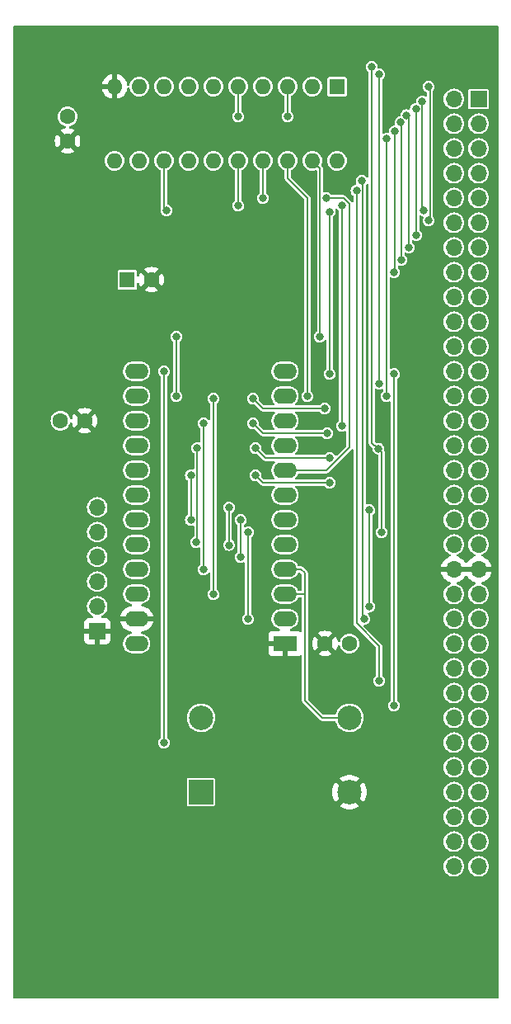
<source format=gbl>
G04 #@! TF.GenerationSoftware,KiCad,Pcbnew,8.0.4*
G04 #@! TF.CreationDate,2024-09-09T17:21:19-04:00*
G04 #@! TF.ProjectId,LB-68B50-02,4c422d36-3842-4353-902d-30322e6b6963,2*
G04 #@! TF.SameCoordinates,Original*
G04 #@! TF.FileFunction,Copper,L2,Bot*
G04 #@! TF.FilePolarity,Positive*
%FSLAX46Y46*%
G04 Gerber Fmt 4.6, Leading zero omitted, Abs format (unit mm)*
G04 Created by KiCad (PCBNEW 8.0.4) date 2024-09-09 17:21:19*
%MOMM*%
%LPD*%
G01*
G04 APERTURE LIST*
G04 #@! TA.AperFunction,ComponentPad*
%ADD10R,1.700000X1.700000*%
G04 #@! TD*
G04 #@! TA.AperFunction,ComponentPad*
%ADD11O,1.700000X1.700000*%
G04 #@! TD*
G04 #@! TA.AperFunction,ComponentPad*
%ADD12R,2.400000X1.600000*%
G04 #@! TD*
G04 #@! TA.AperFunction,ComponentPad*
%ADD13O,2.400000X1.600000*%
G04 #@! TD*
G04 #@! TA.AperFunction,ComponentPad*
%ADD14R,1.600000X1.600000*%
G04 #@! TD*
G04 #@! TA.AperFunction,ComponentPad*
%ADD15O,1.600000X1.600000*%
G04 #@! TD*
G04 #@! TA.AperFunction,ComponentPad*
%ADD16C,1.600000*%
G04 #@! TD*
G04 #@! TA.AperFunction,ComponentPad*
%ADD17R,2.500000X2.500000*%
G04 #@! TD*
G04 #@! TA.AperFunction,ComponentPad*
%ADD18C,2.500000*%
G04 #@! TD*
G04 #@! TA.AperFunction,ViaPad*
%ADD19C,0.800000*%
G04 #@! TD*
G04 #@! TA.AperFunction,Conductor*
%ADD20C,0.203200*%
G04 #@! TD*
G04 APERTURE END LIST*
D10*
X179890000Y-54615000D03*
D11*
X177350000Y-54615000D03*
X179890000Y-57155000D03*
X177350000Y-57155000D03*
X179890000Y-59695000D03*
X177350000Y-59695000D03*
X179890000Y-62235000D03*
X177350000Y-62235000D03*
X179890000Y-64775000D03*
X177350000Y-64775000D03*
X179890000Y-67315000D03*
X177350000Y-67315000D03*
X179890000Y-69855000D03*
X177350000Y-69855000D03*
X179890000Y-72395000D03*
X177350000Y-72395000D03*
X179890000Y-74935000D03*
X177350000Y-74935000D03*
X179890000Y-77475000D03*
X177350000Y-77475000D03*
X179890000Y-80015000D03*
X177350000Y-80015000D03*
X179890000Y-82555000D03*
X177350000Y-82555000D03*
X179890000Y-85095000D03*
X177350000Y-85095000D03*
X179890000Y-87635000D03*
X177350000Y-87635000D03*
X179890000Y-90175000D03*
X177350000Y-90175000D03*
X179890000Y-92715000D03*
X177350000Y-92715000D03*
X179890000Y-95255000D03*
X177350000Y-95255000D03*
X179890000Y-97795000D03*
X177350000Y-97795000D03*
X179890000Y-100335000D03*
X177350000Y-100335000D03*
X179890000Y-102875000D03*
X177350000Y-102875000D03*
X179890000Y-105415000D03*
X177350000Y-105415000D03*
X179890000Y-107955000D03*
X177350000Y-107955000D03*
X179890000Y-110495000D03*
X177350000Y-110495000D03*
X179890000Y-113035000D03*
X177350000Y-113035000D03*
X179890000Y-115575000D03*
X177350000Y-115575000D03*
X179890000Y-118115000D03*
X177350000Y-118115000D03*
X179890000Y-120655000D03*
X177350000Y-120655000D03*
X179890000Y-123195000D03*
X177350000Y-123195000D03*
X179890000Y-125735000D03*
X177350000Y-125735000D03*
X179890000Y-128275000D03*
X177350000Y-128275000D03*
X179890000Y-130815000D03*
X177350000Y-130815000D03*
X179890000Y-133355000D03*
X177350000Y-133355000D03*
D12*
X160000000Y-110495000D03*
D13*
X160000000Y-107955000D03*
X160000000Y-105415000D03*
X160000000Y-102875000D03*
X160000000Y-100335000D03*
X160000000Y-97795000D03*
X160000000Y-95255000D03*
X160000000Y-92715000D03*
X160000000Y-90175000D03*
X160000000Y-87635000D03*
X160000000Y-85095000D03*
X160000000Y-82555000D03*
X144760000Y-82555000D03*
X144760000Y-85095000D03*
X144760000Y-87635000D03*
X144760000Y-90175000D03*
X144760000Y-92715000D03*
X144760000Y-95255000D03*
X144760000Y-97795000D03*
X144760000Y-100335000D03*
X144760000Y-102875000D03*
X144760000Y-105415000D03*
X144760000Y-107955000D03*
X144760000Y-110495000D03*
D14*
X165354000Y-53340000D03*
D15*
X162814000Y-53340000D03*
X160274000Y-53340000D03*
X157734000Y-53340000D03*
X155194000Y-53340000D03*
X152654000Y-53340000D03*
X150114000Y-53340000D03*
X147574000Y-53340000D03*
X145034000Y-53340000D03*
X142494000Y-53340000D03*
X142494000Y-60960000D03*
X145034000Y-60960000D03*
X147574000Y-60960000D03*
X150114000Y-60960000D03*
X152654000Y-60960000D03*
X155194000Y-60960000D03*
X157734000Y-60960000D03*
X160274000Y-60960000D03*
X162814000Y-60960000D03*
X165354000Y-60960000D03*
D16*
X164124000Y-110490000D03*
X166624000Y-110490000D03*
X139426000Y-87630000D03*
X136926000Y-87630000D03*
D10*
X140716000Y-109220000D03*
D11*
X140716000Y-106680000D03*
X140716000Y-104140000D03*
X140716000Y-101600000D03*
X140716000Y-99060000D03*
X140716000Y-96520000D03*
D14*
X143796000Y-73152000D03*
D16*
X146296000Y-73152000D03*
D17*
X151384000Y-125730000D03*
D18*
X166624000Y-125730000D03*
X166624000Y-118110000D03*
X151384000Y-118110000D03*
D16*
X137668000Y-58908000D03*
X137668000Y-56408000D03*
D19*
X169926000Y-99060000D03*
X155194000Y-56388000D03*
X171196000Y-72390000D03*
X171304500Y-57904239D03*
X173445000Y-55626000D03*
X173482000Y-68580000D03*
X172466000Y-56279500D03*
X160274000Y-56388000D03*
X172720000Y-69850000D03*
X174244000Y-66040000D03*
X174098500Y-54864000D03*
X174752000Y-67056000D03*
X174752000Y-53340000D03*
X150331000Y-93218000D03*
X156972000Y-93218000D03*
X150331000Y-97790000D03*
X164592000Y-93980000D03*
X169672000Y-52070000D03*
X169672000Y-83820000D03*
X170434000Y-58674000D03*
X170434000Y-85090000D03*
X150984500Y-90424000D03*
X156972000Y-90424000D03*
X150876000Y-100076000D03*
X164592000Y-91440000D03*
X156718000Y-85344000D03*
X152654000Y-105410000D03*
X164084000Y-86360000D03*
X152654000Y-85344000D03*
X151638000Y-87884000D03*
X164338000Y-88900000D03*
X151638000Y-102870000D03*
X156718000Y-87884000D03*
X171958000Y-71120000D03*
X171860660Y-57014130D03*
X164592000Y-66186000D03*
X164592000Y-82804000D03*
X147828000Y-66040000D03*
X171196000Y-82804000D03*
X171196000Y-116840000D03*
X168656000Y-106680000D03*
X168656000Y-96774000D03*
X168148000Y-107950000D03*
X167894000Y-62992000D03*
X167348500Y-64008000D03*
X169672000Y-114300000D03*
X147574000Y-120650000D03*
X147574000Y-82550000D03*
X157734000Y-64770000D03*
X164267499Y-64770000D03*
X165862000Y-88138000D03*
X155194000Y-65532000D03*
X165862000Y-65532000D03*
X162306000Y-85090000D03*
X148844000Y-85090000D03*
X148844000Y-78994000D03*
X163576000Y-78994000D03*
X168910000Y-51308000D03*
X169608500Y-90487500D03*
X155448000Y-101600000D03*
X155448000Y-97790000D03*
X156210000Y-107950000D03*
X156210000Y-99060000D03*
X154254200Y-100380800D03*
X154254200Y-96520000D03*
D20*
X169926000Y-99060000D02*
X169926000Y-90805000D01*
X155194000Y-56388000D02*
X155194000Y-53340000D01*
X171196000Y-72390000D02*
X171304500Y-72281500D01*
X171304500Y-72281500D02*
X171304500Y-57904239D01*
X173482000Y-55663000D02*
X173445000Y-55626000D01*
X173482000Y-68580000D02*
X173482000Y-55663000D01*
X172720000Y-56533500D02*
X172466000Y-56279500D01*
X160274000Y-56388000D02*
X160274000Y-53340000D01*
X172720000Y-69850000D02*
X172720000Y-56533500D01*
X174098500Y-54864000D02*
X174098500Y-65894500D01*
X174098500Y-65894500D02*
X174244000Y-66040000D01*
X174898000Y-53486000D02*
X174752000Y-53340000D01*
X174752000Y-67056000D02*
X174898000Y-66910000D01*
X174898000Y-66910000D02*
X174898000Y-53486000D01*
X150331000Y-93218000D02*
X150331000Y-97790000D01*
X157734000Y-93980000D02*
X156972000Y-93218000D01*
X164592000Y-93980000D02*
X157734000Y-93980000D01*
X169672000Y-52070000D02*
X169672000Y-83820000D01*
X170434000Y-85090000D02*
X170434000Y-58674000D01*
X150984500Y-99967500D02*
X150876000Y-100076000D01*
X157988000Y-91440000D02*
X156972000Y-90424000D01*
X150984500Y-90424000D02*
X150984500Y-99967500D01*
X164592000Y-91440000D02*
X157988000Y-91440000D01*
X157734000Y-86360000D02*
X156718000Y-85344000D01*
X152654000Y-85344000D02*
X152654000Y-105410000D01*
X164084000Y-86360000D02*
X157734000Y-86360000D01*
X157734000Y-88900000D02*
X156718000Y-87884000D01*
X151638000Y-87884000D02*
X151638000Y-102870000D01*
X164338000Y-88900000D02*
X157734000Y-88900000D01*
X171958000Y-71120000D02*
X171958000Y-57111470D01*
X171958000Y-57111470D02*
X171860660Y-57014130D01*
X147574000Y-65786000D02*
X147828000Y-66040000D01*
X164592000Y-66186000D02*
X164592000Y-82804000D01*
X147574000Y-60960000D02*
X147574000Y-65786000D01*
X171196000Y-82804000D02*
X171196000Y-116840000D01*
X168656000Y-106680000D02*
X168656000Y-96774000D01*
X168002000Y-107804000D02*
X168002000Y-63100000D01*
X168148000Y-107950000D02*
X168002000Y-107804000D01*
X168002000Y-63100000D02*
X167894000Y-62992000D01*
X169672000Y-110744000D02*
X169672000Y-114300000D01*
X167348500Y-108420500D02*
X169672000Y-110744000D01*
X167348500Y-64008000D02*
X167348500Y-108420500D01*
X147574000Y-120650000D02*
X147574000Y-82550000D01*
X166624000Y-65369104D02*
X166624000Y-90332896D01*
X164267499Y-64770000D02*
X166024896Y-64770000D01*
X164241896Y-92715000D02*
X160000000Y-92715000D01*
X157734000Y-60960000D02*
X157734000Y-64770000D01*
X166624000Y-90332896D02*
X164241896Y-92715000D01*
X166024896Y-64770000D02*
X166624000Y-65369104D01*
X155194000Y-60960000D02*
X155194000Y-65532000D01*
X165862000Y-88138000D02*
X165862000Y-65532000D01*
X160274000Y-62738000D02*
X160274000Y-60960000D01*
X162306000Y-85090000D02*
X162306000Y-64770000D01*
X162306000Y-64770000D02*
X160274000Y-62738000D01*
X148844000Y-78994000D02*
X148844000Y-85090000D01*
X163613999Y-78956001D02*
X163576000Y-78994000D01*
X162814000Y-60960000D02*
X163613999Y-61759999D01*
X163613999Y-61759999D02*
X163613999Y-78956001D01*
X160000000Y-102875000D02*
X161666000Y-102875000D01*
X162047000Y-105415000D02*
X160000000Y-105415000D01*
X162047000Y-116327000D02*
X163830000Y-118110000D01*
X162047000Y-105415000D02*
X162047000Y-116327000D01*
X163830000Y-118110000D02*
X166624000Y-118110000D01*
X162047000Y-105415000D02*
X162047000Y-103256000D01*
X161666000Y-102875000D02*
X162047000Y-103256000D01*
X169608500Y-90487500D02*
X169291000Y-90170000D01*
X168910000Y-89921000D02*
X169164000Y-90175000D01*
X169286000Y-90175000D02*
X169164000Y-90175000D01*
X168910000Y-51308000D02*
X168910000Y-89921000D01*
X169291000Y-90170000D02*
X169286000Y-90175000D01*
X169926000Y-90805000D02*
X169608500Y-90487500D01*
X155448000Y-101600000D02*
X155448000Y-97790000D01*
X156210000Y-99060000D02*
X156210000Y-107950000D01*
X154254200Y-100380800D02*
X154254200Y-96520000D01*
G04 #@! TA.AperFunction,Conductor*
G36*
X179424075Y-102682007D02*
G01*
X179390000Y-102809174D01*
X179390000Y-102940826D01*
X179424075Y-103067993D01*
X179459297Y-103129000D01*
X177780703Y-103129000D01*
X177815925Y-103067993D01*
X177850000Y-102940826D01*
X177850000Y-102809174D01*
X177815925Y-102682007D01*
X177780703Y-102621000D01*
X179459297Y-102621000D01*
X179424075Y-102682007D01*
G37*
G04 #@! TD.AperFunction*
G04 #@! TA.AperFunction,Conductor*
G36*
X181866621Y-47095502D02*
G01*
X181913114Y-47149158D01*
X181924500Y-47201500D01*
X181924500Y-146798500D01*
X181904498Y-146866621D01*
X181850842Y-146913114D01*
X181798500Y-146924500D01*
X132206000Y-146924500D01*
X132137879Y-146904498D01*
X132091386Y-146850842D01*
X132080000Y-146798500D01*
X132080000Y-133354997D01*
X176291202Y-133354997D01*
X176291202Y-133355002D01*
X176311545Y-133561554D01*
X176311546Y-133561560D01*
X176311547Y-133561561D01*
X176371798Y-133760184D01*
X176469642Y-133943237D01*
X176601317Y-134103683D01*
X176761763Y-134235358D01*
X176944816Y-134333202D01*
X177143439Y-134393453D01*
X177143443Y-134393453D01*
X177143445Y-134393454D01*
X177349997Y-134413798D01*
X177350000Y-134413798D01*
X177350003Y-134413798D01*
X177556554Y-134393454D01*
X177556555Y-134393453D01*
X177556561Y-134393453D01*
X177755184Y-134333202D01*
X177938237Y-134235358D01*
X178098683Y-134103683D01*
X178230358Y-133943237D01*
X178328202Y-133760184D01*
X178388453Y-133561561D01*
X178408798Y-133355000D01*
X178408798Y-133354997D01*
X178831202Y-133354997D01*
X178831202Y-133355002D01*
X178851545Y-133561554D01*
X178851546Y-133561560D01*
X178851547Y-133561561D01*
X178911798Y-133760184D01*
X179009642Y-133943237D01*
X179141317Y-134103683D01*
X179301763Y-134235358D01*
X179484816Y-134333202D01*
X179683439Y-134393453D01*
X179683443Y-134393453D01*
X179683445Y-134393454D01*
X179889997Y-134413798D01*
X179890000Y-134413798D01*
X179890003Y-134413798D01*
X180096554Y-134393454D01*
X180096555Y-134393453D01*
X180096561Y-134393453D01*
X180295184Y-134333202D01*
X180478237Y-134235358D01*
X180638683Y-134103683D01*
X180770358Y-133943237D01*
X180868202Y-133760184D01*
X180928453Y-133561561D01*
X180948798Y-133355000D01*
X180928453Y-133148439D01*
X180868202Y-132949816D01*
X180770358Y-132766763D01*
X180638683Y-132606317D01*
X180478237Y-132474642D01*
X180295184Y-132376798D01*
X180096561Y-132316547D01*
X180096560Y-132316546D01*
X180096554Y-132316545D01*
X179890003Y-132296202D01*
X179889997Y-132296202D01*
X179683445Y-132316545D01*
X179484815Y-132376798D01*
X179301762Y-132474642D01*
X179141317Y-132606317D01*
X179009642Y-132766762D01*
X178911798Y-132949815D01*
X178851545Y-133148445D01*
X178831202Y-133354997D01*
X178408798Y-133354997D01*
X178388453Y-133148439D01*
X178328202Y-132949816D01*
X178230358Y-132766763D01*
X178098683Y-132606317D01*
X177938237Y-132474642D01*
X177755184Y-132376798D01*
X177556561Y-132316547D01*
X177556560Y-132316546D01*
X177556554Y-132316545D01*
X177350003Y-132296202D01*
X177349997Y-132296202D01*
X177143445Y-132316545D01*
X176944815Y-132376798D01*
X176761762Y-132474642D01*
X176601317Y-132606317D01*
X176469642Y-132766762D01*
X176371798Y-132949815D01*
X176311545Y-133148445D01*
X176291202Y-133354997D01*
X132080000Y-133354997D01*
X132080000Y-130814997D01*
X176291202Y-130814997D01*
X176291202Y-130815002D01*
X176311545Y-131021554D01*
X176311546Y-131021560D01*
X176311547Y-131021561D01*
X176371798Y-131220184D01*
X176469642Y-131403237D01*
X176601317Y-131563683D01*
X176761763Y-131695358D01*
X176944816Y-131793202D01*
X177143439Y-131853453D01*
X177143443Y-131853453D01*
X177143445Y-131853454D01*
X177349997Y-131873798D01*
X177350000Y-131873798D01*
X177350003Y-131873798D01*
X177556554Y-131853454D01*
X177556555Y-131853453D01*
X177556561Y-131853453D01*
X177755184Y-131793202D01*
X177938237Y-131695358D01*
X178098683Y-131563683D01*
X178230358Y-131403237D01*
X178328202Y-131220184D01*
X178388453Y-131021561D01*
X178408798Y-130815000D01*
X178408798Y-130814997D01*
X178831202Y-130814997D01*
X178831202Y-130815002D01*
X178851545Y-131021554D01*
X178851546Y-131021560D01*
X178851547Y-131021561D01*
X178911798Y-131220184D01*
X179009642Y-131403237D01*
X179141317Y-131563683D01*
X179301763Y-131695358D01*
X179484816Y-131793202D01*
X179683439Y-131853453D01*
X179683443Y-131853453D01*
X179683445Y-131853454D01*
X179889997Y-131873798D01*
X179890000Y-131873798D01*
X179890003Y-131873798D01*
X180096554Y-131853454D01*
X180096555Y-131853453D01*
X180096561Y-131853453D01*
X180295184Y-131793202D01*
X180478237Y-131695358D01*
X180638683Y-131563683D01*
X180770358Y-131403237D01*
X180868202Y-131220184D01*
X180928453Y-131021561D01*
X180948798Y-130815000D01*
X180928453Y-130608439D01*
X180868202Y-130409816D01*
X180770358Y-130226763D01*
X180638683Y-130066317D01*
X180478237Y-129934642D01*
X180295184Y-129836798D01*
X180096561Y-129776547D01*
X180096560Y-129776546D01*
X180096554Y-129776545D01*
X179890003Y-129756202D01*
X179889997Y-129756202D01*
X179683445Y-129776545D01*
X179484815Y-129836798D01*
X179301762Y-129934642D01*
X179141317Y-130066317D01*
X179009642Y-130226762D01*
X178911798Y-130409815D01*
X178851545Y-130608445D01*
X178831202Y-130814997D01*
X178408798Y-130814997D01*
X178388453Y-130608439D01*
X178328202Y-130409816D01*
X178230358Y-130226763D01*
X178098683Y-130066317D01*
X177938237Y-129934642D01*
X177755184Y-129836798D01*
X177556561Y-129776547D01*
X177556560Y-129776546D01*
X177556554Y-129776545D01*
X177350003Y-129756202D01*
X177349997Y-129756202D01*
X177143445Y-129776545D01*
X176944815Y-129836798D01*
X176761762Y-129934642D01*
X176601317Y-130066317D01*
X176469642Y-130226762D01*
X176371798Y-130409815D01*
X176311545Y-130608445D01*
X176291202Y-130814997D01*
X132080000Y-130814997D01*
X132080000Y-128274997D01*
X176291202Y-128274997D01*
X176291202Y-128275002D01*
X176311545Y-128481554D01*
X176311546Y-128481560D01*
X176311547Y-128481561D01*
X176371798Y-128680184D01*
X176469642Y-128863237D01*
X176601317Y-129023683D01*
X176761763Y-129155358D01*
X176944816Y-129253202D01*
X177143439Y-129313453D01*
X177143443Y-129313453D01*
X177143445Y-129313454D01*
X177349997Y-129333798D01*
X177350000Y-129333798D01*
X177350003Y-129333798D01*
X177556554Y-129313454D01*
X177556555Y-129313453D01*
X177556561Y-129313453D01*
X177755184Y-129253202D01*
X177938237Y-129155358D01*
X178098683Y-129023683D01*
X178230358Y-128863237D01*
X178328202Y-128680184D01*
X178388453Y-128481561D01*
X178408798Y-128275000D01*
X178408798Y-128274997D01*
X178831202Y-128274997D01*
X178831202Y-128275002D01*
X178851545Y-128481554D01*
X178851546Y-128481560D01*
X178851547Y-128481561D01*
X178911798Y-128680184D01*
X179009642Y-128863237D01*
X179141317Y-129023683D01*
X179301763Y-129155358D01*
X179484816Y-129253202D01*
X179683439Y-129313453D01*
X179683443Y-129313453D01*
X179683445Y-129313454D01*
X179889997Y-129333798D01*
X179890000Y-129333798D01*
X179890003Y-129333798D01*
X180096554Y-129313454D01*
X180096555Y-129313453D01*
X180096561Y-129313453D01*
X180295184Y-129253202D01*
X180478237Y-129155358D01*
X180638683Y-129023683D01*
X180770358Y-128863237D01*
X180868202Y-128680184D01*
X180928453Y-128481561D01*
X180948798Y-128275000D01*
X180928453Y-128068439D01*
X180868202Y-127869816D01*
X180770358Y-127686763D01*
X180638683Y-127526317D01*
X180478237Y-127394642D01*
X180295184Y-127296798D01*
X180096561Y-127236547D01*
X180096560Y-127236546D01*
X180096554Y-127236545D01*
X179890003Y-127216202D01*
X179889997Y-127216202D01*
X179683445Y-127236545D01*
X179484815Y-127296798D01*
X179301762Y-127394642D01*
X179141317Y-127526317D01*
X179009642Y-127686762D01*
X178911798Y-127869815D01*
X178851545Y-128068445D01*
X178831202Y-128274997D01*
X178408798Y-128274997D01*
X178388453Y-128068439D01*
X178328202Y-127869816D01*
X178230358Y-127686763D01*
X178098683Y-127526317D01*
X177938237Y-127394642D01*
X177755184Y-127296798D01*
X177556561Y-127236547D01*
X177556560Y-127236546D01*
X177556554Y-127236545D01*
X177350003Y-127216202D01*
X177349997Y-127216202D01*
X177143445Y-127236545D01*
X176944815Y-127296798D01*
X176761762Y-127394642D01*
X176601317Y-127526317D01*
X176469642Y-127686762D01*
X176371798Y-127869815D01*
X176311545Y-128068445D01*
X176291202Y-128274997D01*
X132080000Y-128274997D01*
X132080000Y-124459935D01*
X149930300Y-124459935D01*
X149930300Y-127000064D01*
X149942118Y-127059479D01*
X149942119Y-127059480D01*
X149987140Y-127126860D01*
X150054520Y-127171881D01*
X150113936Y-127183700D01*
X150113941Y-127183700D01*
X152654059Y-127183700D01*
X152654064Y-127183700D01*
X152713480Y-127171881D01*
X152780860Y-127126860D01*
X152825881Y-127059480D01*
X152837700Y-127000064D01*
X152837700Y-125730000D01*
X164861070Y-125730000D01*
X164880760Y-125992754D01*
X164939392Y-126249634D01*
X164939393Y-126249636D01*
X165035651Y-126494900D01*
X165035653Y-126494904D01*
X165167397Y-126723092D01*
X165167400Y-126723097D01*
X165213670Y-126781117D01*
X165213672Y-126781117D01*
X166139841Y-125854947D01*
X166158075Y-125922993D01*
X166223901Y-126037007D01*
X166316993Y-126130099D01*
X166431007Y-126195925D01*
X166499051Y-126214157D01*
X165572437Y-127140770D01*
X165742532Y-127256739D01*
X165742532Y-127256740D01*
X165979923Y-127371062D01*
X166231704Y-127448728D01*
X166231712Y-127448729D01*
X166492260Y-127488000D01*
X166755740Y-127488000D01*
X167016287Y-127448729D01*
X167016295Y-127448728D01*
X167268076Y-127371062D01*
X167505467Y-127256740D01*
X167675561Y-127140770D01*
X166748948Y-126214157D01*
X166816993Y-126195925D01*
X166931007Y-126130099D01*
X167024099Y-126037007D01*
X167089925Y-125922993D01*
X167108157Y-125854948D01*
X168034327Y-126781118D01*
X168080603Y-126723090D01*
X168212346Y-126494904D01*
X168212348Y-126494900D01*
X168308606Y-126249636D01*
X168308607Y-126249634D01*
X168367239Y-125992754D01*
X168386555Y-125734997D01*
X176291202Y-125734997D01*
X176291202Y-125735002D01*
X176311545Y-125941554D01*
X176311546Y-125941560D01*
X176311547Y-125941561D01*
X176371798Y-126140184D01*
X176469642Y-126323237D01*
X176601317Y-126483683D01*
X176761763Y-126615358D01*
X176944816Y-126713202D01*
X177143439Y-126773453D01*
X177143443Y-126773453D01*
X177143445Y-126773454D01*
X177349997Y-126793798D01*
X177350000Y-126793798D01*
X177350003Y-126793798D01*
X177556554Y-126773454D01*
X177556555Y-126773453D01*
X177556561Y-126773453D01*
X177755184Y-126713202D01*
X177938237Y-126615358D01*
X178098683Y-126483683D01*
X178230358Y-126323237D01*
X178328202Y-126140184D01*
X178388453Y-125941561D01*
X178408798Y-125735000D01*
X178408798Y-125734997D01*
X178831202Y-125734997D01*
X178831202Y-125735002D01*
X178851545Y-125941554D01*
X178851546Y-125941560D01*
X178851547Y-125941561D01*
X178911798Y-126140184D01*
X179009642Y-126323237D01*
X179141317Y-126483683D01*
X179301763Y-126615358D01*
X179484816Y-126713202D01*
X179683439Y-126773453D01*
X179683443Y-126773453D01*
X179683445Y-126773454D01*
X179889997Y-126793798D01*
X179890000Y-126793798D01*
X179890003Y-126793798D01*
X180096554Y-126773454D01*
X180096555Y-126773453D01*
X180096561Y-126773453D01*
X180295184Y-126713202D01*
X180478237Y-126615358D01*
X180638683Y-126483683D01*
X180770358Y-126323237D01*
X180868202Y-126140184D01*
X180928453Y-125941561D01*
X180948798Y-125735000D01*
X180948306Y-125730000D01*
X180928454Y-125528445D01*
X180928453Y-125528443D01*
X180928453Y-125528439D01*
X180868202Y-125329816D01*
X180770358Y-125146763D01*
X180638683Y-124986317D01*
X180478237Y-124854642D01*
X180295184Y-124756798D01*
X180096561Y-124696547D01*
X180096560Y-124696546D01*
X180096554Y-124696545D01*
X179890003Y-124676202D01*
X179889997Y-124676202D01*
X179683445Y-124696545D01*
X179484815Y-124756798D01*
X179301762Y-124854642D01*
X179141317Y-124986317D01*
X179009642Y-125146762D01*
X178911798Y-125329815D01*
X178851545Y-125528445D01*
X178831202Y-125734997D01*
X178408798Y-125734997D01*
X178408306Y-125730000D01*
X178388454Y-125528445D01*
X178388453Y-125528443D01*
X178388453Y-125528439D01*
X178328202Y-125329816D01*
X178230358Y-125146763D01*
X178098683Y-124986317D01*
X177938237Y-124854642D01*
X177755184Y-124756798D01*
X177556561Y-124696547D01*
X177556560Y-124696546D01*
X177556554Y-124696545D01*
X177350003Y-124676202D01*
X177349997Y-124676202D01*
X177143445Y-124696545D01*
X176944815Y-124756798D01*
X176761762Y-124854642D01*
X176601317Y-124986317D01*
X176469642Y-125146762D01*
X176371798Y-125329815D01*
X176311545Y-125528445D01*
X176291202Y-125734997D01*
X168386555Y-125734997D01*
X168386929Y-125730000D01*
X168367239Y-125467245D01*
X168308607Y-125210365D01*
X168308606Y-125210363D01*
X168212348Y-124965099D01*
X168212346Y-124965095D01*
X168080605Y-124736913D01*
X168080600Y-124736905D01*
X168034328Y-124678881D01*
X168034326Y-124678881D01*
X167108157Y-125605050D01*
X167089925Y-125537007D01*
X167024099Y-125422993D01*
X166931007Y-125329901D01*
X166816993Y-125264075D01*
X166748948Y-125245842D01*
X167675560Y-124319229D01*
X167675560Y-124319228D01*
X167505467Y-124203259D01*
X167268076Y-124088937D01*
X167016295Y-124011271D01*
X167016287Y-124011270D01*
X166755740Y-123972000D01*
X166492260Y-123972000D01*
X166231712Y-124011270D01*
X166231704Y-124011271D01*
X165979923Y-124088937D01*
X165742532Y-124203259D01*
X165742525Y-124203263D01*
X165572438Y-124319227D01*
X165572438Y-124319229D01*
X166499051Y-125245842D01*
X166431007Y-125264075D01*
X166316993Y-125329901D01*
X166223901Y-125422993D01*
X166158075Y-125537007D01*
X166139842Y-125605051D01*
X165213671Y-124678880D01*
X165213670Y-124678881D01*
X165167400Y-124736904D01*
X165167397Y-124736907D01*
X165035653Y-124965095D01*
X165035651Y-124965099D01*
X164939393Y-125210363D01*
X164939392Y-125210365D01*
X164880760Y-125467245D01*
X164861070Y-125730000D01*
X152837700Y-125730000D01*
X152837700Y-124459936D01*
X152825881Y-124400520D01*
X152780860Y-124333140D01*
X152713480Y-124288119D01*
X152713479Y-124288118D01*
X152654064Y-124276300D01*
X150113936Y-124276300D01*
X150113935Y-124276300D01*
X150054520Y-124288118D01*
X149987140Y-124333140D01*
X149942118Y-124400520D01*
X149930300Y-124459935D01*
X132080000Y-124459935D01*
X132080000Y-123194997D01*
X176291202Y-123194997D01*
X176291202Y-123195002D01*
X176311545Y-123401554D01*
X176311546Y-123401560D01*
X176311547Y-123401561D01*
X176371798Y-123600184D01*
X176469642Y-123783237D01*
X176601317Y-123943683D01*
X176761763Y-124075358D01*
X176944816Y-124173202D01*
X177143439Y-124233453D01*
X177143443Y-124233453D01*
X177143445Y-124233454D01*
X177349997Y-124253798D01*
X177350000Y-124253798D01*
X177350003Y-124253798D01*
X177556554Y-124233454D01*
X177556555Y-124233453D01*
X177556561Y-124233453D01*
X177755184Y-124173202D01*
X177938237Y-124075358D01*
X178098683Y-123943683D01*
X178230358Y-123783237D01*
X178328202Y-123600184D01*
X178388453Y-123401561D01*
X178408798Y-123195000D01*
X178408798Y-123194997D01*
X178831202Y-123194997D01*
X178831202Y-123195002D01*
X178851545Y-123401554D01*
X178851546Y-123401560D01*
X178851547Y-123401561D01*
X178911798Y-123600184D01*
X179009642Y-123783237D01*
X179141317Y-123943683D01*
X179301763Y-124075358D01*
X179484816Y-124173202D01*
X179683439Y-124233453D01*
X179683443Y-124233453D01*
X179683445Y-124233454D01*
X179889997Y-124253798D01*
X179890000Y-124253798D01*
X179890003Y-124253798D01*
X180096554Y-124233454D01*
X180096555Y-124233453D01*
X180096561Y-124233453D01*
X180295184Y-124173202D01*
X180478237Y-124075358D01*
X180638683Y-123943683D01*
X180770358Y-123783237D01*
X180868202Y-123600184D01*
X180928453Y-123401561D01*
X180948798Y-123195000D01*
X180928453Y-122988439D01*
X180868202Y-122789816D01*
X180770358Y-122606763D01*
X180638683Y-122446317D01*
X180478237Y-122314642D01*
X180295184Y-122216798D01*
X180096561Y-122156547D01*
X180096560Y-122156546D01*
X180096554Y-122156545D01*
X179890003Y-122136202D01*
X179889997Y-122136202D01*
X179683445Y-122156545D01*
X179484815Y-122216798D01*
X179301762Y-122314642D01*
X179141317Y-122446317D01*
X179009642Y-122606762D01*
X178911798Y-122789815D01*
X178851545Y-122988445D01*
X178831202Y-123194997D01*
X178408798Y-123194997D01*
X178388453Y-122988439D01*
X178328202Y-122789816D01*
X178230358Y-122606763D01*
X178098683Y-122446317D01*
X177938237Y-122314642D01*
X177755184Y-122216798D01*
X177556561Y-122156547D01*
X177556560Y-122156546D01*
X177556554Y-122156545D01*
X177350003Y-122136202D01*
X177349997Y-122136202D01*
X177143445Y-122156545D01*
X176944815Y-122216798D01*
X176761762Y-122314642D01*
X176601317Y-122446317D01*
X176469642Y-122606762D01*
X176371798Y-122789815D01*
X176311545Y-122988445D01*
X176291202Y-123194997D01*
X132080000Y-123194997D01*
X132080000Y-108321402D01*
X139358000Y-108321402D01*
X139358000Y-108966000D01*
X140285297Y-108966000D01*
X140250075Y-109027007D01*
X140216000Y-109154174D01*
X140216000Y-109285826D01*
X140250075Y-109412993D01*
X140285297Y-109474000D01*
X139358000Y-109474000D01*
X139358000Y-110118597D01*
X139364505Y-110179093D01*
X139415555Y-110315964D01*
X139415555Y-110315965D01*
X139503095Y-110432904D01*
X139620034Y-110520444D01*
X139756906Y-110571494D01*
X139817402Y-110577999D01*
X139817415Y-110578000D01*
X140462000Y-110578000D01*
X140462000Y-109650702D01*
X140523007Y-109685925D01*
X140650174Y-109720000D01*
X140781826Y-109720000D01*
X140908993Y-109685925D01*
X140970000Y-109650702D01*
X140970000Y-110578000D01*
X141614585Y-110578000D01*
X141614597Y-110577999D01*
X141675093Y-110571494D01*
X141811964Y-110520444D01*
X141811965Y-110520444D01*
X141928904Y-110432904D01*
X142016444Y-110315965D01*
X142016444Y-110315964D01*
X142067494Y-110179093D01*
X142073999Y-110118597D01*
X142074000Y-110118585D01*
X142074000Y-109474000D01*
X141146703Y-109474000D01*
X141181925Y-109412993D01*
X141216000Y-109285826D01*
X141216000Y-109154174D01*
X141181925Y-109027007D01*
X141146703Y-108966000D01*
X142074000Y-108966000D01*
X142074000Y-108321414D01*
X142073999Y-108321402D01*
X142067494Y-108260906D01*
X142016444Y-108124035D01*
X142016444Y-108124034D01*
X141928904Y-108007095D01*
X141811965Y-107919555D01*
X141675093Y-107868505D01*
X141614597Y-107862000D01*
X141242925Y-107862000D01*
X141174804Y-107841998D01*
X141128311Y-107788342D01*
X141118207Y-107718068D01*
X141126002Y-107701000D01*
X143075926Y-107701000D01*
X144448314Y-107701000D01*
X144439920Y-107709394D01*
X144387259Y-107800606D01*
X144360000Y-107902339D01*
X144360000Y-108007661D01*
X144387259Y-108109394D01*
X144439920Y-108200606D01*
X144448314Y-108209000D01*
X143075926Y-108209000D01*
X143084208Y-108261295D01*
X143147826Y-108457093D01*
X143147829Y-108457099D01*
X143241300Y-108640545D01*
X143362315Y-108807107D01*
X143362317Y-108807110D01*
X143507889Y-108952682D01*
X143507892Y-108952684D01*
X143674454Y-109073699D01*
X143857900Y-109167170D01*
X143857906Y-109167173D01*
X144053705Y-109230791D01*
X144053703Y-109230791D01*
X144201406Y-109254185D01*
X144265560Y-109284597D01*
X144303087Y-109344865D01*
X144302073Y-109415855D01*
X144262841Y-109475027D01*
X144206279Y-109502213D01*
X144132959Y-109516798D01*
X144067232Y-109529872D01*
X144067230Y-109529872D01*
X144067229Y-109529873D01*
X144067228Y-109529873D01*
X143884570Y-109605533D01*
X143720179Y-109715375D01*
X143720173Y-109715380D01*
X143580380Y-109855173D01*
X143580375Y-109855179D01*
X143470533Y-110019570D01*
X143394873Y-110202228D01*
X143394872Y-110202231D01*
X143356300Y-110396140D01*
X143356300Y-110593859D01*
X143380994Y-110718002D01*
X143394872Y-110787768D01*
X143470533Y-110970430D01*
X143523917Y-111050324D01*
X143580375Y-111134820D01*
X143580380Y-111134826D01*
X143720173Y-111274619D01*
X143720179Y-111274624D01*
X143884570Y-111384467D01*
X144067232Y-111460128D01*
X144261144Y-111498700D01*
X145258856Y-111498700D01*
X145452768Y-111460128D01*
X145635430Y-111384467D01*
X145799821Y-111274624D01*
X145939624Y-111134821D01*
X146049467Y-110970430D01*
X146125128Y-110787768D01*
X146163700Y-110593856D01*
X146163700Y-110396144D01*
X146125128Y-110202232D01*
X146049467Y-110019570D01*
X145939624Y-109855179D01*
X145939619Y-109855173D01*
X145799826Y-109715380D01*
X145799820Y-109715375D01*
X145704098Y-109651416D01*
X145635430Y-109605533D01*
X145520244Y-109557821D01*
X145452771Y-109529873D01*
X145452768Y-109529872D01*
X145313721Y-109502213D01*
X145250811Y-109469305D01*
X145215680Y-109407610D01*
X145219481Y-109336715D01*
X145261006Y-109279129D01*
X145318593Y-109254185D01*
X145466295Y-109230791D01*
X145662093Y-109167173D01*
X145662099Y-109167170D01*
X145845545Y-109073699D01*
X146012107Y-108952684D01*
X146012110Y-108952682D01*
X146157682Y-108807110D01*
X146157684Y-108807107D01*
X146278699Y-108640545D01*
X146372170Y-108457099D01*
X146372173Y-108457093D01*
X146435791Y-108261295D01*
X146444074Y-108209000D01*
X145071686Y-108209000D01*
X145080080Y-108200606D01*
X145132741Y-108109394D01*
X145160000Y-108007661D01*
X145160000Y-107902339D01*
X145132741Y-107800606D01*
X145080080Y-107709394D01*
X145071686Y-107701000D01*
X146444074Y-107701000D01*
X146435791Y-107648704D01*
X146372173Y-107452906D01*
X146372170Y-107452900D01*
X146278699Y-107269454D01*
X146157684Y-107102892D01*
X146157682Y-107102889D01*
X146012110Y-106957317D01*
X146012107Y-106957315D01*
X145845545Y-106836300D01*
X145662099Y-106742829D01*
X145662093Y-106742826D01*
X145466294Y-106679208D01*
X145466298Y-106679208D01*
X145318592Y-106655814D01*
X145254439Y-106625401D01*
X145216912Y-106565133D01*
X145217926Y-106494144D01*
X145257159Y-106434972D01*
X145313719Y-106407786D01*
X145452768Y-106380128D01*
X145635430Y-106304467D01*
X145799821Y-106194624D01*
X145939624Y-106054821D01*
X146049467Y-105890430D01*
X146125128Y-105707768D01*
X146163700Y-105513856D01*
X146163700Y-105316144D01*
X146125128Y-105122232D01*
X146049467Y-104939570D01*
X145939624Y-104775179D01*
X145939619Y-104775173D01*
X145799826Y-104635380D01*
X145799820Y-104635375D01*
X145745272Y-104598927D01*
X145635430Y-104525533D01*
X145520244Y-104477821D01*
X145452771Y-104449873D01*
X145452768Y-104449872D01*
X145258859Y-104411300D01*
X145258856Y-104411300D01*
X144261144Y-104411300D01*
X144261140Y-104411300D01*
X144067231Y-104449872D01*
X144067228Y-104449873D01*
X143884570Y-104525533D01*
X143720179Y-104635375D01*
X143720173Y-104635380D01*
X143580380Y-104775173D01*
X143580375Y-104775179D01*
X143470533Y-104939570D01*
X143394873Y-105122228D01*
X143394872Y-105122231D01*
X143356300Y-105316140D01*
X143356300Y-105513859D01*
X143393684Y-105701798D01*
X143394872Y-105707768D01*
X143470533Y-105890430D01*
X143501872Y-105937332D01*
X143580375Y-106054820D01*
X143580380Y-106054826D01*
X143720173Y-106194619D01*
X143720179Y-106194624D01*
X143884570Y-106304467D01*
X144067232Y-106380128D01*
X144206279Y-106407786D01*
X144269187Y-106440694D01*
X144304319Y-106502389D01*
X144300519Y-106573284D01*
X144258993Y-106630870D01*
X144201407Y-106655814D01*
X144053703Y-106679208D01*
X143857906Y-106742826D01*
X143857900Y-106742829D01*
X143674454Y-106836300D01*
X143507892Y-106957315D01*
X143507889Y-106957317D01*
X143362317Y-107102889D01*
X143362315Y-107102892D01*
X143241300Y-107269454D01*
X143147829Y-107452900D01*
X143147826Y-107452906D01*
X143084208Y-107648704D01*
X143075926Y-107701000D01*
X141126002Y-107701000D01*
X141147701Y-107653488D01*
X141183529Y-107624878D01*
X141198545Y-107616851D01*
X141304237Y-107560358D01*
X141464683Y-107428683D01*
X141596358Y-107268237D01*
X141694202Y-107085184D01*
X141754453Y-106886561D01*
X141759404Y-106836300D01*
X141774798Y-106680002D01*
X141774798Y-106679997D01*
X141754454Y-106473445D01*
X141754453Y-106473443D01*
X141754453Y-106473439D01*
X141694202Y-106274816D01*
X141596358Y-106091763D01*
X141464683Y-105931317D01*
X141304237Y-105799642D01*
X141121184Y-105701798D01*
X140922561Y-105641547D01*
X140922560Y-105641546D01*
X140922554Y-105641545D01*
X140716003Y-105621202D01*
X140715997Y-105621202D01*
X140509445Y-105641545D01*
X140310815Y-105701798D01*
X140127762Y-105799642D01*
X139967317Y-105931317D01*
X139835642Y-106091762D01*
X139737798Y-106274815D01*
X139677545Y-106473445D01*
X139657202Y-106679997D01*
X139657202Y-106680002D01*
X139677545Y-106886554D01*
X139677546Y-106886560D01*
X139677547Y-106886561D01*
X139737798Y-107085184D01*
X139835642Y-107268237D01*
X139967317Y-107428683D01*
X140127763Y-107560358D01*
X140168737Y-107582259D01*
X140248471Y-107624878D01*
X140299119Y-107674630D01*
X140314829Y-107743867D01*
X140290613Y-107810606D01*
X140234159Y-107853658D01*
X140189075Y-107862000D01*
X139817402Y-107862000D01*
X139756906Y-107868505D01*
X139620035Y-107919555D01*
X139620034Y-107919555D01*
X139503095Y-108007095D01*
X139415555Y-108124034D01*
X139415555Y-108124035D01*
X139364505Y-108260906D01*
X139358000Y-108321402D01*
X132080000Y-108321402D01*
X132080000Y-104139997D01*
X139657202Y-104139997D01*
X139657202Y-104140002D01*
X139677545Y-104346554D01*
X139677546Y-104346560D01*
X139677547Y-104346561D01*
X139737798Y-104545184D01*
X139835642Y-104728237D01*
X139967317Y-104888683D01*
X140127763Y-105020358D01*
X140310816Y-105118202D01*
X140509439Y-105178453D01*
X140509443Y-105178453D01*
X140509445Y-105178454D01*
X140715997Y-105198798D01*
X140716000Y-105198798D01*
X140716003Y-105198798D01*
X140922554Y-105178454D01*
X140922555Y-105178453D01*
X140922561Y-105178453D01*
X141121184Y-105118202D01*
X141304237Y-105020358D01*
X141464683Y-104888683D01*
X141596358Y-104728237D01*
X141694202Y-104545184D01*
X141754453Y-104346561D01*
X141756888Y-104321845D01*
X141774798Y-104140002D01*
X141774798Y-104139997D01*
X141754454Y-103933445D01*
X141754453Y-103933443D01*
X141754453Y-103933439D01*
X141694202Y-103734816D01*
X141596358Y-103551763D01*
X141464683Y-103391317D01*
X141304237Y-103259642D01*
X141121184Y-103161798D01*
X140922561Y-103101547D01*
X140922560Y-103101546D01*
X140922554Y-103101545D01*
X140716003Y-103081202D01*
X140715997Y-103081202D01*
X140509445Y-103101545D01*
X140310815Y-103161798D01*
X140127762Y-103259642D01*
X139967317Y-103391317D01*
X139835642Y-103551762D01*
X139737798Y-103734815D01*
X139677545Y-103933445D01*
X139657202Y-104139997D01*
X132080000Y-104139997D01*
X132080000Y-102776140D01*
X143356300Y-102776140D01*
X143356300Y-102973859D01*
X143387160Y-103129000D01*
X143394872Y-103167768D01*
X143470533Y-103350430D01*
X143501872Y-103397332D01*
X143580375Y-103514820D01*
X143580380Y-103514826D01*
X143720173Y-103654619D01*
X143720179Y-103654624D01*
X143884570Y-103764467D01*
X144067232Y-103840128D01*
X144261144Y-103878700D01*
X145258856Y-103878700D01*
X145452768Y-103840128D01*
X145635430Y-103764467D01*
X145799821Y-103654624D01*
X145939624Y-103514821D01*
X146049467Y-103350430D01*
X146125128Y-103167768D01*
X146163700Y-102973856D01*
X146163700Y-102776144D01*
X146125128Y-102582232D01*
X146049467Y-102399570D01*
X145939624Y-102235179D01*
X145939619Y-102235173D01*
X145799826Y-102095380D01*
X145799820Y-102095375D01*
X145702823Y-102030564D01*
X145635430Y-101985533D01*
X145520244Y-101937821D01*
X145452771Y-101909873D01*
X145452768Y-101909872D01*
X145258859Y-101871300D01*
X145258856Y-101871300D01*
X144261144Y-101871300D01*
X144261140Y-101871300D01*
X144067231Y-101909872D01*
X144067228Y-101909873D01*
X143884570Y-101985533D01*
X143720179Y-102095375D01*
X143720173Y-102095380D01*
X143580380Y-102235173D01*
X143580375Y-102235179D01*
X143470533Y-102399570D01*
X143394873Y-102582228D01*
X143394872Y-102582231D01*
X143356300Y-102776140D01*
X132080000Y-102776140D01*
X132080000Y-101599997D01*
X139657202Y-101599997D01*
X139657202Y-101600002D01*
X139677545Y-101806554D01*
X139677546Y-101806560D01*
X139677547Y-101806561D01*
X139737798Y-102005184D01*
X139835642Y-102188237D01*
X139967317Y-102348683D01*
X140127763Y-102480358D01*
X140310816Y-102578202D01*
X140509439Y-102638453D01*
X140509443Y-102638453D01*
X140509445Y-102638454D01*
X140715997Y-102658798D01*
X140716000Y-102658798D01*
X140716003Y-102658798D01*
X140922554Y-102638454D01*
X140922555Y-102638453D01*
X140922561Y-102638453D01*
X141121184Y-102578202D01*
X141304237Y-102480358D01*
X141464683Y-102348683D01*
X141596358Y-102188237D01*
X141694202Y-102005184D01*
X141754453Y-101806561D01*
X141774798Y-101600000D01*
X141771267Y-101564145D01*
X141754454Y-101393445D01*
X141754453Y-101393443D01*
X141754453Y-101393439D01*
X141694202Y-101194816D01*
X141596358Y-101011763D01*
X141464683Y-100851317D01*
X141304237Y-100719642D01*
X141121184Y-100621798D01*
X140922561Y-100561547D01*
X140922560Y-100561546D01*
X140922554Y-100561545D01*
X140716003Y-100541202D01*
X140715997Y-100541202D01*
X140509445Y-100561545D01*
X140310815Y-100621798D01*
X140127762Y-100719642D01*
X139967317Y-100851317D01*
X139835642Y-101011762D01*
X139737798Y-101194815D01*
X139677545Y-101393445D01*
X139657202Y-101599997D01*
X132080000Y-101599997D01*
X132080000Y-100236140D01*
X143356300Y-100236140D01*
X143356300Y-100433859D01*
X143390011Y-100603331D01*
X143394872Y-100627768D01*
X143470533Y-100810430D01*
X143497853Y-100851317D01*
X143580375Y-100974820D01*
X143580380Y-100974826D01*
X143720173Y-101114619D01*
X143720179Y-101114624D01*
X143884570Y-101224467D01*
X144067232Y-101300128D01*
X144261144Y-101338700D01*
X145258856Y-101338700D01*
X145452768Y-101300128D01*
X145635430Y-101224467D01*
X145799821Y-101114624D01*
X145939624Y-100974821D01*
X146049467Y-100810430D01*
X146125128Y-100627768D01*
X146163700Y-100433856D01*
X146163700Y-100236144D01*
X146125128Y-100042232D01*
X146049467Y-99859570D01*
X145939624Y-99695179D01*
X145939619Y-99695173D01*
X145799826Y-99555380D01*
X145799820Y-99555375D01*
X145702823Y-99490564D01*
X145635430Y-99445533D01*
X145520244Y-99397821D01*
X145452771Y-99369873D01*
X145452768Y-99369872D01*
X145258859Y-99331300D01*
X145258856Y-99331300D01*
X144261144Y-99331300D01*
X144261140Y-99331300D01*
X144067231Y-99369872D01*
X144067228Y-99369873D01*
X143884570Y-99445533D01*
X143720179Y-99555375D01*
X143720173Y-99555380D01*
X143580380Y-99695173D01*
X143580375Y-99695179D01*
X143470533Y-99859570D01*
X143394873Y-100042228D01*
X143394872Y-100042231D01*
X143356300Y-100236140D01*
X132080000Y-100236140D01*
X132080000Y-99059997D01*
X139657202Y-99059997D01*
X139657202Y-99060002D01*
X139677545Y-99266554D01*
X139677546Y-99266560D01*
X139677547Y-99266561D01*
X139737798Y-99465184D01*
X139835642Y-99648237D01*
X139967317Y-99808683D01*
X140127763Y-99940358D01*
X140310816Y-100038202D01*
X140509439Y-100098453D01*
X140509443Y-100098453D01*
X140509445Y-100098454D01*
X140715997Y-100118798D01*
X140716000Y-100118798D01*
X140716003Y-100118798D01*
X140922554Y-100098454D01*
X140922555Y-100098453D01*
X140922561Y-100098453D01*
X141121184Y-100038202D01*
X141304237Y-99940358D01*
X141464683Y-99808683D01*
X141596358Y-99648237D01*
X141694202Y-99465184D01*
X141754453Y-99266561D01*
X141774798Y-99060000D01*
X141759276Y-98902402D01*
X141754454Y-98853445D01*
X141754453Y-98853443D01*
X141754453Y-98853439D01*
X141694202Y-98654816D01*
X141596358Y-98471763D01*
X141464683Y-98311317D01*
X141304237Y-98179642D01*
X141121184Y-98081798D01*
X140922561Y-98021547D01*
X140922560Y-98021546D01*
X140922554Y-98021545D01*
X140716003Y-98001202D01*
X140715997Y-98001202D01*
X140509445Y-98021545D01*
X140310815Y-98081798D01*
X140127762Y-98179642D01*
X139967317Y-98311317D01*
X139835642Y-98471762D01*
X139737798Y-98654815D01*
X139677545Y-98853445D01*
X139657202Y-99059997D01*
X132080000Y-99059997D01*
X132080000Y-97696140D01*
X143356300Y-97696140D01*
X143356300Y-97893859D01*
X143393684Y-98081798D01*
X143394872Y-98087768D01*
X143470533Y-98270430D01*
X143501872Y-98317332D01*
X143580375Y-98434820D01*
X143580380Y-98434826D01*
X143720173Y-98574619D01*
X143720179Y-98574624D01*
X143884570Y-98684467D01*
X144067232Y-98760128D01*
X144261144Y-98798700D01*
X145258856Y-98798700D01*
X145452768Y-98760128D01*
X145635430Y-98684467D01*
X145799821Y-98574624D01*
X145939624Y-98434821D01*
X146049467Y-98270430D01*
X146125128Y-98087768D01*
X146163700Y-97893856D01*
X146163700Y-97696144D01*
X146125128Y-97502232D01*
X146049467Y-97319570D01*
X145939624Y-97155179D01*
X145939619Y-97155173D01*
X145799826Y-97015380D01*
X145799820Y-97015375D01*
X145702823Y-96950564D01*
X145635430Y-96905533D01*
X145520244Y-96857821D01*
X145452771Y-96829873D01*
X145452768Y-96829872D01*
X145258859Y-96791300D01*
X145258856Y-96791300D01*
X144261144Y-96791300D01*
X144261140Y-96791300D01*
X144067231Y-96829872D01*
X144067228Y-96829873D01*
X143884570Y-96905533D01*
X143720179Y-97015375D01*
X143720173Y-97015380D01*
X143580380Y-97155173D01*
X143580375Y-97155179D01*
X143470533Y-97319570D01*
X143394873Y-97502228D01*
X143394872Y-97502231D01*
X143356300Y-97696140D01*
X132080000Y-97696140D01*
X132080000Y-96519997D01*
X139657202Y-96519997D01*
X139657202Y-96520002D01*
X139677545Y-96726554D01*
X139677546Y-96726560D01*
X139677547Y-96726561D01*
X139737798Y-96925184D01*
X139835642Y-97108237D01*
X139967317Y-97268683D01*
X140127763Y-97400358D01*
X140310816Y-97498202D01*
X140509439Y-97558453D01*
X140509443Y-97558453D01*
X140509445Y-97558454D01*
X140715997Y-97578798D01*
X140716000Y-97578798D01*
X140716003Y-97578798D01*
X140922554Y-97558454D01*
X140922555Y-97558453D01*
X140922561Y-97558453D01*
X141121184Y-97498202D01*
X141304237Y-97400358D01*
X141464683Y-97268683D01*
X141596358Y-97108237D01*
X141694202Y-96925184D01*
X141754453Y-96726561D01*
X141774798Y-96520000D01*
X141757408Y-96343436D01*
X141754454Y-96313445D01*
X141754453Y-96313443D01*
X141754453Y-96313439D01*
X141694202Y-96114816D01*
X141596358Y-95931763D01*
X141464683Y-95771317D01*
X141304237Y-95639642D01*
X141121184Y-95541798D01*
X140922561Y-95481547D01*
X140922560Y-95481546D01*
X140922554Y-95481545D01*
X140716003Y-95461202D01*
X140715997Y-95461202D01*
X140509445Y-95481545D01*
X140310815Y-95541798D01*
X140127762Y-95639642D01*
X139967317Y-95771317D01*
X139835642Y-95931762D01*
X139737798Y-96114815D01*
X139677545Y-96313445D01*
X139657202Y-96519997D01*
X132080000Y-96519997D01*
X132080000Y-95156140D01*
X143356300Y-95156140D01*
X143356300Y-95353859D01*
X143393684Y-95541798D01*
X143394872Y-95547768D01*
X143470533Y-95730430D01*
X143497853Y-95771317D01*
X143580375Y-95894820D01*
X143580380Y-95894826D01*
X143720173Y-96034619D01*
X143720179Y-96034624D01*
X143884570Y-96144467D01*
X144067232Y-96220128D01*
X144261144Y-96258700D01*
X145258856Y-96258700D01*
X145452768Y-96220128D01*
X145635430Y-96144467D01*
X145799821Y-96034624D01*
X145939624Y-95894821D01*
X146049467Y-95730430D01*
X146125128Y-95547768D01*
X146163700Y-95353856D01*
X146163700Y-95156144D01*
X146125128Y-94962232D01*
X146049467Y-94779570D01*
X145939624Y-94615179D01*
X145939619Y-94615173D01*
X145799826Y-94475380D01*
X145799820Y-94475375D01*
X145702823Y-94410564D01*
X145635430Y-94365533D01*
X145502404Y-94310432D01*
X145452771Y-94289873D01*
X145452768Y-94289872D01*
X145258859Y-94251300D01*
X145258856Y-94251300D01*
X144261144Y-94251300D01*
X144261140Y-94251300D01*
X144067231Y-94289872D01*
X144067228Y-94289873D01*
X143884570Y-94365533D01*
X143720179Y-94475375D01*
X143720173Y-94475380D01*
X143580380Y-94615173D01*
X143580375Y-94615179D01*
X143470533Y-94779570D01*
X143394873Y-94962228D01*
X143394872Y-94962231D01*
X143356300Y-95156140D01*
X132080000Y-95156140D01*
X132080000Y-92616140D01*
X143356300Y-92616140D01*
X143356300Y-92813859D01*
X143385230Y-92959296D01*
X143394872Y-93007768D01*
X143470533Y-93190430D01*
X143488955Y-93218000D01*
X143580375Y-93354820D01*
X143580380Y-93354826D01*
X143720173Y-93494619D01*
X143720179Y-93494624D01*
X143884570Y-93604467D01*
X144067232Y-93680128D01*
X144261144Y-93718700D01*
X145258856Y-93718700D01*
X145452768Y-93680128D01*
X145635430Y-93604467D01*
X145799821Y-93494624D01*
X145939624Y-93354821D01*
X146049467Y-93190430D01*
X146125128Y-93007768D01*
X146163700Y-92813856D01*
X146163700Y-92616144D01*
X146125128Y-92422232D01*
X146049467Y-92239570D01*
X145939624Y-92075179D01*
X145939619Y-92075173D01*
X145799826Y-91935380D01*
X145799820Y-91935375D01*
X145702823Y-91870564D01*
X145635430Y-91825533D01*
X145502404Y-91770432D01*
X145452771Y-91749873D01*
X145452768Y-91749872D01*
X145258859Y-91711300D01*
X145258856Y-91711300D01*
X144261144Y-91711300D01*
X144261140Y-91711300D01*
X144067231Y-91749872D01*
X144067228Y-91749873D01*
X143884570Y-91825533D01*
X143720179Y-91935375D01*
X143720173Y-91935380D01*
X143580380Y-92075173D01*
X143580375Y-92075179D01*
X143470533Y-92239570D01*
X143394873Y-92422228D01*
X143394872Y-92422231D01*
X143356300Y-92616140D01*
X132080000Y-92616140D01*
X132080000Y-90076140D01*
X143356300Y-90076140D01*
X143356300Y-90273859D01*
X143377724Y-90381561D01*
X143394872Y-90467768D01*
X143470533Y-90650430D01*
X143495075Y-90687159D01*
X143580375Y-90814820D01*
X143580380Y-90814826D01*
X143720173Y-90954619D01*
X143720179Y-90954624D01*
X143884570Y-91064467D01*
X144067232Y-91140128D01*
X144261144Y-91178700D01*
X145258856Y-91178700D01*
X145452768Y-91140128D01*
X145635430Y-91064467D01*
X145799821Y-90954624D01*
X145939624Y-90814821D01*
X146049467Y-90650430D01*
X146125128Y-90467768D01*
X146163700Y-90273856D01*
X146163700Y-90076144D01*
X146125128Y-89882232D01*
X146049467Y-89699570D01*
X145939624Y-89535179D01*
X145939619Y-89535173D01*
X145799826Y-89395380D01*
X145799820Y-89395375D01*
X145702823Y-89330564D01*
X145635430Y-89285533D01*
X145502404Y-89230432D01*
X145452771Y-89209873D01*
X145452768Y-89209872D01*
X145258859Y-89171300D01*
X145258856Y-89171300D01*
X144261144Y-89171300D01*
X144261140Y-89171300D01*
X144067231Y-89209872D01*
X144067228Y-89209873D01*
X143884570Y-89285533D01*
X143720179Y-89395375D01*
X143720173Y-89395380D01*
X143580380Y-89535173D01*
X143580375Y-89535179D01*
X143470533Y-89699570D01*
X143394873Y-89882228D01*
X143394872Y-89882231D01*
X143356300Y-90076140D01*
X132080000Y-90076140D01*
X132080000Y-87629996D01*
X135917444Y-87629996D01*
X135917444Y-87630003D01*
X135936821Y-87826752D01*
X135936823Y-87826763D01*
X135994213Y-88015953D01*
X135994215Y-88015957D01*
X136027950Y-88079071D01*
X136087416Y-88190324D01*
X136212843Y-88343157D01*
X136365676Y-88468584D01*
X136489001Y-88534502D01*
X136540042Y-88561784D01*
X136540046Y-88561786D01*
X136729236Y-88619176D01*
X136729237Y-88619176D01*
X136729240Y-88619177D01*
X136729243Y-88619177D01*
X136729247Y-88619178D01*
X136925997Y-88638556D01*
X136926000Y-88638556D01*
X136926003Y-88638556D01*
X137122752Y-88619178D01*
X137122754Y-88619177D01*
X137122760Y-88619177D01*
X137185559Y-88600127D01*
X137311953Y-88561786D01*
X137311955Y-88561784D01*
X137311958Y-88561784D01*
X137486324Y-88468584D01*
X137639157Y-88343157D01*
X137764584Y-88190324D01*
X137857784Y-88015958D01*
X137898284Y-87882445D01*
X137937197Y-87823069D01*
X138002038Y-87794153D01*
X138072219Y-87804883D01*
X138125458Y-87851852D01*
X138140564Y-87886413D01*
X138192187Y-88079071D01*
X138192188Y-88079073D01*
X138288913Y-88286501D01*
X138338899Y-88357888D01*
X139026000Y-87670788D01*
X139026000Y-87682661D01*
X139053259Y-87784394D01*
X139105920Y-87875606D01*
X139180394Y-87950080D01*
X139271606Y-88002741D01*
X139373339Y-88030000D01*
X139385210Y-88030000D01*
X138698110Y-88717098D01*
X138698110Y-88717100D01*
X138769498Y-88767086D01*
X138976926Y-88863811D01*
X138976931Y-88863813D01*
X139197999Y-88923048D01*
X139197995Y-88923048D01*
X139426000Y-88942995D01*
X139654002Y-88923048D01*
X139875068Y-88863813D01*
X139875073Y-88863811D01*
X140082497Y-88767088D01*
X140153888Y-88717099D01*
X140153888Y-88717097D01*
X139466791Y-88030000D01*
X139478661Y-88030000D01*
X139580394Y-88002741D01*
X139671606Y-87950080D01*
X139746080Y-87875606D01*
X139798741Y-87784394D01*
X139826000Y-87682661D01*
X139826000Y-87670791D01*
X140513097Y-88357888D01*
X140513099Y-88357888D01*
X140563088Y-88286497D01*
X140659811Y-88079073D01*
X140659813Y-88079068D01*
X140719048Y-87858002D01*
X140738995Y-87630000D01*
X140730784Y-87536140D01*
X143356300Y-87536140D01*
X143356300Y-87733859D01*
X143386166Y-87883999D01*
X143394872Y-87927768D01*
X143470533Y-88110430D01*
X143531783Y-88202096D01*
X143580375Y-88274820D01*
X143580380Y-88274826D01*
X143720173Y-88414619D01*
X143720179Y-88414624D01*
X143884570Y-88524467D01*
X144067232Y-88600128D01*
X144261144Y-88638700D01*
X145258856Y-88638700D01*
X145452768Y-88600128D01*
X145635430Y-88524467D01*
X145799821Y-88414624D01*
X145939624Y-88274821D01*
X146049467Y-88110430D01*
X146125128Y-87927768D01*
X146163700Y-87733856D01*
X146163700Y-87536144D01*
X146125128Y-87342232D01*
X146049467Y-87159570D01*
X145939624Y-86995179D01*
X145939619Y-86995173D01*
X145799826Y-86855380D01*
X145799820Y-86855375D01*
X145702823Y-86790564D01*
X145635430Y-86745533D01*
X145502404Y-86690432D01*
X145452771Y-86669873D01*
X145452768Y-86669872D01*
X145258859Y-86631300D01*
X145258856Y-86631300D01*
X144261144Y-86631300D01*
X144261140Y-86631300D01*
X144067231Y-86669872D01*
X144067228Y-86669873D01*
X143884570Y-86745533D01*
X143720179Y-86855375D01*
X143720173Y-86855380D01*
X143580380Y-86995173D01*
X143580375Y-86995179D01*
X143470533Y-87159570D01*
X143394873Y-87342228D01*
X143394872Y-87342231D01*
X143356300Y-87536140D01*
X140730784Y-87536140D01*
X140719048Y-87401997D01*
X140659813Y-87180931D01*
X140659811Y-87180926D01*
X140563086Y-86973498D01*
X140513100Y-86902110D01*
X140513098Y-86902110D01*
X139826000Y-87589208D01*
X139826000Y-87577339D01*
X139798741Y-87475606D01*
X139746080Y-87384394D01*
X139671606Y-87309920D01*
X139580394Y-87257259D01*
X139478661Y-87230000D01*
X139466790Y-87230000D01*
X140153888Y-86542899D01*
X140153888Y-86542898D01*
X140082501Y-86492913D01*
X139875073Y-86396188D01*
X139875068Y-86396186D01*
X139654000Y-86336951D01*
X139654004Y-86336951D01*
X139426000Y-86317004D01*
X139197997Y-86336951D01*
X138976931Y-86396186D01*
X138976926Y-86396188D01*
X138769500Y-86492913D01*
X138698109Y-86542900D01*
X139385209Y-87230000D01*
X139373339Y-87230000D01*
X139271606Y-87257259D01*
X139180394Y-87309920D01*
X139105920Y-87384394D01*
X139053259Y-87475606D01*
X139026000Y-87577339D01*
X139026000Y-87589209D01*
X138338900Y-86902109D01*
X138288913Y-86973500D01*
X138192188Y-87180926D01*
X138192183Y-87180939D01*
X138140563Y-87373586D01*
X138103612Y-87434208D01*
X138039751Y-87465230D01*
X137969256Y-87456801D01*
X137914510Y-87411597D01*
X137898285Y-87377555D01*
X137857784Y-87244042D01*
X137764584Y-87069676D01*
X137639157Y-86916843D01*
X137486324Y-86791416D01*
X137484730Y-86790564D01*
X137311957Y-86698215D01*
X137311953Y-86698213D01*
X137122763Y-86640823D01*
X137122752Y-86640821D01*
X136926003Y-86621444D01*
X136925997Y-86621444D01*
X136729247Y-86640821D01*
X136729236Y-86640823D01*
X136540046Y-86698213D01*
X136540042Y-86698215D01*
X136365675Y-86791416D01*
X136212843Y-86916843D01*
X136087416Y-87069675D01*
X135994215Y-87244042D01*
X135994213Y-87244046D01*
X135936823Y-87433236D01*
X135936821Y-87433247D01*
X135917444Y-87629996D01*
X132080000Y-87629996D01*
X132080000Y-84996140D01*
X143356300Y-84996140D01*
X143356300Y-85193859D01*
X143377724Y-85301561D01*
X143394872Y-85387768D01*
X143470533Y-85570430D01*
X143542516Y-85678160D01*
X143580375Y-85734820D01*
X143580380Y-85734826D01*
X143720173Y-85874619D01*
X143720179Y-85874624D01*
X143884570Y-85984467D01*
X144067232Y-86060128D01*
X144261144Y-86098700D01*
X145258856Y-86098700D01*
X145452768Y-86060128D01*
X145635430Y-85984467D01*
X145799821Y-85874624D01*
X145939624Y-85734821D01*
X146049467Y-85570430D01*
X146125128Y-85387768D01*
X146163700Y-85193856D01*
X146163700Y-84996144D01*
X146125128Y-84802232D01*
X146049467Y-84619570D01*
X145939624Y-84455179D01*
X145939619Y-84455173D01*
X145799826Y-84315380D01*
X145799820Y-84315375D01*
X145702823Y-84250564D01*
X145635430Y-84205533D01*
X145520244Y-84157821D01*
X145452771Y-84129873D01*
X145452768Y-84129872D01*
X145258859Y-84091300D01*
X145258856Y-84091300D01*
X144261144Y-84091300D01*
X144261140Y-84091300D01*
X144067231Y-84129872D01*
X144067228Y-84129873D01*
X143884570Y-84205533D01*
X143720179Y-84315375D01*
X143720173Y-84315380D01*
X143580380Y-84455173D01*
X143580375Y-84455179D01*
X143470533Y-84619570D01*
X143394873Y-84802228D01*
X143394872Y-84802231D01*
X143356300Y-84996140D01*
X132080000Y-84996140D01*
X132080000Y-82456140D01*
X143356300Y-82456140D01*
X143356300Y-82653859D01*
X143377724Y-82761561D01*
X143394872Y-82847768D01*
X143470533Y-83030430D01*
X143497439Y-83070697D01*
X143580375Y-83194820D01*
X143580380Y-83194826D01*
X143720173Y-83334619D01*
X143720179Y-83334624D01*
X143884570Y-83444467D01*
X144067232Y-83520128D01*
X144261144Y-83558700D01*
X145258856Y-83558700D01*
X145452768Y-83520128D01*
X145635430Y-83444467D01*
X145799821Y-83334624D01*
X145939624Y-83194821D01*
X146049467Y-83030430D01*
X146125128Y-82847768D01*
X146163700Y-82653856D01*
X146163700Y-82549999D01*
X146965091Y-82549999D01*
X146965091Y-82550000D01*
X146985839Y-82707597D01*
X147046667Y-82854454D01*
X147143435Y-82980563D01*
X147219403Y-83038855D01*
X147261271Y-83096193D01*
X147268700Y-83138818D01*
X147268700Y-120061181D01*
X147248698Y-120129302D01*
X147219404Y-120161143D01*
X147143438Y-120219433D01*
X147046666Y-120345549D01*
X146985839Y-120492402D01*
X146965091Y-120649999D01*
X146965091Y-120650000D01*
X146985839Y-120807597D01*
X147046667Y-120954454D01*
X147143435Y-121080564D01*
X147269545Y-121177332D01*
X147362153Y-121215690D01*
X147416403Y-121238161D01*
X147574000Y-121258909D01*
X147731597Y-121238161D01*
X147824205Y-121199801D01*
X147878454Y-121177332D01*
X148004564Y-121080564D01*
X148101332Y-120954454D01*
X148123801Y-120900205D01*
X148162161Y-120807597D01*
X148182251Y-120654997D01*
X176291202Y-120654997D01*
X176291202Y-120655002D01*
X176311545Y-120861554D01*
X176311546Y-120861560D01*
X176311547Y-120861561D01*
X176371798Y-121060184D01*
X176469642Y-121243237D01*
X176601317Y-121403683D01*
X176761763Y-121535358D01*
X176944816Y-121633202D01*
X177143439Y-121693453D01*
X177143443Y-121693453D01*
X177143445Y-121693454D01*
X177349997Y-121713798D01*
X177350000Y-121713798D01*
X177350003Y-121713798D01*
X177556554Y-121693454D01*
X177556555Y-121693453D01*
X177556561Y-121693453D01*
X177755184Y-121633202D01*
X177938237Y-121535358D01*
X178098683Y-121403683D01*
X178230358Y-121243237D01*
X178328202Y-121060184D01*
X178388453Y-120861561D01*
X178408798Y-120655000D01*
X178408798Y-120654997D01*
X178831202Y-120654997D01*
X178831202Y-120655002D01*
X178851545Y-120861554D01*
X178851546Y-120861560D01*
X178851547Y-120861561D01*
X178911798Y-121060184D01*
X179009642Y-121243237D01*
X179141317Y-121403683D01*
X179301763Y-121535358D01*
X179484816Y-121633202D01*
X179683439Y-121693453D01*
X179683443Y-121693453D01*
X179683445Y-121693454D01*
X179889997Y-121713798D01*
X179890000Y-121713798D01*
X179890003Y-121713798D01*
X180096554Y-121693454D01*
X180096555Y-121693453D01*
X180096561Y-121693453D01*
X180295184Y-121633202D01*
X180478237Y-121535358D01*
X180638683Y-121403683D01*
X180770358Y-121243237D01*
X180868202Y-121060184D01*
X180928453Y-120861561D01*
X180948798Y-120655000D01*
X180948306Y-120650000D01*
X180928454Y-120448445D01*
X180928453Y-120448443D01*
X180928453Y-120448439D01*
X180868202Y-120249816D01*
X180770358Y-120066763D01*
X180638683Y-119906317D01*
X180478237Y-119774642D01*
X180295184Y-119676798D01*
X180096561Y-119616547D01*
X180096560Y-119616546D01*
X180096554Y-119616545D01*
X179890003Y-119596202D01*
X179889997Y-119596202D01*
X179683445Y-119616545D01*
X179484815Y-119676798D01*
X179301762Y-119774642D01*
X179141317Y-119906317D01*
X179009642Y-120066762D01*
X178911798Y-120249815D01*
X178851545Y-120448445D01*
X178831202Y-120654997D01*
X178408798Y-120654997D01*
X178408306Y-120650000D01*
X178388454Y-120448445D01*
X178388453Y-120448443D01*
X178388453Y-120448439D01*
X178328202Y-120249816D01*
X178230358Y-120066763D01*
X178098683Y-119906317D01*
X177938237Y-119774642D01*
X177755184Y-119676798D01*
X177556561Y-119616547D01*
X177556560Y-119616546D01*
X177556554Y-119616545D01*
X177350003Y-119596202D01*
X177349997Y-119596202D01*
X177143445Y-119616545D01*
X176944815Y-119676798D01*
X176761762Y-119774642D01*
X176601317Y-119906317D01*
X176469642Y-120066762D01*
X176371798Y-120249815D01*
X176311545Y-120448445D01*
X176291202Y-120654997D01*
X148182251Y-120654997D01*
X148182909Y-120650000D01*
X148162161Y-120492403D01*
X148135631Y-120428355D01*
X148101333Y-120345549D01*
X148027874Y-120249815D01*
X148004564Y-120219436D01*
X148004562Y-120219434D01*
X148004561Y-120219433D01*
X147928596Y-120161143D01*
X147886729Y-120103805D01*
X147879300Y-120061181D01*
X147879300Y-118110000D01*
X149925318Y-118110000D01*
X149942848Y-118321554D01*
X149945214Y-118350098D01*
X150004351Y-118583629D01*
X150004353Y-118583633D01*
X150101127Y-118804256D01*
X150232895Y-119005941D01*
X150232898Y-119005945D01*
X150232900Y-119005947D01*
X150396058Y-119183184D01*
X150586176Y-119331159D01*
X150586177Y-119331160D01*
X150798054Y-119445822D01*
X150798056Y-119445823D01*
X150917690Y-119486893D01*
X151025915Y-119524047D01*
X151263543Y-119563700D01*
X151263547Y-119563700D01*
X151504453Y-119563700D01*
X151504457Y-119563700D01*
X151742085Y-119524047D01*
X151969946Y-119445822D01*
X152181823Y-119331160D01*
X152371938Y-119183187D01*
X152535105Y-119005941D01*
X152666873Y-118804256D01*
X152763647Y-118583633D01*
X152822787Y-118350091D01*
X152842682Y-118110000D01*
X152822787Y-117869909D01*
X152806274Y-117804700D01*
X152763648Y-117636370D01*
X152763645Y-117636363D01*
X152681420Y-117448909D01*
X152666873Y-117415744D01*
X152535105Y-117214059D01*
X152535099Y-117214052D01*
X152371941Y-117036815D01*
X152181823Y-116888840D01*
X152181822Y-116888839D01*
X151969945Y-116774177D01*
X151969943Y-116774176D01*
X151742089Y-116695954D01*
X151742082Y-116695952D01*
X151640383Y-116678981D01*
X151504457Y-116656300D01*
X151263543Y-116656300D01*
X151144623Y-116676144D01*
X151025917Y-116695952D01*
X151025910Y-116695954D01*
X150798056Y-116774176D01*
X150798054Y-116774177D01*
X150586177Y-116888839D01*
X150586176Y-116888840D01*
X150396058Y-117036815D01*
X150232900Y-117214052D01*
X150232896Y-117214057D01*
X150232895Y-117214059D01*
X150133419Y-117366317D01*
X150101125Y-117415747D01*
X150004354Y-117636363D01*
X150004351Y-117636370D01*
X149945214Y-117869901D01*
X149945213Y-117869907D01*
X149945213Y-117869909D01*
X149925318Y-118110000D01*
X147879300Y-118110000D01*
X147879300Y-109646402D01*
X158292000Y-109646402D01*
X158292000Y-110241000D01*
X159688314Y-110241000D01*
X159679920Y-110249394D01*
X159627259Y-110340606D01*
X159600000Y-110442339D01*
X159600000Y-110547661D01*
X159627259Y-110649394D01*
X159679920Y-110740606D01*
X159688314Y-110749000D01*
X158292000Y-110749000D01*
X158292000Y-111343597D01*
X158298505Y-111404093D01*
X158349555Y-111540964D01*
X158349555Y-111540965D01*
X158437095Y-111657904D01*
X158554034Y-111745444D01*
X158690906Y-111796494D01*
X158751402Y-111802999D01*
X158751415Y-111803000D01*
X159746000Y-111803000D01*
X159746000Y-110806686D01*
X159754394Y-110815080D01*
X159845606Y-110867741D01*
X159947339Y-110895000D01*
X160052661Y-110895000D01*
X160154394Y-110867741D01*
X160245606Y-110815080D01*
X160254000Y-110806686D01*
X160254000Y-111803000D01*
X161248585Y-111803000D01*
X161248597Y-111802999D01*
X161309093Y-111796494D01*
X161445964Y-111745444D01*
X161445965Y-111745444D01*
X161540191Y-111674907D01*
X161606711Y-111650096D01*
X161676085Y-111665187D01*
X161726287Y-111715389D01*
X161741700Y-111775775D01*
X161741700Y-116367191D01*
X161741699Y-116367191D01*
X161762506Y-116444841D01*
X161802697Y-116514455D01*
X161802705Y-116514465D01*
X163642536Y-118354297D01*
X163642539Y-118354299D01*
X163642541Y-118354301D01*
X163712159Y-118394494D01*
X163789807Y-118415300D01*
X165103656Y-118415300D01*
X165171777Y-118435302D01*
X165218270Y-118488958D01*
X165225798Y-118510362D01*
X165244353Y-118583633D01*
X165341127Y-118804256D01*
X165472895Y-119005941D01*
X165472898Y-119005945D01*
X165472900Y-119005947D01*
X165636058Y-119183184D01*
X165826176Y-119331159D01*
X165826177Y-119331160D01*
X166038054Y-119445822D01*
X166038056Y-119445823D01*
X166157690Y-119486893D01*
X166265915Y-119524047D01*
X166503543Y-119563700D01*
X166503547Y-119563700D01*
X166744453Y-119563700D01*
X166744457Y-119563700D01*
X166982085Y-119524047D01*
X167209946Y-119445822D01*
X167421823Y-119331160D01*
X167611938Y-119183187D01*
X167775105Y-119005941D01*
X167906873Y-118804256D01*
X168003647Y-118583633D01*
X168062787Y-118350091D01*
X168082268Y-118114997D01*
X176291202Y-118114997D01*
X176291202Y-118115002D01*
X176311545Y-118321554D01*
X176311546Y-118321560D01*
X176311547Y-118321561D01*
X176371798Y-118520184D01*
X176469642Y-118703237D01*
X176601317Y-118863683D01*
X176761763Y-118995358D01*
X176944816Y-119093202D01*
X177143439Y-119153453D01*
X177143443Y-119153453D01*
X177143445Y-119153454D01*
X177349997Y-119173798D01*
X177350000Y-119173798D01*
X177350003Y-119173798D01*
X177556554Y-119153454D01*
X177556555Y-119153453D01*
X177556561Y-119153453D01*
X177755184Y-119093202D01*
X177938237Y-118995358D01*
X178098683Y-118863683D01*
X178230358Y-118703237D01*
X178328202Y-118520184D01*
X178388453Y-118321561D01*
X178408798Y-118115000D01*
X178408798Y-118114997D01*
X178831202Y-118114997D01*
X178831202Y-118115002D01*
X178851545Y-118321554D01*
X178851546Y-118321560D01*
X178851547Y-118321561D01*
X178911798Y-118520184D01*
X179009642Y-118703237D01*
X179141317Y-118863683D01*
X179301763Y-118995358D01*
X179484816Y-119093202D01*
X179683439Y-119153453D01*
X179683443Y-119153453D01*
X179683445Y-119153454D01*
X179889997Y-119173798D01*
X179890000Y-119173798D01*
X179890003Y-119173798D01*
X180096554Y-119153454D01*
X180096555Y-119153453D01*
X180096561Y-119153453D01*
X180295184Y-119093202D01*
X180478237Y-118995358D01*
X180638683Y-118863683D01*
X180770358Y-118703237D01*
X180868202Y-118520184D01*
X180928453Y-118321561D01*
X180948798Y-118115000D01*
X180928453Y-117908439D01*
X180868202Y-117709816D01*
X180770358Y-117526763D01*
X180638683Y-117366317D01*
X180478237Y-117234642D01*
X180295184Y-117136798D01*
X180096561Y-117076547D01*
X180096560Y-117076546D01*
X180096554Y-117076545D01*
X179890003Y-117056202D01*
X179889997Y-117056202D01*
X179683445Y-117076545D01*
X179484815Y-117136798D01*
X179301762Y-117234642D01*
X179141317Y-117366317D01*
X179009642Y-117526762D01*
X178911798Y-117709815D01*
X178851545Y-117908445D01*
X178831202Y-118114997D01*
X178408798Y-118114997D01*
X178388453Y-117908439D01*
X178328202Y-117709816D01*
X178230358Y-117526763D01*
X178098683Y-117366317D01*
X177938237Y-117234642D01*
X177755184Y-117136798D01*
X177556561Y-117076547D01*
X177556560Y-117076546D01*
X177556554Y-117076545D01*
X177350003Y-117056202D01*
X177349997Y-117056202D01*
X177143445Y-117076545D01*
X176944815Y-117136798D01*
X176761762Y-117234642D01*
X176601317Y-117366317D01*
X176469642Y-117526762D01*
X176371798Y-117709815D01*
X176311545Y-117908445D01*
X176291202Y-118114997D01*
X168082268Y-118114997D01*
X168082682Y-118110000D01*
X168062787Y-117869909D01*
X168046274Y-117804700D01*
X168003648Y-117636370D01*
X168003645Y-117636363D01*
X167921420Y-117448909D01*
X167906873Y-117415744D01*
X167775105Y-117214059D01*
X167775099Y-117214052D01*
X167611941Y-117036815D01*
X167421823Y-116888840D01*
X167421822Y-116888839D01*
X167209945Y-116774177D01*
X167209943Y-116774176D01*
X166982089Y-116695954D01*
X166982082Y-116695952D01*
X166880383Y-116678981D01*
X166744457Y-116656300D01*
X166503543Y-116656300D01*
X166384623Y-116676144D01*
X166265917Y-116695952D01*
X166265910Y-116695954D01*
X166038056Y-116774176D01*
X166038054Y-116774177D01*
X165826177Y-116888839D01*
X165826176Y-116888840D01*
X165636058Y-117036815D01*
X165472900Y-117214052D01*
X165472896Y-117214057D01*
X165472895Y-117214059D01*
X165373419Y-117366317D01*
X165341125Y-117415747D01*
X165244355Y-117636361D01*
X165244354Y-117636364D01*
X165244353Y-117636367D01*
X165225799Y-117709632D01*
X165189688Y-117770757D01*
X165126261Y-117802656D01*
X165103656Y-117804700D01*
X164008650Y-117804700D01*
X163940529Y-117784698D01*
X163919555Y-117767795D01*
X162389205Y-116237445D01*
X162355179Y-116175133D01*
X162352300Y-116148350D01*
X162352300Y-110490000D01*
X162811004Y-110490000D01*
X162830951Y-110718002D01*
X162890186Y-110939068D01*
X162890188Y-110939073D01*
X162986913Y-111146501D01*
X163036899Y-111217888D01*
X163724000Y-110530788D01*
X163724000Y-110542661D01*
X163751259Y-110644394D01*
X163803920Y-110735606D01*
X163878394Y-110810080D01*
X163969606Y-110862741D01*
X164071339Y-110890000D01*
X164083210Y-110890000D01*
X163396110Y-111577098D01*
X163396110Y-111577100D01*
X163467498Y-111627086D01*
X163674926Y-111723811D01*
X163674931Y-111723813D01*
X163895999Y-111783048D01*
X163895995Y-111783048D01*
X164124000Y-111802995D01*
X164352002Y-111783048D01*
X164573068Y-111723813D01*
X164573073Y-111723811D01*
X164780497Y-111627088D01*
X164851888Y-111577099D01*
X164851888Y-111577097D01*
X164164791Y-110890000D01*
X164176661Y-110890000D01*
X164278394Y-110862741D01*
X164369606Y-110810080D01*
X164444080Y-110735606D01*
X164496741Y-110644394D01*
X164524000Y-110542661D01*
X164524000Y-110530791D01*
X165211097Y-111217888D01*
X165211099Y-111217888D01*
X165261088Y-111146497D01*
X165357811Y-110939073D01*
X165357813Y-110939068D01*
X165409435Y-110746414D01*
X165446387Y-110685791D01*
X165510247Y-110654770D01*
X165580742Y-110663198D01*
X165635489Y-110708401D01*
X165651714Y-110742444D01*
X165665464Y-110787768D01*
X165692216Y-110875959D01*
X165725951Y-110939073D01*
X165785416Y-111050324D01*
X165910843Y-111203157D01*
X166063676Y-111328584D01*
X166204944Y-111404093D01*
X166238042Y-111421784D01*
X166238046Y-111421786D01*
X166427236Y-111479176D01*
X166427237Y-111479176D01*
X166427240Y-111479177D01*
X166427243Y-111479177D01*
X166427247Y-111479178D01*
X166623997Y-111498556D01*
X166624000Y-111498556D01*
X166624003Y-111498556D01*
X166820752Y-111479178D01*
X166820754Y-111479177D01*
X166820760Y-111479177D01*
X166883559Y-111460127D01*
X167009953Y-111421786D01*
X167009955Y-111421784D01*
X167009958Y-111421784D01*
X167184324Y-111328584D01*
X167337157Y-111203157D01*
X167462584Y-111050324D01*
X167555784Y-110875958D01*
X167557453Y-110870459D01*
X167606612Y-110708401D01*
X167613177Y-110686760D01*
X167613178Y-110686752D01*
X167632556Y-110490003D01*
X167632556Y-110489996D01*
X167613178Y-110293247D01*
X167613176Y-110293236D01*
X167555786Y-110104046D01*
X167555784Y-110104042D01*
X167462583Y-109929675D01*
X167337157Y-109776843D01*
X167184324Y-109651416D01*
X167125734Y-109620099D01*
X167009957Y-109558215D01*
X167009953Y-109558213D01*
X166820763Y-109500823D01*
X166820752Y-109500821D01*
X166624003Y-109481444D01*
X166623997Y-109481444D01*
X166427247Y-109500821D01*
X166427236Y-109500823D01*
X166238046Y-109558213D01*
X166238042Y-109558215D01*
X166063675Y-109651416D01*
X165910843Y-109776843D01*
X165785416Y-109929675D01*
X165692215Y-110104042D01*
X165692213Y-110104046D01*
X165651716Y-110237550D01*
X165612801Y-110296931D01*
X165547960Y-110325847D01*
X165477779Y-110315116D01*
X165424540Y-110268146D01*
X165409435Y-110233585D01*
X165357813Y-110040931D01*
X165357811Y-110040926D01*
X165261086Y-109833498D01*
X165211100Y-109762110D01*
X165211098Y-109762110D01*
X164524000Y-110449208D01*
X164524000Y-110437339D01*
X164496741Y-110335606D01*
X164444080Y-110244394D01*
X164369606Y-110169920D01*
X164278394Y-110117259D01*
X164176661Y-110090000D01*
X164164790Y-110090000D01*
X164851888Y-109402899D01*
X164851888Y-109402898D01*
X164780501Y-109352913D01*
X164573073Y-109256188D01*
X164573068Y-109256186D01*
X164352000Y-109196951D01*
X164352004Y-109196951D01*
X164124000Y-109177004D01*
X163895997Y-109196951D01*
X163674931Y-109256186D01*
X163674926Y-109256188D01*
X163467500Y-109352913D01*
X163396109Y-109402900D01*
X164083209Y-110090000D01*
X164071339Y-110090000D01*
X163969606Y-110117259D01*
X163878394Y-110169920D01*
X163803920Y-110244394D01*
X163751259Y-110335606D01*
X163724000Y-110437339D01*
X163724000Y-110449209D01*
X163036900Y-109762109D01*
X162986913Y-109833500D01*
X162890188Y-110040926D01*
X162890186Y-110040931D01*
X162830951Y-110261997D01*
X162811004Y-110490000D01*
X162352300Y-110490000D01*
X162352300Y-103215808D01*
X162331494Y-103138158D01*
X162331494Y-103138157D01*
X162291301Y-103068542D01*
X162291299Y-103068539D01*
X161853465Y-102630705D01*
X161853455Y-102630697D01*
X161783841Y-102590506D01*
X161752962Y-102582232D01*
X161706193Y-102569700D01*
X161706191Y-102569700D01*
X161444128Y-102569700D01*
X161376007Y-102549698D01*
X161329514Y-102496042D01*
X161327719Y-102491918D01*
X161305980Y-102439436D01*
X161289467Y-102399570D01*
X161179624Y-102235179D01*
X161179619Y-102235173D01*
X161039826Y-102095380D01*
X161039820Y-102095375D01*
X160942823Y-102030564D01*
X160875430Y-101985533D01*
X160760244Y-101937821D01*
X160692771Y-101909873D01*
X160692768Y-101909872D01*
X160498859Y-101871300D01*
X160498856Y-101871300D01*
X159501144Y-101871300D01*
X159501140Y-101871300D01*
X159307231Y-101909872D01*
X159307228Y-101909873D01*
X159124570Y-101985533D01*
X158960179Y-102095375D01*
X158960173Y-102095380D01*
X158820380Y-102235173D01*
X158820375Y-102235179D01*
X158710533Y-102399570D01*
X158634873Y-102582228D01*
X158634872Y-102582231D01*
X158596300Y-102776140D01*
X158596300Y-102973859D01*
X158627160Y-103129000D01*
X158634872Y-103167768D01*
X158710533Y-103350430D01*
X158741872Y-103397332D01*
X158820375Y-103514820D01*
X158820380Y-103514826D01*
X158960173Y-103654619D01*
X158960179Y-103654624D01*
X159124570Y-103764467D01*
X159307232Y-103840128D01*
X159501144Y-103878700D01*
X160498856Y-103878700D01*
X160692768Y-103840128D01*
X160875430Y-103764467D01*
X161039821Y-103654624D01*
X161179624Y-103514821D01*
X161289467Y-103350430D01*
X161327719Y-103258082D01*
X161372268Y-103202801D01*
X161439631Y-103180380D01*
X161444128Y-103180300D01*
X161487351Y-103180300D01*
X161555472Y-103200302D01*
X161576446Y-103217205D01*
X161704795Y-103345554D01*
X161738821Y-103407866D01*
X161741700Y-103434649D01*
X161741700Y-104983700D01*
X161721698Y-105051821D01*
X161668042Y-105098314D01*
X161615700Y-105109700D01*
X161444128Y-105109700D01*
X161376007Y-105089698D01*
X161329514Y-105036042D01*
X161327719Y-105031918D01*
X161305980Y-104979436D01*
X161289467Y-104939570D01*
X161179624Y-104775179D01*
X161179619Y-104775173D01*
X161039826Y-104635380D01*
X161039820Y-104635375D01*
X160985272Y-104598927D01*
X160875430Y-104525533D01*
X160760244Y-104477821D01*
X160692771Y-104449873D01*
X160692768Y-104449872D01*
X160498859Y-104411300D01*
X160498856Y-104411300D01*
X159501144Y-104411300D01*
X159501140Y-104411300D01*
X159307231Y-104449872D01*
X159307228Y-104449873D01*
X159124570Y-104525533D01*
X158960179Y-104635375D01*
X158960173Y-104635380D01*
X158820380Y-104775173D01*
X158820375Y-104775179D01*
X158710533Y-104939570D01*
X158634873Y-105122228D01*
X158634872Y-105122231D01*
X158596300Y-105316140D01*
X158596300Y-105513859D01*
X158633684Y-105701798D01*
X158634872Y-105707768D01*
X158710533Y-105890430D01*
X158741872Y-105937332D01*
X158820375Y-106054820D01*
X158820380Y-106054826D01*
X158960173Y-106194619D01*
X158960179Y-106194624D01*
X159124570Y-106304467D01*
X159307232Y-106380128D01*
X159501144Y-106418700D01*
X160498856Y-106418700D01*
X160692768Y-106380128D01*
X160875430Y-106304467D01*
X161039821Y-106194624D01*
X161179624Y-106054821D01*
X161289467Y-105890430D01*
X161327719Y-105798082D01*
X161372268Y-105742801D01*
X161439631Y-105720380D01*
X161444128Y-105720300D01*
X161615700Y-105720300D01*
X161683821Y-105740302D01*
X161730314Y-105793958D01*
X161741700Y-105846300D01*
X161741700Y-109214224D01*
X161721698Y-109282345D01*
X161668042Y-109328838D01*
X161597768Y-109338942D01*
X161540191Y-109315092D01*
X161445965Y-109244556D01*
X161445964Y-109244555D01*
X161309093Y-109193505D01*
X161248597Y-109187000D01*
X160630413Y-109187000D01*
X160562292Y-109166998D01*
X160515799Y-109113342D01*
X160505695Y-109043068D01*
X160535189Y-108978488D01*
X160594915Y-108940104D01*
X160605831Y-108937421D01*
X160692768Y-108920128D01*
X160875430Y-108844467D01*
X161039821Y-108734624D01*
X161179624Y-108594821D01*
X161289467Y-108430430D01*
X161365128Y-108247768D01*
X161403700Y-108053856D01*
X161403700Y-107856144D01*
X161365128Y-107662232D01*
X161289467Y-107479570D01*
X161179624Y-107315179D01*
X161179619Y-107315173D01*
X161039826Y-107175380D01*
X161039820Y-107175375D01*
X160931341Y-107102892D01*
X160875430Y-107065533D01*
X160760244Y-107017821D01*
X160692771Y-106989873D01*
X160692768Y-106989872D01*
X160498859Y-106951300D01*
X160498856Y-106951300D01*
X159501144Y-106951300D01*
X159501140Y-106951300D01*
X159307231Y-106989872D01*
X159307228Y-106989873D01*
X159124570Y-107065533D01*
X158960179Y-107175375D01*
X158960173Y-107175380D01*
X158820380Y-107315173D01*
X158820375Y-107315179D01*
X158710533Y-107479570D01*
X158634873Y-107662228D01*
X158634872Y-107662231D01*
X158596300Y-107856140D01*
X158596300Y-108053859D01*
X158617724Y-108161561D01*
X158634872Y-108247768D01*
X158710533Y-108430430D01*
X158741872Y-108477332D01*
X158820375Y-108594820D01*
X158820380Y-108594826D01*
X158960173Y-108734619D01*
X158960179Y-108734624D01*
X159124570Y-108844467D01*
X159307232Y-108920128D01*
X159394169Y-108937421D01*
X159457079Y-108970329D01*
X159492210Y-109032024D01*
X159488410Y-109102919D01*
X159446884Y-109160505D01*
X159380817Y-109186499D01*
X159369587Y-109187000D01*
X158751402Y-109187000D01*
X158690906Y-109193505D01*
X158554035Y-109244555D01*
X158554034Y-109244555D01*
X158437095Y-109332095D01*
X158349555Y-109449034D01*
X158349555Y-109449035D01*
X158298505Y-109585906D01*
X158292000Y-109646402D01*
X147879300Y-109646402D01*
X147879300Y-93217999D01*
X149722091Y-93217999D01*
X149722091Y-93218000D01*
X149742839Y-93375597D01*
X149803667Y-93522454D01*
X149900435Y-93648563D01*
X149900436Y-93648564D01*
X149958608Y-93693201D01*
X149976403Y-93706855D01*
X150018271Y-93764193D01*
X150025700Y-93806818D01*
X150025700Y-97201181D01*
X150005698Y-97269302D01*
X149976404Y-97301143D01*
X149900438Y-97359433D01*
X149803666Y-97485549D01*
X149742839Y-97632402D01*
X149722091Y-97789999D01*
X149722091Y-97790000D01*
X149742839Y-97947597D01*
X149803667Y-98094454D01*
X149900435Y-98220564D01*
X150026545Y-98317332D01*
X150119153Y-98355690D01*
X150173403Y-98378161D01*
X150331000Y-98398909D01*
X150488597Y-98378161D01*
X150504983Y-98371373D01*
X150575569Y-98363783D01*
X150639056Y-98395561D01*
X150675285Y-98456619D01*
X150679200Y-98487782D01*
X150679200Y-99419886D01*
X150659198Y-99488007D01*
X150605542Y-99534500D01*
X150601421Y-99536294D01*
X150571547Y-99548668D01*
X150571544Y-99548670D01*
X150445436Y-99645436D01*
X150348666Y-99771549D01*
X150287839Y-99918402D01*
X150267091Y-100075999D01*
X150267091Y-100076000D01*
X150287839Y-100233597D01*
X150348667Y-100380454D01*
X150445435Y-100506564D01*
X150571545Y-100603332D01*
X150664153Y-100641690D01*
X150718403Y-100664161D01*
X150876000Y-100684909D01*
X151033597Y-100664161D01*
X151158483Y-100612431D01*
X151229072Y-100604843D01*
X151292559Y-100636623D01*
X151328786Y-100697681D01*
X151332700Y-100728841D01*
X151332700Y-102281181D01*
X151312698Y-102349302D01*
X151283404Y-102381143D01*
X151207438Y-102439433D01*
X151110666Y-102565549D01*
X151049839Y-102712402D01*
X151029091Y-102869999D01*
X151029091Y-102870000D01*
X151049839Y-103027597D01*
X151110667Y-103174454D01*
X151207435Y-103300564D01*
X151333545Y-103397332D01*
X151423639Y-103434649D01*
X151480403Y-103458161D01*
X151638000Y-103478909D01*
X151795597Y-103458161D01*
X151888205Y-103419801D01*
X151942454Y-103397332D01*
X152003577Y-103350430D01*
X152068564Y-103300564D01*
X152122737Y-103229963D01*
X152180075Y-103188096D01*
X152250946Y-103183874D01*
X152312849Y-103218638D01*
X152346130Y-103281350D01*
X152348700Y-103306667D01*
X152348700Y-104821181D01*
X152328698Y-104889302D01*
X152299404Y-104921143D01*
X152223438Y-104979433D01*
X152126666Y-105105549D01*
X152065839Y-105252402D01*
X152045091Y-105409999D01*
X152045091Y-105410000D01*
X152065839Y-105567597D01*
X152126667Y-105714454D01*
X152223435Y-105840564D01*
X152349545Y-105937332D01*
X152442153Y-105975690D01*
X152496403Y-105998161D01*
X152654000Y-106018909D01*
X152811597Y-105998161D01*
X152904205Y-105959801D01*
X152958454Y-105937332D01*
X153084564Y-105840564D01*
X153181332Y-105714454D01*
X153211531Y-105641545D01*
X153242161Y-105567597D01*
X153262909Y-105410000D01*
X153242161Y-105252403D01*
X153188243Y-105122232D01*
X153181333Y-105105549D01*
X153181331Y-105105546D01*
X153084564Y-104979436D01*
X153084562Y-104979434D01*
X153084561Y-104979433D01*
X153008596Y-104921143D01*
X152966729Y-104863805D01*
X152959300Y-104821181D01*
X152959300Y-96519999D01*
X153645291Y-96519999D01*
X153645291Y-96520000D01*
X153666039Y-96677597D01*
X153726867Y-96824454D01*
X153823635Y-96950563D01*
X153899603Y-97008855D01*
X153941471Y-97066193D01*
X153948900Y-97108818D01*
X153948900Y-99791981D01*
X153928898Y-99860102D01*
X153899604Y-99891943D01*
X153823638Y-99950233D01*
X153726866Y-100076349D01*
X153666039Y-100223202D01*
X153645291Y-100380799D01*
X153645291Y-100380800D01*
X153666039Y-100538397D01*
X153726867Y-100685254D01*
X153823635Y-100811364D01*
X153949745Y-100908132D01*
X154042353Y-100946490D01*
X154096603Y-100968961D01*
X154254200Y-100989709D01*
X154411797Y-100968961D01*
X154522186Y-100923237D01*
X154558654Y-100908132D01*
X154684764Y-100811364D01*
X154781532Y-100685254D01*
X154805343Y-100627768D01*
X154842361Y-100538397D01*
X154863109Y-100380800D01*
X154863063Y-100380454D01*
X154860377Y-100360051D01*
X154842361Y-100223203D01*
X154803109Y-100128439D01*
X154781533Y-100076349D01*
X154781531Y-100076346D01*
X154684764Y-99950236D01*
X154684762Y-99950234D01*
X154684761Y-99950233D01*
X154608796Y-99891943D01*
X154566929Y-99834605D01*
X154559500Y-99791981D01*
X154559500Y-97789999D01*
X154839091Y-97789999D01*
X154839091Y-97790000D01*
X154859839Y-97947597D01*
X154920667Y-98094454D01*
X155017435Y-98220563D01*
X155093403Y-98278855D01*
X155135271Y-98336193D01*
X155142700Y-98378818D01*
X155142700Y-101011181D01*
X155122698Y-101079302D01*
X155093404Y-101111143D01*
X155017438Y-101169433D01*
X154920666Y-101295549D01*
X154859839Y-101442402D01*
X154839091Y-101599999D01*
X154839091Y-101600000D01*
X154859839Y-101757597D01*
X154920667Y-101904454D01*
X155017435Y-102030564D01*
X155143545Y-102127332D01*
X155236153Y-102165690D01*
X155290403Y-102188161D01*
X155448000Y-102208909D01*
X155605597Y-102188161D01*
X155730483Y-102136431D01*
X155801072Y-102128843D01*
X155864559Y-102160623D01*
X155900786Y-102221681D01*
X155904700Y-102252841D01*
X155904700Y-107361181D01*
X155884698Y-107429302D01*
X155855404Y-107461143D01*
X155779438Y-107519433D01*
X155682666Y-107645549D01*
X155621839Y-107792402D01*
X155601091Y-107949999D01*
X155601091Y-107950000D01*
X155621839Y-108107597D01*
X155682667Y-108254454D01*
X155779435Y-108380564D01*
X155905545Y-108477332D01*
X155998153Y-108515690D01*
X156052403Y-108538161D01*
X156210000Y-108558909D01*
X156367597Y-108538161D01*
X156460205Y-108499801D01*
X156514454Y-108477332D01*
X156640564Y-108380564D01*
X156737332Y-108254454D01*
X156759801Y-108200205D01*
X156798161Y-108107597D01*
X156818909Y-107950000D01*
X156798161Y-107792403D01*
X156744243Y-107662232D01*
X156737333Y-107645549D01*
X156721472Y-107624878D01*
X156640564Y-107519436D01*
X156640562Y-107519434D01*
X156640561Y-107519433D01*
X156564596Y-107461143D01*
X156522729Y-107403805D01*
X156515300Y-107361181D01*
X156515300Y-100236140D01*
X158596300Y-100236140D01*
X158596300Y-100433859D01*
X158630011Y-100603331D01*
X158634872Y-100627768D01*
X158710533Y-100810430D01*
X158737853Y-100851317D01*
X158820375Y-100974820D01*
X158820380Y-100974826D01*
X158960173Y-101114619D01*
X158960179Y-101114624D01*
X159124570Y-101224467D01*
X159307232Y-101300128D01*
X159501144Y-101338700D01*
X160498856Y-101338700D01*
X160692768Y-101300128D01*
X160875430Y-101224467D01*
X161039821Y-101114624D01*
X161179624Y-100974821D01*
X161289467Y-100810430D01*
X161365128Y-100627768D01*
X161403700Y-100433856D01*
X161403700Y-100236144D01*
X161365128Y-100042232D01*
X161289467Y-99859570D01*
X161179624Y-99695179D01*
X161179619Y-99695173D01*
X161039826Y-99555380D01*
X161039820Y-99555375D01*
X160942823Y-99490564D01*
X160875430Y-99445533D01*
X160760244Y-99397821D01*
X160692771Y-99369873D01*
X160692768Y-99369872D01*
X160498859Y-99331300D01*
X160498856Y-99331300D01*
X159501144Y-99331300D01*
X159501140Y-99331300D01*
X159307231Y-99369872D01*
X159307228Y-99369873D01*
X159124570Y-99445533D01*
X158960179Y-99555375D01*
X158960173Y-99555380D01*
X158820380Y-99695173D01*
X158820375Y-99695179D01*
X158710533Y-99859570D01*
X158634873Y-100042228D01*
X158634872Y-100042231D01*
X158596300Y-100236140D01*
X156515300Y-100236140D01*
X156515300Y-99648818D01*
X156535302Y-99580697D01*
X156564597Y-99548855D01*
X156564838Y-99548670D01*
X156640564Y-99490564D01*
X156733174Y-99369873D01*
X156737332Y-99364454D01*
X156773886Y-99276202D01*
X156798161Y-99217597D01*
X156818909Y-99060000D01*
X156798161Y-98902403D01*
X156771631Y-98838355D01*
X156737333Y-98755549D01*
X156737331Y-98755546D01*
X156640564Y-98629436D01*
X156640562Y-98629434D01*
X156640561Y-98629433D01*
X156514454Y-98532667D01*
X156367597Y-98471839D01*
X156210000Y-98451091D01*
X156052402Y-98471839D01*
X155927517Y-98523567D01*
X155856927Y-98531156D01*
X155793440Y-98499376D01*
X155757214Y-98438317D01*
X155753300Y-98407158D01*
X155753300Y-98378818D01*
X155773302Y-98310697D01*
X155802597Y-98278855D01*
X155813578Y-98270429D01*
X155878564Y-98220564D01*
X155975331Y-98094455D01*
X155975330Y-98094455D01*
X155975332Y-98094454D01*
X156005531Y-98021545D01*
X156036161Y-97947597D01*
X156056909Y-97790000D01*
X156044552Y-97696140D01*
X158596300Y-97696140D01*
X158596300Y-97893859D01*
X158633684Y-98081798D01*
X158634872Y-98087768D01*
X158710533Y-98270430D01*
X158741872Y-98317332D01*
X158820375Y-98434820D01*
X158820380Y-98434826D01*
X158960173Y-98574619D01*
X158960179Y-98574624D01*
X159124570Y-98684467D01*
X159307232Y-98760128D01*
X159501144Y-98798700D01*
X160498856Y-98798700D01*
X160692768Y-98760128D01*
X160875430Y-98684467D01*
X161039821Y-98574624D01*
X161179624Y-98434821D01*
X161289467Y-98270430D01*
X161365128Y-98087768D01*
X161403700Y-97893856D01*
X161403700Y-97696144D01*
X161365128Y-97502232D01*
X161289467Y-97319570D01*
X161179624Y-97155179D01*
X161179619Y-97155173D01*
X161039826Y-97015380D01*
X161039820Y-97015375D01*
X160942823Y-96950564D01*
X160875430Y-96905533D01*
X160760244Y-96857821D01*
X160692771Y-96829873D01*
X160692768Y-96829872D01*
X160498859Y-96791300D01*
X160498856Y-96791300D01*
X159501144Y-96791300D01*
X159501140Y-96791300D01*
X159307231Y-96829872D01*
X159307228Y-96829873D01*
X159124570Y-96905533D01*
X158960179Y-97015375D01*
X158960173Y-97015380D01*
X158820380Y-97155173D01*
X158820375Y-97155179D01*
X158710533Y-97319570D01*
X158634873Y-97502228D01*
X158634872Y-97502231D01*
X158596300Y-97696140D01*
X156044552Y-97696140D01*
X156036161Y-97632403D01*
X155982243Y-97502232D01*
X155975333Y-97485549D01*
X155909964Y-97400358D01*
X155878564Y-97359436D01*
X155878562Y-97359434D01*
X155878561Y-97359433D01*
X155752454Y-97262667D01*
X155605597Y-97201839D01*
X155448000Y-97181091D01*
X155290402Y-97201839D01*
X155143549Y-97262666D01*
X155017436Y-97359436D01*
X154920666Y-97485549D01*
X154859839Y-97632402D01*
X154839091Y-97789999D01*
X154559500Y-97789999D01*
X154559500Y-97108818D01*
X154579502Y-97040697D01*
X154608797Y-97008855D01*
X154684764Y-96950564D01*
X154777374Y-96829873D01*
X154781532Y-96824454D01*
X154818086Y-96736202D01*
X154842361Y-96677597D01*
X154863109Y-96520000D01*
X154842361Y-96362403D01*
X154815831Y-96298355D01*
X154781533Y-96215549D01*
X154769926Y-96200422D01*
X154684764Y-96089436D01*
X154684762Y-96089434D01*
X154684761Y-96089433D01*
X154558654Y-95992667D01*
X154411797Y-95931839D01*
X154254200Y-95911091D01*
X154096602Y-95931839D01*
X153949749Y-95992666D01*
X153823636Y-96089436D01*
X153726866Y-96215549D01*
X153666039Y-96362402D01*
X153645291Y-96519999D01*
X152959300Y-96519999D01*
X152959300Y-85932818D01*
X152979302Y-85864697D01*
X153008597Y-85832855D01*
X153084564Y-85774564D01*
X153158816Y-85677796D01*
X153181332Y-85648454D01*
X153203801Y-85594205D01*
X153242161Y-85501597D01*
X153262909Y-85344000D01*
X153262909Y-85343999D01*
X156109091Y-85343999D01*
X156109091Y-85344000D01*
X156129839Y-85501597D01*
X156190667Y-85648454D01*
X156287435Y-85774564D01*
X156413545Y-85871332D01*
X156506153Y-85909690D01*
X156560403Y-85932161D01*
X156718000Y-85952909D01*
X156812937Y-85940410D01*
X156883085Y-85951349D01*
X156918475Y-85976234D01*
X157546541Y-86604300D01*
X157609798Y-86640821D01*
X157609800Y-86640823D01*
X157616152Y-86644490D01*
X157616159Y-86644494D01*
X157693807Y-86665300D01*
X158846064Y-86665300D01*
X158914185Y-86685302D01*
X158960678Y-86738958D01*
X158970782Y-86809232D01*
X158941288Y-86873812D01*
X158935159Y-86880395D01*
X158820380Y-86995173D01*
X158820375Y-86995179D01*
X158710533Y-87159570D01*
X158634873Y-87342228D01*
X158634872Y-87342231D01*
X158596300Y-87536140D01*
X158596300Y-87733859D01*
X158626166Y-87883999D01*
X158634872Y-87927768D01*
X158710533Y-88110430D01*
X158771783Y-88202096D01*
X158820375Y-88274820D01*
X158820380Y-88274826D01*
X158925159Y-88379605D01*
X158959185Y-88441917D01*
X158954120Y-88512732D01*
X158911573Y-88569568D01*
X158845053Y-88594379D01*
X158836064Y-88594700D01*
X157912649Y-88594700D01*
X157844528Y-88574698D01*
X157823554Y-88557795D01*
X157350237Y-88084478D01*
X157316211Y-88022166D01*
X157314410Y-87978936D01*
X157326909Y-87883999D01*
X157320267Y-87833549D01*
X157306161Y-87726403D01*
X157268301Y-87635000D01*
X157245333Y-87579549D01*
X157245331Y-87579546D01*
X157148564Y-87453436D01*
X157148562Y-87453434D01*
X157148561Y-87453433D01*
X157022454Y-87356667D01*
X156875597Y-87295839D01*
X156718000Y-87275091D01*
X156560402Y-87295839D01*
X156413549Y-87356666D01*
X156287436Y-87453436D01*
X156190666Y-87579549D01*
X156129839Y-87726402D01*
X156109091Y-87883999D01*
X156109091Y-87884000D01*
X156129839Y-88041597D01*
X156190667Y-88188454D01*
X156287435Y-88314564D01*
X156413545Y-88411332D01*
X156506153Y-88449690D01*
X156560403Y-88472161D01*
X156718000Y-88492909D01*
X156812937Y-88480410D01*
X156883085Y-88491349D01*
X156918475Y-88516234D01*
X157546541Y-89144300D01*
X157616159Y-89184494D01*
X157693807Y-89205300D01*
X158846064Y-89205300D01*
X158914185Y-89225302D01*
X158960678Y-89278958D01*
X158970782Y-89349232D01*
X158941288Y-89413812D01*
X158935159Y-89420395D01*
X158820380Y-89535173D01*
X158820375Y-89535179D01*
X158710533Y-89699570D01*
X158634873Y-89882228D01*
X158634872Y-89882231D01*
X158596300Y-90076140D01*
X158596300Y-90273859D01*
X158617724Y-90381561D01*
X158634872Y-90467768D01*
X158710533Y-90650430D01*
X158735075Y-90687159D01*
X158820375Y-90814820D01*
X158820380Y-90814826D01*
X158925159Y-90919605D01*
X158959185Y-90981917D01*
X158954120Y-91052732D01*
X158911573Y-91109568D01*
X158845053Y-91134379D01*
X158836064Y-91134700D01*
X158166649Y-91134700D01*
X158098528Y-91114698D01*
X158077554Y-91097795D01*
X157604237Y-90624478D01*
X157570211Y-90562166D01*
X157568410Y-90518936D01*
X157580909Y-90423999D01*
X157574206Y-90373089D01*
X157560161Y-90266403D01*
X157525635Y-90183049D01*
X157499333Y-90119549D01*
X157490828Y-90108465D01*
X157402564Y-89993436D01*
X157402562Y-89993434D01*
X157402561Y-89993433D01*
X157276454Y-89896667D01*
X157129597Y-89835839D01*
X156972000Y-89815091D01*
X156814402Y-89835839D01*
X156667549Y-89896666D01*
X156541436Y-89993436D01*
X156444666Y-90119549D01*
X156383839Y-90266402D01*
X156363091Y-90423999D01*
X156363091Y-90424000D01*
X156383839Y-90581597D01*
X156444667Y-90728454D01*
X156541435Y-90854564D01*
X156667545Y-90951332D01*
X156760153Y-90989690D01*
X156814403Y-91012161D01*
X156972000Y-91032909D01*
X157066937Y-91020410D01*
X157137085Y-91031349D01*
X157172475Y-91056234D01*
X157800541Y-91684300D01*
X157870159Y-91724494D01*
X157947807Y-91745300D01*
X158846064Y-91745300D01*
X158914185Y-91765302D01*
X158960678Y-91818958D01*
X158970782Y-91889232D01*
X158941288Y-91953812D01*
X158935159Y-91960395D01*
X158820380Y-92075173D01*
X158820375Y-92075179D01*
X158710533Y-92239570D01*
X158634873Y-92422228D01*
X158634872Y-92422231D01*
X158596300Y-92616140D01*
X158596300Y-92813859D01*
X158625230Y-92959296D01*
X158634872Y-93007768D01*
X158710533Y-93190430D01*
X158728955Y-93218000D01*
X158820375Y-93354820D01*
X158820380Y-93354826D01*
X158925159Y-93459605D01*
X158959185Y-93521917D01*
X158954120Y-93592732D01*
X158911573Y-93649568D01*
X158845053Y-93674379D01*
X158836064Y-93674700D01*
X157912650Y-93674700D01*
X157844529Y-93654698D01*
X157823555Y-93637795D01*
X157604237Y-93418477D01*
X157570211Y-93356165D01*
X157568410Y-93312935D01*
X157580909Y-93217999D01*
X157568031Y-93120184D01*
X157560161Y-93060403D01*
X157524248Y-92973700D01*
X157499333Y-92913549D01*
X157499331Y-92913546D01*
X157402564Y-92787436D01*
X157402562Y-92787434D01*
X157402561Y-92787433D01*
X157276454Y-92690667D01*
X157129597Y-92629839D01*
X156972000Y-92609091D01*
X156814402Y-92629839D01*
X156667549Y-92690666D01*
X156541436Y-92787436D01*
X156444666Y-92913549D01*
X156383839Y-93060402D01*
X156363091Y-93217999D01*
X156363091Y-93218000D01*
X156383839Y-93375597D01*
X156444667Y-93522454D01*
X156541435Y-93648564D01*
X156667545Y-93745332D01*
X156760153Y-93783690D01*
X156814403Y-93806161D01*
X156951251Y-93824177D01*
X156971999Y-93826909D01*
X156971999Y-93826908D01*
X156972000Y-93826909D01*
X157066936Y-93814410D01*
X157137084Y-93825349D01*
X157172474Y-93850234D01*
X157546541Y-94224301D01*
X157616159Y-94264494D01*
X157693807Y-94285300D01*
X158846064Y-94285300D01*
X158914185Y-94305302D01*
X158960678Y-94358958D01*
X158970782Y-94429232D01*
X158941288Y-94493812D01*
X158935159Y-94500395D01*
X158820380Y-94615173D01*
X158820375Y-94615179D01*
X158710533Y-94779570D01*
X158634873Y-94962228D01*
X158634872Y-94962231D01*
X158596300Y-95156140D01*
X158596300Y-95353859D01*
X158633684Y-95541798D01*
X158634872Y-95547768D01*
X158710533Y-95730430D01*
X158737853Y-95771317D01*
X158820375Y-95894820D01*
X158820380Y-95894826D01*
X158960173Y-96034619D01*
X158960179Y-96034624D01*
X159124570Y-96144467D01*
X159307232Y-96220128D01*
X159501144Y-96258700D01*
X160498856Y-96258700D01*
X160692768Y-96220128D01*
X160875430Y-96144467D01*
X161039821Y-96034624D01*
X161179624Y-95894821D01*
X161289467Y-95730430D01*
X161365128Y-95547768D01*
X161403700Y-95353856D01*
X161403700Y-95156144D01*
X161365128Y-94962232D01*
X161289467Y-94779570D01*
X161179624Y-94615179D01*
X161179619Y-94615173D01*
X161064841Y-94500395D01*
X161030815Y-94438083D01*
X161035880Y-94367268D01*
X161078427Y-94310432D01*
X161144947Y-94285621D01*
X161153936Y-94285300D01*
X164003181Y-94285300D01*
X164071302Y-94305302D01*
X164103143Y-94334596D01*
X164161435Y-94410564D01*
X164287545Y-94507332D01*
X164380153Y-94545690D01*
X164434403Y-94568161D01*
X164592000Y-94588909D01*
X164749597Y-94568161D01*
X164842205Y-94529801D01*
X164896454Y-94507332D01*
X165022564Y-94410564D01*
X165119332Y-94284454D01*
X165155886Y-94196202D01*
X165180161Y-94137597D01*
X165200909Y-93980000D01*
X165180161Y-93822403D01*
X165153631Y-93758355D01*
X165119333Y-93675549D01*
X165118682Y-93674700D01*
X165022564Y-93549436D01*
X165022562Y-93549434D01*
X165022561Y-93549433D01*
X164896454Y-93452667D01*
X164749597Y-93391839D01*
X164592000Y-93371091D01*
X164434402Y-93391839D01*
X164287549Y-93452666D01*
X164161433Y-93549438D01*
X164103143Y-93625404D01*
X164045805Y-93667271D01*
X164003181Y-93674700D01*
X161163936Y-93674700D01*
X161095815Y-93654698D01*
X161049322Y-93601042D01*
X161039218Y-93530768D01*
X161068712Y-93466188D01*
X161074841Y-93459605D01*
X161179619Y-93354826D01*
X161179624Y-93354821D01*
X161289467Y-93190430D01*
X161327719Y-93098082D01*
X161372268Y-93042801D01*
X161439631Y-93020380D01*
X161444128Y-93020300D01*
X164282087Y-93020300D01*
X164282089Y-93020300D01*
X164359737Y-92999494D01*
X164404413Y-92973700D01*
X164429355Y-92959300D01*
X165623353Y-91765302D01*
X166828105Y-90560551D01*
X166890417Y-90526525D01*
X166961232Y-90531590D01*
X167018068Y-90574137D01*
X167042879Y-90640657D01*
X167043200Y-90649646D01*
X167043200Y-108460696D01*
X167063918Y-108538013D01*
X167063937Y-108538164D01*
X167063957Y-108538159D01*
X167064004Y-108538338D01*
X167064005Y-108538339D01*
X167104197Y-108607955D01*
X167104205Y-108607965D01*
X169329795Y-110833554D01*
X169363820Y-110895866D01*
X169366700Y-110922649D01*
X169366700Y-113711181D01*
X169346698Y-113779302D01*
X169317404Y-113811143D01*
X169241438Y-113869433D01*
X169144666Y-113995549D01*
X169083839Y-114142402D01*
X169063091Y-114299999D01*
X169063091Y-114300000D01*
X169083839Y-114457597D01*
X169144667Y-114604454D01*
X169241435Y-114730564D01*
X169367545Y-114827332D01*
X169460153Y-114865690D01*
X169514403Y-114888161D01*
X169672000Y-114908909D01*
X169829597Y-114888161D01*
X169922205Y-114849801D01*
X169976454Y-114827332D01*
X170102564Y-114730564D01*
X170199332Y-114604454D01*
X170235886Y-114516202D01*
X170260161Y-114457597D01*
X170280909Y-114300000D01*
X170260161Y-114142403D01*
X170233631Y-114078355D01*
X170199333Y-113995549D01*
X170199331Y-113995546D01*
X170102564Y-113869436D01*
X170102562Y-113869434D01*
X170102561Y-113869433D01*
X170026596Y-113811143D01*
X169984729Y-113753805D01*
X169977300Y-113711181D01*
X169977300Y-110703808D01*
X169972472Y-110685791D01*
X169956494Y-110626159D01*
X169956494Y-110626158D01*
X169956494Y-110626157D01*
X169916301Y-110556542D01*
X169916299Y-110556539D01*
X168126015Y-108766255D01*
X168091989Y-108703943D01*
X168097054Y-108633128D01*
X168139601Y-108576292D01*
X168198661Y-108552239D01*
X168305597Y-108538161D01*
X168305954Y-108538013D01*
X168452454Y-108477332D01*
X168578564Y-108380564D01*
X168675332Y-108254454D01*
X168697801Y-108200205D01*
X168736161Y-108107597D01*
X168756909Y-107950000D01*
X168736161Y-107792403D01*
X168682243Y-107662232D01*
X168675333Y-107645549D01*
X168642199Y-107602368D01*
X168578564Y-107519436D01*
X168572616Y-107514872D01*
X168530748Y-107457536D01*
X168526525Y-107386665D01*
X168561288Y-107324761D01*
X168624001Y-107291479D01*
X168649319Y-107288909D01*
X168656000Y-107288909D01*
X168813597Y-107268161D01*
X168906205Y-107229801D01*
X168960454Y-107207332D01*
X169086564Y-107110564D01*
X169183332Y-106984454D01*
X169219886Y-106896202D01*
X169244161Y-106837597D01*
X169264909Y-106680000D01*
X169244161Y-106522403D01*
X169217631Y-106458355D01*
X169183333Y-106375549D01*
X169183331Y-106375546D01*
X169086564Y-106249436D01*
X169086562Y-106249434D01*
X169086561Y-106249433D01*
X169010596Y-106191143D01*
X168968729Y-106133805D01*
X168961300Y-106091181D01*
X168961300Y-97362818D01*
X168981302Y-97294697D01*
X169010597Y-97262855D01*
X169086564Y-97204564D01*
X169183331Y-97078455D01*
X169183330Y-97078455D01*
X169183332Y-97078454D01*
X169212160Y-97008855D01*
X169244161Y-96931597D01*
X169264909Y-96774000D01*
X169244161Y-96616403D01*
X169204230Y-96520000D01*
X169183333Y-96469549D01*
X169183331Y-96469546D01*
X169086564Y-96343436D01*
X169086562Y-96343434D01*
X169086561Y-96343433D01*
X168960454Y-96246667D01*
X168813597Y-96185839D01*
X168656000Y-96165091D01*
X168498404Y-96185838D01*
X168481516Y-96192834D01*
X168410926Y-96200422D01*
X168347440Y-96168641D01*
X168311213Y-96107583D01*
X168307300Y-96076424D01*
X168307300Y-63487834D01*
X168327302Y-63419713D01*
X168333337Y-63411131D01*
X168378737Y-63351964D01*
X168436075Y-63310096D01*
X168506946Y-63305874D01*
X168568849Y-63340638D01*
X168602130Y-63403350D01*
X168604700Y-63428667D01*
X168604700Y-89961193D01*
X168613339Y-89993432D01*
X168613339Y-89993435D01*
X168625505Y-90038840D01*
X168665699Y-90108458D01*
X168665705Y-90108465D01*
X168962686Y-90405446D01*
X168996712Y-90467758D01*
X168997961Y-90479385D01*
X168998513Y-90479313D01*
X169020339Y-90645097D01*
X169081167Y-90791954D01*
X169177935Y-90918064D01*
X169304045Y-91014832D01*
X169395547Y-91052732D01*
X169450903Y-91075661D01*
X169511146Y-91083592D01*
X169576073Y-91112314D01*
X169615165Y-91171579D01*
X169620700Y-91208514D01*
X169620700Y-98471181D01*
X169600698Y-98539302D01*
X169571404Y-98571143D01*
X169495438Y-98629433D01*
X169398666Y-98755549D01*
X169337839Y-98902402D01*
X169317091Y-99059999D01*
X169317091Y-99060000D01*
X169337839Y-99217597D01*
X169398667Y-99364454D01*
X169495435Y-99490564D01*
X169621545Y-99587332D01*
X169714153Y-99625690D01*
X169768403Y-99648161D01*
X169926000Y-99668909D01*
X170083597Y-99648161D01*
X170176205Y-99609801D01*
X170230454Y-99587332D01*
X170356564Y-99490564D01*
X170453332Y-99364454D01*
X170489886Y-99276202D01*
X170514161Y-99217597D01*
X170534909Y-99060000D01*
X170514161Y-98902403D01*
X170487631Y-98838355D01*
X170453333Y-98755549D01*
X170453331Y-98755546D01*
X170356564Y-98629436D01*
X170356562Y-98629434D01*
X170356561Y-98629433D01*
X170280596Y-98571143D01*
X170238729Y-98513805D01*
X170231300Y-98471181D01*
X170231300Y-90764808D01*
X170210493Y-90687157D01*
X170208713Y-90682859D01*
X170200202Y-90618199D01*
X170217409Y-90487500D01*
X170217409Y-90487499D01*
X170206606Y-90405446D01*
X170196661Y-90329903D01*
X170170131Y-90265855D01*
X170135833Y-90183049D01*
X170135831Y-90183046D01*
X170039064Y-90056936D01*
X170039062Y-90056934D01*
X170039061Y-90056933D01*
X169912954Y-89960167D01*
X169766097Y-89899339D01*
X169608500Y-89878591D01*
X169608498Y-89878591D01*
X169477797Y-89895797D01*
X169413135Y-89887284D01*
X169408841Y-89885505D01*
X169331189Y-89864700D01*
X169324848Y-89863865D01*
X169259923Y-89835140D01*
X169220833Y-89775873D01*
X169215300Y-89738944D01*
X169215300Y-84472841D01*
X169235302Y-84404720D01*
X169288958Y-84358227D01*
X169359232Y-84348123D01*
X169389514Y-84356431D01*
X169514403Y-84408161D01*
X169672000Y-84428909D01*
X169829597Y-84408161D01*
X169954483Y-84356431D01*
X170025072Y-84348843D01*
X170088559Y-84380623D01*
X170124786Y-84441681D01*
X170128700Y-84472841D01*
X170128700Y-84501181D01*
X170108698Y-84569302D01*
X170079404Y-84601143D01*
X170003438Y-84659433D01*
X169906666Y-84785549D01*
X169845839Y-84932402D01*
X169825091Y-85089999D01*
X169825091Y-85090000D01*
X169845839Y-85247597D01*
X169906667Y-85394454D01*
X170003435Y-85520564D01*
X170129545Y-85617332D01*
X170222153Y-85655690D01*
X170276403Y-85678161D01*
X170434000Y-85698909D01*
X170591597Y-85678161D01*
X170716483Y-85626431D01*
X170787072Y-85618843D01*
X170850559Y-85650623D01*
X170886786Y-85711681D01*
X170890700Y-85742841D01*
X170890700Y-116251181D01*
X170870698Y-116319302D01*
X170841404Y-116351143D01*
X170765438Y-116409433D01*
X170668666Y-116535549D01*
X170607839Y-116682402D01*
X170587091Y-116839999D01*
X170587091Y-116840000D01*
X170607839Y-116997597D01*
X170668667Y-117144454D01*
X170765435Y-117270564D01*
X170891545Y-117367332D01*
X170984153Y-117405690D01*
X171038403Y-117428161D01*
X171196000Y-117448909D01*
X171353597Y-117428161D01*
X171446205Y-117389801D01*
X171500454Y-117367332D01*
X171626564Y-117270564D01*
X171723332Y-117144454D01*
X171759886Y-117056202D01*
X171784161Y-116997597D01*
X171804909Y-116840000D01*
X171784161Y-116682403D01*
X171757631Y-116618355D01*
X171723333Y-116535549D01*
X171707147Y-116514455D01*
X171626564Y-116409436D01*
X171626562Y-116409434D01*
X171626561Y-116409433D01*
X171550596Y-116351143D01*
X171508729Y-116293805D01*
X171501300Y-116251181D01*
X171501300Y-115574997D01*
X176291202Y-115574997D01*
X176291202Y-115575002D01*
X176311545Y-115781554D01*
X176311546Y-115781560D01*
X176311547Y-115781561D01*
X176371798Y-115980184D01*
X176469642Y-116163237D01*
X176601317Y-116323683D01*
X176761763Y-116455358D01*
X176944816Y-116553202D01*
X177143439Y-116613453D01*
X177143443Y-116613453D01*
X177143445Y-116613454D01*
X177349997Y-116633798D01*
X177350000Y-116633798D01*
X177350003Y-116633798D01*
X177556554Y-116613454D01*
X177556555Y-116613453D01*
X177556561Y-116613453D01*
X177755184Y-116553202D01*
X177938237Y-116455358D01*
X178098683Y-116323683D01*
X178230358Y-116163237D01*
X178328202Y-115980184D01*
X178388453Y-115781561D01*
X178408798Y-115575000D01*
X178408798Y-115574997D01*
X178831202Y-115574997D01*
X178831202Y-115575002D01*
X178851545Y-115781554D01*
X178851546Y-115781560D01*
X178851547Y-115781561D01*
X178911798Y-115980184D01*
X179009642Y-116163237D01*
X179141317Y-116323683D01*
X179301763Y-116455358D01*
X179484816Y-116553202D01*
X179683439Y-116613453D01*
X179683443Y-116613453D01*
X179683445Y-116613454D01*
X179889997Y-116633798D01*
X179890000Y-116633798D01*
X179890003Y-116633798D01*
X180096554Y-116613454D01*
X180096555Y-116613453D01*
X180096561Y-116613453D01*
X180295184Y-116553202D01*
X180478237Y-116455358D01*
X180638683Y-116323683D01*
X180770358Y-116163237D01*
X180868202Y-115980184D01*
X180928453Y-115781561D01*
X180948798Y-115575000D01*
X180928453Y-115368439D01*
X180868202Y-115169816D01*
X180770358Y-114986763D01*
X180638683Y-114826317D01*
X180478237Y-114694642D01*
X180295184Y-114596798D01*
X180096561Y-114536547D01*
X180096560Y-114536546D01*
X180096554Y-114536545D01*
X179890003Y-114516202D01*
X179889997Y-114516202D01*
X179683445Y-114536545D01*
X179484815Y-114596798D01*
X179301762Y-114694642D01*
X179141317Y-114826317D01*
X179009642Y-114986762D01*
X178911798Y-115169815D01*
X178851545Y-115368445D01*
X178831202Y-115574997D01*
X178408798Y-115574997D01*
X178388453Y-115368439D01*
X178328202Y-115169816D01*
X178230358Y-114986763D01*
X178098683Y-114826317D01*
X177938237Y-114694642D01*
X177755184Y-114596798D01*
X177556561Y-114536547D01*
X177556560Y-114536546D01*
X177556554Y-114536545D01*
X177350003Y-114516202D01*
X177349997Y-114516202D01*
X177143445Y-114536545D01*
X176944815Y-114596798D01*
X176761762Y-114694642D01*
X176601317Y-114826317D01*
X176469642Y-114986762D01*
X176371798Y-115169815D01*
X176311545Y-115368445D01*
X176291202Y-115574997D01*
X171501300Y-115574997D01*
X171501300Y-113034997D01*
X176291202Y-113034997D01*
X176291202Y-113035002D01*
X176311545Y-113241554D01*
X176311546Y-113241560D01*
X176311547Y-113241561D01*
X176371798Y-113440184D01*
X176469642Y-113623237D01*
X176601317Y-113783683D01*
X176761763Y-113915358D01*
X176944816Y-114013202D01*
X177143439Y-114073453D01*
X177143443Y-114073453D01*
X177143445Y-114073454D01*
X177349997Y-114093798D01*
X177350000Y-114093798D01*
X177350003Y-114093798D01*
X177556554Y-114073454D01*
X177556555Y-114073453D01*
X177556561Y-114073453D01*
X177755184Y-114013202D01*
X177938237Y-113915358D01*
X178098683Y-113783683D01*
X178230358Y-113623237D01*
X178328202Y-113440184D01*
X178388453Y-113241561D01*
X178408798Y-113035000D01*
X178408798Y-113034997D01*
X178831202Y-113034997D01*
X178831202Y-113035002D01*
X178851545Y-113241554D01*
X178851546Y-113241560D01*
X178851547Y-113241561D01*
X178911798Y-113440184D01*
X179009642Y-113623237D01*
X179141317Y-113783683D01*
X179301763Y-113915358D01*
X179484816Y-114013202D01*
X179683439Y-114073453D01*
X179683443Y-114073453D01*
X179683445Y-114073454D01*
X179889997Y-114093798D01*
X179890000Y-114093798D01*
X179890003Y-114093798D01*
X180096554Y-114073454D01*
X180096555Y-114073453D01*
X180096561Y-114073453D01*
X180295184Y-114013202D01*
X180478237Y-113915358D01*
X180638683Y-113783683D01*
X180770358Y-113623237D01*
X180868202Y-113440184D01*
X180928453Y-113241561D01*
X180948798Y-113035000D01*
X180928453Y-112828439D01*
X180868202Y-112629816D01*
X180770358Y-112446763D01*
X180638683Y-112286317D01*
X180478237Y-112154642D01*
X180295184Y-112056798D01*
X180096561Y-111996547D01*
X180096560Y-111996546D01*
X180096554Y-111996545D01*
X179890003Y-111976202D01*
X179889997Y-111976202D01*
X179683445Y-111996545D01*
X179484815Y-112056798D01*
X179301762Y-112154642D01*
X179141317Y-112286317D01*
X179009642Y-112446762D01*
X178911798Y-112629815D01*
X178851545Y-112828445D01*
X178831202Y-113034997D01*
X178408798Y-113034997D01*
X178388453Y-112828439D01*
X178328202Y-112629816D01*
X178230358Y-112446763D01*
X178098683Y-112286317D01*
X177938237Y-112154642D01*
X177755184Y-112056798D01*
X177556561Y-111996547D01*
X177556560Y-111996546D01*
X177556554Y-111996545D01*
X177350003Y-111976202D01*
X177349997Y-111976202D01*
X177143445Y-111996545D01*
X176944815Y-112056798D01*
X176761762Y-112154642D01*
X176601317Y-112286317D01*
X176469642Y-112446762D01*
X176371798Y-112629815D01*
X176311545Y-112828445D01*
X176291202Y-113034997D01*
X171501300Y-113034997D01*
X171501300Y-110494997D01*
X176291202Y-110494997D01*
X176291202Y-110495002D01*
X176311545Y-110701554D01*
X176311546Y-110701560D01*
X176311547Y-110701561D01*
X176371798Y-110900184D01*
X176469642Y-111083237D01*
X176601317Y-111243683D01*
X176761763Y-111375358D01*
X176944816Y-111473202D01*
X177143439Y-111533453D01*
X177143443Y-111533453D01*
X177143445Y-111533454D01*
X177349997Y-111553798D01*
X177350000Y-111553798D01*
X177350003Y-111553798D01*
X177556554Y-111533454D01*
X177556555Y-111533453D01*
X177556561Y-111533453D01*
X177755184Y-111473202D01*
X177938237Y-111375358D01*
X178098683Y-111243683D01*
X178230358Y-111083237D01*
X178328202Y-110900184D01*
X178388453Y-110701561D01*
X178390007Y-110685791D01*
X178408798Y-110495002D01*
X178408798Y-110494997D01*
X178831202Y-110494997D01*
X178831202Y-110495002D01*
X178851545Y-110701554D01*
X178851546Y-110701560D01*
X178851547Y-110701561D01*
X178911798Y-110900184D01*
X179009642Y-111083237D01*
X179141317Y-111243683D01*
X179301763Y-111375358D01*
X179484816Y-111473202D01*
X179683439Y-111533453D01*
X179683443Y-111533453D01*
X179683445Y-111533454D01*
X179889997Y-111553798D01*
X179890000Y-111553798D01*
X179890003Y-111553798D01*
X180096554Y-111533454D01*
X180096555Y-111533453D01*
X180096561Y-111533453D01*
X180295184Y-111473202D01*
X180478237Y-111375358D01*
X180638683Y-111243683D01*
X180770358Y-111083237D01*
X180868202Y-110900184D01*
X180928453Y-110701561D01*
X180930007Y-110685791D01*
X180948798Y-110495002D01*
X180948798Y-110494997D01*
X180928454Y-110288445D01*
X180928453Y-110288443D01*
X180928453Y-110288439D01*
X180868202Y-110089816D01*
X180770358Y-109906763D01*
X180638683Y-109746317D01*
X180478237Y-109614642D01*
X180295184Y-109516798D01*
X180096561Y-109456547D01*
X180096560Y-109456546D01*
X180096554Y-109456545D01*
X179890003Y-109436202D01*
X179889997Y-109436202D01*
X179683445Y-109456545D01*
X179484815Y-109516798D01*
X179301762Y-109614642D01*
X179141317Y-109746317D01*
X179009642Y-109906762D01*
X178911798Y-110089815D01*
X178851545Y-110288445D01*
X178831202Y-110494997D01*
X178408798Y-110494997D01*
X178388454Y-110288445D01*
X178388453Y-110288443D01*
X178388453Y-110288439D01*
X178328202Y-110089816D01*
X178230358Y-109906763D01*
X178098683Y-109746317D01*
X177938237Y-109614642D01*
X177755184Y-109516798D01*
X177556561Y-109456547D01*
X177556560Y-109456546D01*
X177556554Y-109456545D01*
X177350003Y-109436202D01*
X177349997Y-109436202D01*
X177143445Y-109456545D01*
X176944815Y-109516798D01*
X176761762Y-109614642D01*
X176601317Y-109746317D01*
X176469642Y-109906762D01*
X176371798Y-110089815D01*
X176311545Y-110288445D01*
X176291202Y-110494997D01*
X171501300Y-110494997D01*
X171501300Y-107954997D01*
X176291202Y-107954997D01*
X176291202Y-107955002D01*
X176311545Y-108161554D01*
X176311546Y-108161560D01*
X176311547Y-108161561D01*
X176371798Y-108360184D01*
X176469642Y-108543237D01*
X176601317Y-108703683D01*
X176761763Y-108835358D01*
X176944816Y-108933202D01*
X177143439Y-108993453D01*
X177143443Y-108993453D01*
X177143445Y-108993454D01*
X177349997Y-109013798D01*
X177350000Y-109013798D01*
X177350003Y-109013798D01*
X177556554Y-108993454D01*
X177556555Y-108993453D01*
X177556561Y-108993453D01*
X177755184Y-108933202D01*
X177938237Y-108835358D01*
X178098683Y-108703683D01*
X178230358Y-108543237D01*
X178328202Y-108360184D01*
X178388453Y-108161561D01*
X178399062Y-108053856D01*
X178408798Y-107955002D01*
X178408798Y-107954997D01*
X178831202Y-107954997D01*
X178831202Y-107955002D01*
X178851545Y-108161554D01*
X178851546Y-108161560D01*
X178851547Y-108161561D01*
X178911798Y-108360184D01*
X179009642Y-108543237D01*
X179141317Y-108703683D01*
X179301763Y-108835358D01*
X179484816Y-108933202D01*
X179683439Y-108993453D01*
X179683443Y-108993453D01*
X179683445Y-108993454D01*
X179889997Y-109013798D01*
X179890000Y-109013798D01*
X179890003Y-109013798D01*
X180096554Y-108993454D01*
X180096555Y-108993453D01*
X180096561Y-108993453D01*
X180295184Y-108933202D01*
X180478237Y-108835358D01*
X180638683Y-108703683D01*
X180770358Y-108543237D01*
X180868202Y-108360184D01*
X180928453Y-108161561D01*
X180939062Y-108053856D01*
X180948798Y-107955002D01*
X180948798Y-107954997D01*
X180928454Y-107748445D01*
X180928453Y-107748443D01*
X180928453Y-107748439D01*
X180868202Y-107549816D01*
X180770358Y-107366763D01*
X180638683Y-107206317D01*
X180478237Y-107074642D01*
X180295184Y-106976798D01*
X180096561Y-106916547D01*
X180096560Y-106916546D01*
X180096554Y-106916545D01*
X179890003Y-106896202D01*
X179889997Y-106896202D01*
X179683445Y-106916545D01*
X179484815Y-106976798D01*
X179301762Y-107074642D01*
X179141317Y-107206317D01*
X179009642Y-107366762D01*
X178911798Y-107549815D01*
X178851545Y-107748445D01*
X178831202Y-107954997D01*
X178408798Y-107954997D01*
X178388454Y-107748445D01*
X178388453Y-107748443D01*
X178388453Y-107748439D01*
X178328202Y-107549816D01*
X178230358Y-107366763D01*
X178098683Y-107206317D01*
X177938237Y-107074642D01*
X177755184Y-106976798D01*
X177556561Y-106916547D01*
X177556560Y-106916546D01*
X177556554Y-106916545D01*
X177350003Y-106896202D01*
X177349997Y-106896202D01*
X177143445Y-106916545D01*
X176944815Y-106976798D01*
X176761762Y-107074642D01*
X176601317Y-107206317D01*
X176469642Y-107366762D01*
X176371798Y-107549815D01*
X176311545Y-107748445D01*
X176291202Y-107954997D01*
X171501300Y-107954997D01*
X171501300Y-102620999D01*
X176013455Y-102620999D01*
X176013456Y-102621000D01*
X176919297Y-102621000D01*
X176884075Y-102682007D01*
X176850000Y-102809174D01*
X176850000Y-102940826D01*
X176884075Y-103067993D01*
X176919297Y-103129000D01*
X176013455Y-103129000D01*
X176061176Y-103317449D01*
X176061179Y-103317456D01*
X176151580Y-103523548D01*
X176274674Y-103711958D01*
X176427097Y-103877534D01*
X176604698Y-104015767D01*
X176604699Y-104015768D01*
X176802628Y-104122882D01*
X176802630Y-104122883D01*
X176986060Y-104185854D01*
X177043995Y-104226891D01*
X177070547Y-104292735D01*
X177057286Y-104362483D01*
X177008421Y-104413988D01*
X176981725Y-104425601D01*
X176944818Y-104436796D01*
X176944816Y-104436797D01*
X176761762Y-104534642D01*
X176601317Y-104666317D01*
X176469642Y-104826762D01*
X176371798Y-105009815D01*
X176311545Y-105208445D01*
X176291202Y-105414997D01*
X176291202Y-105415002D01*
X176311545Y-105621554D01*
X176311546Y-105621560D01*
X176311547Y-105621561D01*
X176371798Y-105820184D01*
X176469642Y-106003237D01*
X176601317Y-106163683D01*
X176761763Y-106295358D01*
X176944816Y-106393202D01*
X177143439Y-106453453D01*
X177143443Y-106453453D01*
X177143445Y-106453454D01*
X177349997Y-106473798D01*
X177350000Y-106473798D01*
X177350003Y-106473798D01*
X177556554Y-106453454D01*
X177556555Y-106453453D01*
X177556561Y-106453453D01*
X177755184Y-106393202D01*
X177938237Y-106295358D01*
X178098683Y-106163683D01*
X178230358Y-106003237D01*
X178328202Y-105820184D01*
X178388453Y-105621561D01*
X178388489Y-105621202D01*
X178408798Y-105415002D01*
X178408798Y-105414997D01*
X178388454Y-105208445D01*
X178388453Y-105208443D01*
X178388453Y-105208439D01*
X178328202Y-105009816D01*
X178230358Y-104826763D01*
X178098683Y-104666317D01*
X177938237Y-104534642D01*
X177779644Y-104449872D01*
X177755183Y-104436797D01*
X177755178Y-104436795D01*
X177718275Y-104425601D01*
X177658894Y-104386686D01*
X177629978Y-104321845D01*
X177640709Y-104251664D01*
X177687679Y-104198425D01*
X177713939Y-104185854D01*
X177897369Y-104122883D01*
X177897371Y-104122882D01*
X178095300Y-104015768D01*
X178095301Y-104015767D01*
X178272902Y-103877534D01*
X178425327Y-103711955D01*
X178514517Y-103575441D01*
X178568521Y-103529352D01*
X178638868Y-103519777D01*
X178703226Y-103549754D01*
X178725483Y-103575441D01*
X178814672Y-103711955D01*
X178967097Y-103877534D01*
X179144698Y-104015767D01*
X179144699Y-104015768D01*
X179342628Y-104122882D01*
X179342630Y-104122883D01*
X179526060Y-104185854D01*
X179583995Y-104226891D01*
X179610547Y-104292735D01*
X179597286Y-104362483D01*
X179548421Y-104413988D01*
X179521725Y-104425601D01*
X179484818Y-104436796D01*
X179484816Y-104436797D01*
X179301762Y-104534642D01*
X179141317Y-104666317D01*
X179009642Y-104826762D01*
X178911798Y-105009815D01*
X178851545Y-105208445D01*
X178831202Y-105414997D01*
X178831202Y-105415002D01*
X178851545Y-105621554D01*
X178851546Y-105621560D01*
X178851547Y-105621561D01*
X178911798Y-105820184D01*
X179009642Y-106003237D01*
X179141317Y-106163683D01*
X179301763Y-106295358D01*
X179484816Y-106393202D01*
X179683439Y-106453453D01*
X179683443Y-106453453D01*
X179683445Y-106453454D01*
X179889997Y-106473798D01*
X179890000Y-106473798D01*
X179890003Y-106473798D01*
X180096554Y-106453454D01*
X180096555Y-106453453D01*
X180096561Y-106453453D01*
X180295184Y-106393202D01*
X180478237Y-106295358D01*
X180638683Y-106163683D01*
X180770358Y-106003237D01*
X180868202Y-105820184D01*
X180928453Y-105621561D01*
X180928489Y-105621202D01*
X180948798Y-105415002D01*
X180948798Y-105414997D01*
X180928454Y-105208445D01*
X180928453Y-105208443D01*
X180928453Y-105208439D01*
X180868202Y-105009816D01*
X180770358Y-104826763D01*
X180638683Y-104666317D01*
X180478237Y-104534642D01*
X180319644Y-104449872D01*
X180295183Y-104436797D01*
X180295178Y-104436795D01*
X180258275Y-104425601D01*
X180198894Y-104386686D01*
X180169978Y-104321845D01*
X180180709Y-104251664D01*
X180227679Y-104198425D01*
X180253939Y-104185854D01*
X180437369Y-104122883D01*
X180437371Y-104122882D01*
X180635300Y-104015768D01*
X180635301Y-104015767D01*
X180812902Y-103877534D01*
X180965325Y-103711958D01*
X181088419Y-103523548D01*
X181178820Y-103317456D01*
X181178823Y-103317449D01*
X181226544Y-103129000D01*
X180320703Y-103129000D01*
X180355925Y-103067993D01*
X180390000Y-102940826D01*
X180390000Y-102809174D01*
X180355925Y-102682007D01*
X180320703Y-102621000D01*
X181226544Y-102621000D01*
X181226544Y-102620999D01*
X181178823Y-102432550D01*
X181178820Y-102432543D01*
X181088419Y-102226451D01*
X180965325Y-102038041D01*
X180812902Y-101872465D01*
X180635301Y-101734232D01*
X180635300Y-101734231D01*
X180437371Y-101627117D01*
X180437368Y-101627116D01*
X180253939Y-101564145D01*
X180196004Y-101523108D01*
X180169452Y-101457263D01*
X180182714Y-101387516D01*
X180231578Y-101336011D01*
X180258276Y-101324397D01*
X180295184Y-101313202D01*
X180478237Y-101215358D01*
X180638683Y-101083683D01*
X180770358Y-100923237D01*
X180868202Y-100740184D01*
X180928453Y-100541561D01*
X180928489Y-100541202D01*
X180948798Y-100335002D01*
X180948798Y-100334997D01*
X180928454Y-100128445D01*
X180928453Y-100128443D01*
X180928453Y-100128439D01*
X180868202Y-99929816D01*
X180770358Y-99746763D01*
X180638683Y-99586317D01*
X180478237Y-99454642D01*
X180295184Y-99356798D01*
X180096561Y-99296547D01*
X180096560Y-99296546D01*
X180096554Y-99296545D01*
X179890003Y-99276202D01*
X179889997Y-99276202D01*
X179683445Y-99296545D01*
X179484815Y-99356798D01*
X179301762Y-99454642D01*
X179141317Y-99586317D01*
X179009642Y-99746762D01*
X178911798Y-99929815D01*
X178851545Y-100128445D01*
X178831202Y-100334997D01*
X178831202Y-100335002D01*
X178851545Y-100541554D01*
X178851546Y-100541560D01*
X178851547Y-100541561D01*
X178911798Y-100740184D01*
X179009642Y-100923237D01*
X179141317Y-101083683D01*
X179301763Y-101215358D01*
X179484816Y-101313202D01*
X179521722Y-101324397D01*
X179581104Y-101363311D01*
X179610020Y-101428152D01*
X179599291Y-101498334D01*
X179552321Y-101551573D01*
X179526060Y-101564145D01*
X179342631Y-101627116D01*
X179342628Y-101627117D01*
X179144699Y-101734231D01*
X179144698Y-101734232D01*
X178967097Y-101872465D01*
X178814674Y-102038042D01*
X178725483Y-102174559D01*
X178671479Y-102220647D01*
X178601131Y-102230222D01*
X178536774Y-102200244D01*
X178514517Y-102174559D01*
X178425325Y-102038042D01*
X178272902Y-101872465D01*
X178095301Y-101734232D01*
X178095300Y-101734231D01*
X177897371Y-101627117D01*
X177897368Y-101627116D01*
X177713939Y-101564145D01*
X177656004Y-101523108D01*
X177629452Y-101457263D01*
X177642714Y-101387516D01*
X177691578Y-101336011D01*
X177718276Y-101324397D01*
X177755184Y-101313202D01*
X177938237Y-101215358D01*
X178098683Y-101083683D01*
X178230358Y-100923237D01*
X178328202Y-100740184D01*
X178388453Y-100541561D01*
X178388489Y-100541202D01*
X178408798Y-100335002D01*
X178408798Y-100334997D01*
X178388454Y-100128445D01*
X178388453Y-100128443D01*
X178388453Y-100128439D01*
X178328202Y-99929816D01*
X178230358Y-99746763D01*
X178098683Y-99586317D01*
X177938237Y-99454642D01*
X177755184Y-99356798D01*
X177556561Y-99296547D01*
X177556560Y-99296546D01*
X177556554Y-99296545D01*
X177350003Y-99276202D01*
X177349997Y-99276202D01*
X177143445Y-99296545D01*
X176944815Y-99356798D01*
X176761762Y-99454642D01*
X176601317Y-99586317D01*
X176469642Y-99746762D01*
X176371798Y-99929815D01*
X176311545Y-100128445D01*
X176291202Y-100334997D01*
X176291202Y-100335002D01*
X176311545Y-100541554D01*
X176311546Y-100541560D01*
X176311547Y-100541561D01*
X176371798Y-100740184D01*
X176469642Y-100923237D01*
X176601317Y-101083683D01*
X176761763Y-101215358D01*
X176944816Y-101313202D01*
X176981722Y-101324397D01*
X177041104Y-101363311D01*
X177070020Y-101428152D01*
X177059291Y-101498334D01*
X177012321Y-101551573D01*
X176986060Y-101564145D01*
X176802631Y-101627116D01*
X176802628Y-101627117D01*
X176604699Y-101734231D01*
X176604698Y-101734232D01*
X176427097Y-101872465D01*
X176274674Y-102038041D01*
X176151580Y-102226451D01*
X176061179Y-102432543D01*
X176061176Y-102432550D01*
X176013455Y-102620999D01*
X171501300Y-102620999D01*
X171501300Y-97794997D01*
X176291202Y-97794997D01*
X176291202Y-97795002D01*
X176311545Y-98001554D01*
X176311546Y-98001560D01*
X176311547Y-98001561D01*
X176371798Y-98200184D01*
X176469642Y-98383237D01*
X176601317Y-98543683D01*
X176761763Y-98675358D01*
X176944816Y-98773202D01*
X177143439Y-98833453D01*
X177143443Y-98833453D01*
X177143445Y-98833454D01*
X177349997Y-98853798D01*
X177350000Y-98853798D01*
X177350003Y-98853798D01*
X177556554Y-98833454D01*
X177556555Y-98833453D01*
X177556561Y-98833453D01*
X177755184Y-98773202D01*
X177938237Y-98675358D01*
X178098683Y-98543683D01*
X178230358Y-98383237D01*
X178328202Y-98200184D01*
X178388453Y-98001561D01*
X178388489Y-98001202D01*
X178408798Y-97795002D01*
X178408798Y-97794997D01*
X178831202Y-97794997D01*
X178831202Y-97795002D01*
X178851545Y-98001554D01*
X178851546Y-98001560D01*
X178851547Y-98001561D01*
X178911798Y-98200184D01*
X179009642Y-98383237D01*
X179141317Y-98543683D01*
X179301763Y-98675358D01*
X179484816Y-98773202D01*
X179683439Y-98833453D01*
X179683443Y-98833453D01*
X179683445Y-98833454D01*
X179889997Y-98853798D01*
X179890000Y-98853798D01*
X179890003Y-98853798D01*
X180096554Y-98833454D01*
X180096555Y-98833453D01*
X180096561Y-98833453D01*
X180295184Y-98773202D01*
X180478237Y-98675358D01*
X180638683Y-98543683D01*
X180770358Y-98383237D01*
X180868202Y-98200184D01*
X180928453Y-98001561D01*
X180928489Y-98001202D01*
X180948798Y-97795002D01*
X180948798Y-97794997D01*
X180928454Y-97588445D01*
X180928453Y-97588443D01*
X180928453Y-97588439D01*
X180868202Y-97389816D01*
X180770358Y-97206763D01*
X180638683Y-97046317D01*
X180478237Y-96914642D01*
X180295184Y-96816798D01*
X180096561Y-96756547D01*
X180096560Y-96756546D01*
X180096554Y-96756545D01*
X179890003Y-96736202D01*
X179889997Y-96736202D01*
X179683445Y-96756545D01*
X179484815Y-96816798D01*
X179301762Y-96914642D01*
X179141317Y-97046317D01*
X179009642Y-97206762D01*
X178911798Y-97389815D01*
X178851545Y-97588445D01*
X178831202Y-97794997D01*
X178408798Y-97794997D01*
X178388454Y-97588445D01*
X178388453Y-97588443D01*
X178388453Y-97588439D01*
X178328202Y-97389816D01*
X178230358Y-97206763D01*
X178098683Y-97046317D01*
X177938237Y-96914642D01*
X177755184Y-96816798D01*
X177556561Y-96756547D01*
X177556560Y-96756546D01*
X177556554Y-96756545D01*
X177350003Y-96736202D01*
X177349997Y-96736202D01*
X177143445Y-96756545D01*
X176944815Y-96816798D01*
X176761762Y-96914642D01*
X176601317Y-97046317D01*
X176469642Y-97206762D01*
X176371798Y-97389815D01*
X176311545Y-97588445D01*
X176291202Y-97794997D01*
X171501300Y-97794997D01*
X171501300Y-95254997D01*
X176291202Y-95254997D01*
X176291202Y-95255002D01*
X176311545Y-95461554D01*
X176311546Y-95461560D01*
X176311547Y-95461561D01*
X176371798Y-95660184D01*
X176469642Y-95843237D01*
X176601317Y-96003683D01*
X176761763Y-96135358D01*
X176944816Y-96233202D01*
X177143439Y-96293453D01*
X177143443Y-96293453D01*
X177143445Y-96293454D01*
X177349997Y-96313798D01*
X177350000Y-96313798D01*
X177350003Y-96313798D01*
X177556554Y-96293454D01*
X177556555Y-96293453D01*
X177556561Y-96293453D01*
X177755184Y-96233202D01*
X177938237Y-96135358D01*
X178098683Y-96003683D01*
X178230358Y-95843237D01*
X178328202Y-95660184D01*
X178388453Y-95461561D01*
X178388489Y-95461202D01*
X178408798Y-95255002D01*
X178408798Y-95254997D01*
X178831202Y-95254997D01*
X178831202Y-95255002D01*
X178851545Y-95461554D01*
X178851546Y-95461560D01*
X178851547Y-95461561D01*
X178911798Y-95660184D01*
X179009642Y-95843237D01*
X179141317Y-96003683D01*
X179301763Y-96135358D01*
X179484816Y-96233202D01*
X179683439Y-96293453D01*
X179683443Y-96293453D01*
X179683445Y-96293454D01*
X179889997Y-96313798D01*
X179890000Y-96313798D01*
X179890003Y-96313798D01*
X180096554Y-96293454D01*
X180096555Y-96293453D01*
X180096561Y-96293453D01*
X180295184Y-96233202D01*
X180478237Y-96135358D01*
X180638683Y-96003683D01*
X180770358Y-95843237D01*
X180868202Y-95660184D01*
X180928453Y-95461561D01*
X180928489Y-95461202D01*
X180948798Y-95255002D01*
X180948798Y-95254997D01*
X180928454Y-95048445D01*
X180928453Y-95048443D01*
X180928453Y-95048439D01*
X180868202Y-94849816D01*
X180770358Y-94666763D01*
X180638683Y-94506317D01*
X180478237Y-94374642D01*
X180295184Y-94276798D01*
X180096561Y-94216547D01*
X180096560Y-94216546D01*
X180096554Y-94216545D01*
X179890003Y-94196202D01*
X179889997Y-94196202D01*
X179683445Y-94216545D01*
X179484815Y-94276798D01*
X179301762Y-94374642D01*
X179141317Y-94506317D01*
X179009642Y-94666762D01*
X178911798Y-94849815D01*
X178851545Y-95048445D01*
X178831202Y-95254997D01*
X178408798Y-95254997D01*
X178388454Y-95048445D01*
X178388453Y-95048443D01*
X178388453Y-95048439D01*
X178328202Y-94849816D01*
X178230358Y-94666763D01*
X178098683Y-94506317D01*
X177938237Y-94374642D01*
X177755184Y-94276798D01*
X177556561Y-94216547D01*
X177556560Y-94216546D01*
X177556554Y-94216545D01*
X177350003Y-94196202D01*
X177349997Y-94196202D01*
X177143445Y-94216545D01*
X176944815Y-94276798D01*
X176761762Y-94374642D01*
X176601317Y-94506317D01*
X176469642Y-94666762D01*
X176371798Y-94849815D01*
X176311545Y-95048445D01*
X176291202Y-95254997D01*
X171501300Y-95254997D01*
X171501300Y-92714997D01*
X176291202Y-92714997D01*
X176291202Y-92715002D01*
X176311545Y-92921554D01*
X176311546Y-92921560D01*
X176311547Y-92921561D01*
X176371798Y-93120184D01*
X176469642Y-93303237D01*
X176601317Y-93463683D01*
X176761763Y-93595358D01*
X176944816Y-93693202D01*
X177143439Y-93753453D01*
X177143443Y-93753453D01*
X177143445Y-93753454D01*
X177349997Y-93773798D01*
X177350000Y-93773798D01*
X177350003Y-93773798D01*
X177556554Y-93753454D01*
X177556555Y-93753453D01*
X177556561Y-93753453D01*
X177755184Y-93693202D01*
X177938237Y-93595358D01*
X178098683Y-93463683D01*
X178230358Y-93303237D01*
X178328202Y-93120184D01*
X178388453Y-92921561D01*
X178389243Y-92913546D01*
X178408798Y-92715002D01*
X178408798Y-92714997D01*
X178831202Y-92714997D01*
X178831202Y-92715002D01*
X178851545Y-92921554D01*
X178851546Y-92921560D01*
X178851547Y-92921561D01*
X178911798Y-93120184D01*
X179009642Y-93303237D01*
X179141317Y-93463683D01*
X179301763Y-93595358D01*
X179484816Y-93693202D01*
X179683439Y-93753453D01*
X179683443Y-93753453D01*
X179683445Y-93753454D01*
X179889997Y-93773798D01*
X179890000Y-93773798D01*
X179890003Y-93773798D01*
X180096554Y-93753454D01*
X180096555Y-93753453D01*
X180096561Y-93753453D01*
X180295184Y-93693202D01*
X180478237Y-93595358D01*
X180638683Y-93463683D01*
X180770358Y-93303237D01*
X180868202Y-93120184D01*
X180928453Y-92921561D01*
X180929243Y-92913546D01*
X180948798Y-92715002D01*
X180948798Y-92714997D01*
X180928454Y-92508445D01*
X180928453Y-92508443D01*
X180928453Y-92508439D01*
X180868202Y-92309816D01*
X180770358Y-92126763D01*
X180638683Y-91966317D01*
X180478237Y-91834642D01*
X180295184Y-91736798D01*
X180096561Y-91676547D01*
X180096560Y-91676546D01*
X180096554Y-91676545D01*
X179890003Y-91656202D01*
X179889997Y-91656202D01*
X179683445Y-91676545D01*
X179484815Y-91736798D01*
X179301762Y-91834642D01*
X179141317Y-91966317D01*
X179009642Y-92126762D01*
X178911798Y-92309815D01*
X178851545Y-92508445D01*
X178831202Y-92714997D01*
X178408798Y-92714997D01*
X178388454Y-92508445D01*
X178388453Y-92508443D01*
X178388453Y-92508439D01*
X178328202Y-92309816D01*
X178230358Y-92126763D01*
X178098683Y-91966317D01*
X177938237Y-91834642D01*
X177755184Y-91736798D01*
X177556561Y-91676547D01*
X177556560Y-91676546D01*
X177556554Y-91676545D01*
X177350003Y-91656202D01*
X177349997Y-91656202D01*
X177143445Y-91676545D01*
X176944815Y-91736798D01*
X176761762Y-91834642D01*
X176601317Y-91966317D01*
X176469642Y-92126762D01*
X176371798Y-92309815D01*
X176311545Y-92508445D01*
X176291202Y-92714997D01*
X171501300Y-92714997D01*
X171501300Y-90174997D01*
X176291202Y-90174997D01*
X176291202Y-90175002D01*
X176311545Y-90381554D01*
X176311546Y-90381560D01*
X176311547Y-90381561D01*
X176371798Y-90580184D01*
X176469642Y-90763237D01*
X176601317Y-90923683D01*
X176761763Y-91055358D01*
X176944816Y-91153202D01*
X177143439Y-91213453D01*
X177143443Y-91213453D01*
X177143445Y-91213454D01*
X177349997Y-91233798D01*
X177350000Y-91233798D01*
X177350003Y-91233798D01*
X177556554Y-91213454D01*
X177556555Y-91213453D01*
X177556561Y-91213453D01*
X177755184Y-91153202D01*
X177938237Y-91055358D01*
X178098683Y-90923683D01*
X178230358Y-90763237D01*
X178328202Y-90580184D01*
X178388453Y-90381561D01*
X178389288Y-90373089D01*
X178408798Y-90175002D01*
X178408798Y-90174997D01*
X178831202Y-90174997D01*
X178831202Y-90175002D01*
X178851545Y-90381554D01*
X178851546Y-90381560D01*
X178851547Y-90381561D01*
X178911798Y-90580184D01*
X179009642Y-90763237D01*
X179141317Y-90923683D01*
X179301763Y-91055358D01*
X179484816Y-91153202D01*
X179683439Y-91213453D01*
X179683443Y-91213453D01*
X179683445Y-91213454D01*
X179889997Y-91233798D01*
X179890000Y-91233798D01*
X179890003Y-91233798D01*
X180096554Y-91213454D01*
X180096555Y-91213453D01*
X180096561Y-91213453D01*
X180295184Y-91153202D01*
X180478237Y-91055358D01*
X180638683Y-90923683D01*
X180770358Y-90763237D01*
X180868202Y-90580184D01*
X180928453Y-90381561D01*
X180929288Y-90373089D01*
X180948798Y-90175002D01*
X180948798Y-90174997D01*
X180928454Y-89968445D01*
X180928453Y-89968443D01*
X180928453Y-89968439D01*
X180868202Y-89769816D01*
X180770358Y-89586763D01*
X180638683Y-89426317D01*
X180478237Y-89294642D01*
X180295184Y-89196798D01*
X180096561Y-89136547D01*
X180096560Y-89136546D01*
X180096554Y-89136545D01*
X179890003Y-89116202D01*
X179889997Y-89116202D01*
X179683445Y-89136545D01*
X179484815Y-89196798D01*
X179301762Y-89294642D01*
X179141317Y-89426317D01*
X179009642Y-89586762D01*
X178911798Y-89769815D01*
X178851545Y-89968445D01*
X178831202Y-90174997D01*
X178408798Y-90174997D01*
X178388454Y-89968445D01*
X178388453Y-89968443D01*
X178388453Y-89968439D01*
X178328202Y-89769816D01*
X178230358Y-89586763D01*
X178098683Y-89426317D01*
X177938237Y-89294642D01*
X177755184Y-89196798D01*
X177556561Y-89136547D01*
X177556560Y-89136546D01*
X177556554Y-89136545D01*
X177350003Y-89116202D01*
X177349997Y-89116202D01*
X177143445Y-89136545D01*
X176944815Y-89196798D01*
X176761762Y-89294642D01*
X176601317Y-89426317D01*
X176469642Y-89586762D01*
X176371798Y-89769815D01*
X176311545Y-89968445D01*
X176291202Y-90174997D01*
X171501300Y-90174997D01*
X171501300Y-87634997D01*
X176291202Y-87634997D01*
X176291202Y-87635002D01*
X176311545Y-87841554D01*
X176311546Y-87841560D01*
X176311547Y-87841561D01*
X176371798Y-88040184D01*
X176469642Y-88223237D01*
X176601317Y-88383683D01*
X176761763Y-88515358D01*
X176944816Y-88613202D01*
X177143439Y-88673453D01*
X177143443Y-88673453D01*
X177143445Y-88673454D01*
X177349997Y-88693798D01*
X177350000Y-88693798D01*
X177350003Y-88693798D01*
X177556554Y-88673454D01*
X177556555Y-88673453D01*
X177556561Y-88673453D01*
X177755184Y-88613202D01*
X177938237Y-88515358D01*
X178098683Y-88383683D01*
X178230358Y-88223237D01*
X178328202Y-88040184D01*
X178388453Y-87841561D01*
X178389243Y-87833546D01*
X178408798Y-87635002D01*
X178408798Y-87634997D01*
X178831202Y-87634997D01*
X178831202Y-87635002D01*
X178851545Y-87841554D01*
X178851546Y-87841560D01*
X178851547Y-87841561D01*
X178911798Y-88040184D01*
X179009642Y-88223237D01*
X179141317Y-88383683D01*
X179301763Y-88515358D01*
X179484816Y-88613202D01*
X179683439Y-88673453D01*
X179683443Y-88673453D01*
X179683445Y-88673454D01*
X179889997Y-88693798D01*
X179890000Y-88693798D01*
X179890003Y-88693798D01*
X180096554Y-88673454D01*
X180096555Y-88673453D01*
X180096561Y-88673453D01*
X180295184Y-88613202D01*
X180478237Y-88515358D01*
X180638683Y-88383683D01*
X180770358Y-88223237D01*
X180868202Y-88040184D01*
X180928453Y-87841561D01*
X180929243Y-87833546D01*
X180948798Y-87635002D01*
X180948798Y-87634997D01*
X180928454Y-87428445D01*
X180928453Y-87428443D01*
X180928453Y-87428439D01*
X180868202Y-87229816D01*
X180770358Y-87046763D01*
X180638683Y-86886317D01*
X180478237Y-86754642D01*
X180295184Y-86656798D01*
X180096561Y-86596547D01*
X180096560Y-86596546D01*
X180096554Y-86596545D01*
X179890003Y-86576202D01*
X179889997Y-86576202D01*
X179683445Y-86596545D01*
X179484815Y-86656798D01*
X179301762Y-86754642D01*
X179141317Y-86886317D01*
X179009642Y-87046762D01*
X178911798Y-87229815D01*
X178851545Y-87428445D01*
X178831202Y-87634997D01*
X178408798Y-87634997D01*
X178388454Y-87428445D01*
X178388453Y-87428443D01*
X178388453Y-87428439D01*
X178328202Y-87229816D01*
X178230358Y-87046763D01*
X178098683Y-86886317D01*
X177938237Y-86754642D01*
X177755184Y-86656798D01*
X177556561Y-86596547D01*
X177556560Y-86596546D01*
X177556554Y-86596545D01*
X177350003Y-86576202D01*
X177349997Y-86576202D01*
X177143445Y-86596545D01*
X176944815Y-86656798D01*
X176761762Y-86754642D01*
X176601317Y-86886317D01*
X176469642Y-87046762D01*
X176371798Y-87229815D01*
X176311545Y-87428445D01*
X176291202Y-87634997D01*
X171501300Y-87634997D01*
X171501300Y-85094997D01*
X176291202Y-85094997D01*
X176291202Y-85095002D01*
X176311545Y-85301554D01*
X176311546Y-85301560D01*
X176311547Y-85301561D01*
X176371798Y-85500184D01*
X176469642Y-85683237D01*
X176601317Y-85843683D01*
X176761763Y-85975358D01*
X176944816Y-86073202D01*
X177143439Y-86133453D01*
X177143443Y-86133453D01*
X177143445Y-86133454D01*
X177349997Y-86153798D01*
X177350000Y-86153798D01*
X177350003Y-86153798D01*
X177556554Y-86133454D01*
X177556555Y-86133453D01*
X177556561Y-86133453D01*
X177755184Y-86073202D01*
X177938237Y-85975358D01*
X178098683Y-85843683D01*
X178230358Y-85683237D01*
X178328202Y-85500184D01*
X178388453Y-85301561D01*
X178399062Y-85193856D01*
X178408798Y-85095002D01*
X178408798Y-85094997D01*
X178831202Y-85094997D01*
X178831202Y-85095002D01*
X178851545Y-85301554D01*
X178851546Y-85301560D01*
X178851547Y-85301561D01*
X178911798Y-85500184D01*
X179009642Y-85683237D01*
X179141317Y-85843683D01*
X179301763Y-85975358D01*
X179484816Y-86073202D01*
X179683439Y-86133453D01*
X179683443Y-86133453D01*
X179683445Y-86133454D01*
X179889997Y-86153798D01*
X179890000Y-86153798D01*
X179890003Y-86153798D01*
X180096554Y-86133454D01*
X180096555Y-86133453D01*
X180096561Y-86133453D01*
X180295184Y-86073202D01*
X180478237Y-85975358D01*
X180638683Y-85843683D01*
X180770358Y-85683237D01*
X180868202Y-85500184D01*
X180928453Y-85301561D01*
X180939062Y-85193856D01*
X180948798Y-85095002D01*
X180948798Y-85094997D01*
X180928454Y-84888445D01*
X180928453Y-84888443D01*
X180928453Y-84888439D01*
X180868202Y-84689816D01*
X180770358Y-84506763D01*
X180638683Y-84346317D01*
X180478237Y-84214642D01*
X180295184Y-84116798D01*
X180096561Y-84056547D01*
X180096560Y-84056546D01*
X180096554Y-84056545D01*
X179890003Y-84036202D01*
X179889997Y-84036202D01*
X179683445Y-84056545D01*
X179484815Y-84116798D01*
X179301762Y-84214642D01*
X179141317Y-84346317D01*
X179009642Y-84506762D01*
X178911798Y-84689815D01*
X178851545Y-84888445D01*
X178831202Y-85094997D01*
X178408798Y-85094997D01*
X178388454Y-84888445D01*
X178388453Y-84888443D01*
X178388453Y-84888439D01*
X178328202Y-84689816D01*
X178230358Y-84506763D01*
X178098683Y-84346317D01*
X177938237Y-84214642D01*
X177755184Y-84116798D01*
X177556561Y-84056547D01*
X177556560Y-84056546D01*
X177556554Y-84056545D01*
X177350003Y-84036202D01*
X177349997Y-84036202D01*
X177143445Y-84056545D01*
X176944815Y-84116798D01*
X176761762Y-84214642D01*
X176601317Y-84346317D01*
X176469642Y-84506762D01*
X176371798Y-84689815D01*
X176311545Y-84888445D01*
X176291202Y-85094997D01*
X171501300Y-85094997D01*
X171501300Y-83392818D01*
X171521302Y-83324697D01*
X171550597Y-83292855D01*
X171626564Y-83234564D01*
X171723331Y-83108455D01*
X171723330Y-83108455D01*
X171723332Y-83108454D01*
X171752160Y-83038855D01*
X171784161Y-82961597D01*
X171804909Y-82804000D01*
X171784161Y-82646403D01*
X171746301Y-82555000D01*
X171746300Y-82554997D01*
X176291202Y-82554997D01*
X176291202Y-82555002D01*
X176311545Y-82761554D01*
X176311546Y-82761560D01*
X176311547Y-82761561D01*
X176371798Y-82960184D01*
X176469642Y-83143237D01*
X176601317Y-83303683D01*
X176761763Y-83435358D01*
X176944816Y-83533202D01*
X177143439Y-83593453D01*
X177143443Y-83593453D01*
X177143445Y-83593454D01*
X177349997Y-83613798D01*
X177350000Y-83613798D01*
X177350003Y-83613798D01*
X177556554Y-83593454D01*
X177556555Y-83593453D01*
X177556561Y-83593453D01*
X177755184Y-83533202D01*
X177938237Y-83435358D01*
X178098683Y-83303683D01*
X178230358Y-83143237D01*
X178328202Y-82960184D01*
X178388453Y-82761561D01*
X178399062Y-82653856D01*
X178408798Y-82555002D01*
X178408798Y-82554997D01*
X178831202Y-82554997D01*
X178831202Y-82555002D01*
X178851545Y-82761554D01*
X178851546Y-82761560D01*
X178851547Y-82761561D01*
X178911798Y-82960184D01*
X179009642Y-83143237D01*
X179141317Y-83303683D01*
X179301763Y-83435358D01*
X179484816Y-83533202D01*
X179683439Y-83593453D01*
X179683443Y-83593453D01*
X179683445Y-83593454D01*
X179889997Y-83613798D01*
X179890000Y-83613798D01*
X179890003Y-83613798D01*
X180096554Y-83593454D01*
X180096555Y-83593453D01*
X180096561Y-83593453D01*
X180295184Y-83533202D01*
X180478237Y-83435358D01*
X180638683Y-83303683D01*
X180770358Y-83143237D01*
X180868202Y-82960184D01*
X180928453Y-82761561D01*
X180939062Y-82653856D01*
X180948798Y-82555002D01*
X180948798Y-82554997D01*
X180928454Y-82348445D01*
X180928453Y-82348443D01*
X180928453Y-82348439D01*
X180868202Y-82149816D01*
X180770358Y-81966763D01*
X180638683Y-81806317D01*
X180478237Y-81674642D01*
X180295184Y-81576798D01*
X180096561Y-81516547D01*
X180096560Y-81516546D01*
X180096554Y-81516545D01*
X179890003Y-81496202D01*
X179889997Y-81496202D01*
X179683445Y-81516545D01*
X179484815Y-81576798D01*
X179301762Y-81674642D01*
X179141317Y-81806317D01*
X179009642Y-81966762D01*
X178911798Y-82149815D01*
X178851545Y-82348445D01*
X178831202Y-82554997D01*
X178408798Y-82554997D01*
X178388454Y-82348445D01*
X178388453Y-82348443D01*
X178388453Y-82348439D01*
X178328202Y-82149816D01*
X178230358Y-81966763D01*
X178098683Y-81806317D01*
X177938237Y-81674642D01*
X177755184Y-81576798D01*
X177556561Y-81516547D01*
X177556560Y-81516546D01*
X177556554Y-81516545D01*
X177350003Y-81496202D01*
X177349997Y-81496202D01*
X177143445Y-81516545D01*
X176944815Y-81576798D01*
X176761762Y-81674642D01*
X176601317Y-81806317D01*
X176469642Y-81966762D01*
X176371798Y-82149815D01*
X176311545Y-82348445D01*
X176291202Y-82554997D01*
X171746300Y-82554997D01*
X171723333Y-82499549D01*
X171723331Y-82499546D01*
X171626564Y-82373436D01*
X171626562Y-82373434D01*
X171626561Y-82373433D01*
X171500454Y-82276667D01*
X171353597Y-82215839D01*
X171196000Y-82195091D01*
X171038402Y-82215839D01*
X170913517Y-82267567D01*
X170842927Y-82275156D01*
X170779440Y-82243376D01*
X170743214Y-82182317D01*
X170739300Y-82151158D01*
X170739300Y-80014997D01*
X176291202Y-80014997D01*
X176291202Y-80015002D01*
X176311545Y-80221554D01*
X176311546Y-80221560D01*
X176311547Y-80221561D01*
X176371798Y-80420184D01*
X176469642Y-80603237D01*
X176601317Y-80763683D01*
X176761763Y-80895358D01*
X176944816Y-80993202D01*
X177143439Y-81053453D01*
X177143443Y-81053453D01*
X177143445Y-81053454D01*
X177349997Y-81073798D01*
X177350000Y-81073798D01*
X177350003Y-81073798D01*
X177556554Y-81053454D01*
X177556555Y-81053453D01*
X177556561Y-81053453D01*
X177755184Y-80993202D01*
X177938237Y-80895358D01*
X178098683Y-80763683D01*
X178230358Y-80603237D01*
X178328202Y-80420184D01*
X178388453Y-80221561D01*
X178408798Y-80015000D01*
X178408798Y-80014997D01*
X178831202Y-80014997D01*
X178831202Y-80015002D01*
X178851545Y-80221554D01*
X178851546Y-80221560D01*
X178851547Y-80221561D01*
X178911798Y-80420184D01*
X179009642Y-80603237D01*
X179141317Y-80763683D01*
X179301763Y-80895358D01*
X179484816Y-80993202D01*
X179683439Y-81053453D01*
X179683443Y-81053453D01*
X179683445Y-81053454D01*
X179889997Y-81073798D01*
X179890000Y-81073798D01*
X179890003Y-81073798D01*
X180096554Y-81053454D01*
X180096555Y-81053453D01*
X180096561Y-81053453D01*
X180295184Y-80993202D01*
X180478237Y-80895358D01*
X180638683Y-80763683D01*
X180770358Y-80603237D01*
X180868202Y-80420184D01*
X180928453Y-80221561D01*
X180948798Y-80015000D01*
X180928453Y-79808439D01*
X180868202Y-79609816D01*
X180770358Y-79426763D01*
X180638683Y-79266317D01*
X180478237Y-79134642D01*
X180295184Y-79036798D01*
X180096561Y-78976547D01*
X180096560Y-78976546D01*
X180096554Y-78976545D01*
X179890003Y-78956202D01*
X179889997Y-78956202D01*
X179683445Y-78976545D01*
X179484815Y-79036798D01*
X179301762Y-79134642D01*
X179141317Y-79266317D01*
X179009642Y-79426762D01*
X178911798Y-79609815D01*
X178851545Y-79808445D01*
X178831202Y-80014997D01*
X178408798Y-80014997D01*
X178388453Y-79808439D01*
X178328202Y-79609816D01*
X178230358Y-79426763D01*
X178098683Y-79266317D01*
X177938237Y-79134642D01*
X177755184Y-79036798D01*
X177556561Y-78976547D01*
X177556560Y-78976546D01*
X177556554Y-78976545D01*
X177350003Y-78956202D01*
X177349997Y-78956202D01*
X177143445Y-78976545D01*
X176944815Y-79036798D01*
X176761762Y-79134642D01*
X176601317Y-79266317D01*
X176469642Y-79426762D01*
X176371798Y-79609815D01*
X176311545Y-79808445D01*
X176291202Y-80014997D01*
X170739300Y-80014997D01*
X170739300Y-77474997D01*
X176291202Y-77474997D01*
X176291202Y-77475002D01*
X176311545Y-77681554D01*
X176311546Y-77681560D01*
X176311547Y-77681561D01*
X176371798Y-77880184D01*
X176469642Y-78063237D01*
X176601317Y-78223683D01*
X176761763Y-78355358D01*
X176944816Y-78453202D01*
X177143439Y-78513453D01*
X177143443Y-78513453D01*
X177143445Y-78513454D01*
X177349997Y-78533798D01*
X177350000Y-78533798D01*
X177350003Y-78533798D01*
X177556554Y-78513454D01*
X177556555Y-78513453D01*
X177556561Y-78513453D01*
X177755184Y-78453202D01*
X177938237Y-78355358D01*
X178098683Y-78223683D01*
X178230358Y-78063237D01*
X178328202Y-77880184D01*
X178388453Y-77681561D01*
X178408798Y-77475000D01*
X178408798Y-77474997D01*
X178831202Y-77474997D01*
X178831202Y-77475002D01*
X178851545Y-77681554D01*
X178851546Y-77681560D01*
X178851547Y-77681561D01*
X178911798Y-77880184D01*
X179009642Y-78063237D01*
X179141317Y-78223683D01*
X179301763Y-78355358D01*
X179484816Y-78453202D01*
X179683439Y-78513453D01*
X179683443Y-78513453D01*
X179683445Y-78513454D01*
X179889997Y-78533798D01*
X179890000Y-78533798D01*
X179890003Y-78533798D01*
X180096554Y-78513454D01*
X180096555Y-78513453D01*
X180096561Y-78513453D01*
X180295184Y-78453202D01*
X180478237Y-78355358D01*
X180638683Y-78223683D01*
X180770358Y-78063237D01*
X180868202Y-77880184D01*
X180928453Y-77681561D01*
X180948798Y-77475000D01*
X180928453Y-77268439D01*
X180868202Y-77069816D01*
X180770358Y-76886763D01*
X180638683Y-76726317D01*
X180478237Y-76594642D01*
X180295184Y-76496798D01*
X180096561Y-76436547D01*
X180096560Y-76436546D01*
X180096554Y-76436545D01*
X179890003Y-76416202D01*
X179889997Y-76416202D01*
X179683445Y-76436545D01*
X179484815Y-76496798D01*
X179301762Y-76594642D01*
X179141317Y-76726317D01*
X179009642Y-76886762D01*
X178911798Y-77069815D01*
X178851545Y-77268445D01*
X178831202Y-77474997D01*
X178408798Y-77474997D01*
X178388453Y-77268439D01*
X178328202Y-77069816D01*
X178230358Y-76886763D01*
X178098683Y-76726317D01*
X177938237Y-76594642D01*
X177755184Y-76496798D01*
X177556561Y-76436547D01*
X177556560Y-76436546D01*
X177556554Y-76436545D01*
X177350003Y-76416202D01*
X177349997Y-76416202D01*
X177143445Y-76436545D01*
X176944815Y-76496798D01*
X176761762Y-76594642D01*
X176601317Y-76726317D01*
X176469642Y-76886762D01*
X176371798Y-77069815D01*
X176311545Y-77268445D01*
X176291202Y-77474997D01*
X170739300Y-77474997D01*
X170739300Y-74934997D01*
X176291202Y-74934997D01*
X176291202Y-74935002D01*
X176311545Y-75141554D01*
X176311546Y-75141560D01*
X176311547Y-75141561D01*
X176371798Y-75340184D01*
X176469642Y-75523237D01*
X176601317Y-75683683D01*
X176761763Y-75815358D01*
X176944816Y-75913202D01*
X177143439Y-75973453D01*
X177143443Y-75973453D01*
X177143445Y-75973454D01*
X177349997Y-75993798D01*
X177350000Y-75993798D01*
X177350003Y-75993798D01*
X177556554Y-75973454D01*
X177556555Y-75973453D01*
X177556561Y-75973453D01*
X177755184Y-75913202D01*
X177938237Y-75815358D01*
X178098683Y-75683683D01*
X178230358Y-75523237D01*
X178328202Y-75340184D01*
X178388453Y-75141561D01*
X178408798Y-74935000D01*
X178408798Y-74934997D01*
X178831202Y-74934997D01*
X178831202Y-74935002D01*
X178851545Y-75141554D01*
X178851546Y-75141560D01*
X178851547Y-75141561D01*
X178911798Y-75340184D01*
X179009642Y-75523237D01*
X179141317Y-75683683D01*
X179301763Y-75815358D01*
X179484816Y-75913202D01*
X179683439Y-75973453D01*
X179683443Y-75973453D01*
X179683445Y-75973454D01*
X179889997Y-75993798D01*
X179890000Y-75993798D01*
X179890003Y-75993798D01*
X180096554Y-75973454D01*
X180096555Y-75973453D01*
X180096561Y-75973453D01*
X180295184Y-75913202D01*
X180478237Y-75815358D01*
X180638683Y-75683683D01*
X180770358Y-75523237D01*
X180868202Y-75340184D01*
X180928453Y-75141561D01*
X180948798Y-74935000D01*
X180928453Y-74728439D01*
X180868202Y-74529816D01*
X180770358Y-74346763D01*
X180638683Y-74186317D01*
X180478237Y-74054642D01*
X180295184Y-73956798D01*
X180096561Y-73896547D01*
X180096560Y-73896546D01*
X180096554Y-73896545D01*
X179890003Y-73876202D01*
X179889997Y-73876202D01*
X179683445Y-73896545D01*
X179484815Y-73956798D01*
X179301762Y-74054642D01*
X179141317Y-74186317D01*
X179009642Y-74346762D01*
X178911798Y-74529815D01*
X178851545Y-74728445D01*
X178831202Y-74934997D01*
X178408798Y-74934997D01*
X178388453Y-74728439D01*
X178328202Y-74529816D01*
X178230358Y-74346763D01*
X178098683Y-74186317D01*
X177938237Y-74054642D01*
X177755184Y-73956798D01*
X177556561Y-73896547D01*
X177556560Y-73896546D01*
X177556554Y-73896545D01*
X177350003Y-73876202D01*
X177349997Y-73876202D01*
X177143445Y-73896545D01*
X176944815Y-73956798D01*
X176761762Y-74054642D01*
X176601317Y-74186317D01*
X176469642Y-74346762D01*
X176371798Y-74529815D01*
X176311545Y-74728445D01*
X176291202Y-74934997D01*
X170739300Y-74934997D01*
X170739300Y-73042841D01*
X170759302Y-72974720D01*
X170812958Y-72928227D01*
X170883232Y-72918123D01*
X170913514Y-72926431D01*
X171038403Y-72978161D01*
X171196000Y-72998909D01*
X171353597Y-72978161D01*
X171446205Y-72939801D01*
X171500454Y-72917332D01*
X171626564Y-72820564D01*
X171723332Y-72694454D01*
X171745801Y-72640205D01*
X171784161Y-72547597D01*
X171804251Y-72394997D01*
X176291202Y-72394997D01*
X176291202Y-72395002D01*
X176311545Y-72601554D01*
X176311546Y-72601560D01*
X176311547Y-72601561D01*
X176371798Y-72800184D01*
X176469642Y-72983237D01*
X176601317Y-73143683D01*
X176761763Y-73275358D01*
X176944816Y-73373202D01*
X177143439Y-73433453D01*
X177143443Y-73433453D01*
X177143445Y-73433454D01*
X177349997Y-73453798D01*
X177350000Y-73453798D01*
X177350003Y-73453798D01*
X177556554Y-73433454D01*
X177556555Y-73433453D01*
X177556561Y-73433453D01*
X177755184Y-73373202D01*
X177938237Y-73275358D01*
X178098683Y-73143683D01*
X178230358Y-72983237D01*
X178328202Y-72800184D01*
X178388453Y-72601561D01*
X178398900Y-72495500D01*
X178408798Y-72395002D01*
X178408798Y-72394997D01*
X178831202Y-72394997D01*
X178831202Y-72395002D01*
X178851545Y-72601554D01*
X178851546Y-72601560D01*
X178851547Y-72601561D01*
X178911798Y-72800184D01*
X179009642Y-72983237D01*
X179141317Y-73143683D01*
X179301763Y-73275358D01*
X179484816Y-73373202D01*
X179683439Y-73433453D01*
X179683443Y-73433453D01*
X179683445Y-73433454D01*
X179889997Y-73453798D01*
X179890000Y-73453798D01*
X179890003Y-73453798D01*
X180096554Y-73433454D01*
X180096555Y-73433453D01*
X180096561Y-73433453D01*
X180295184Y-73373202D01*
X180478237Y-73275358D01*
X180638683Y-73143683D01*
X180770358Y-72983237D01*
X180868202Y-72800184D01*
X180928453Y-72601561D01*
X180938900Y-72495500D01*
X180948798Y-72395002D01*
X180948798Y-72394997D01*
X180928454Y-72188445D01*
X180928453Y-72188443D01*
X180928453Y-72188439D01*
X180868202Y-71989816D01*
X180770358Y-71806763D01*
X180638683Y-71646317D01*
X180478237Y-71514642D01*
X180295184Y-71416798D01*
X180096561Y-71356547D01*
X180096560Y-71356546D01*
X180096554Y-71356545D01*
X179890003Y-71336202D01*
X179889997Y-71336202D01*
X179683445Y-71356545D01*
X179484815Y-71416798D01*
X179301762Y-71514642D01*
X179141317Y-71646317D01*
X179009642Y-71806762D01*
X178911798Y-71989815D01*
X178851545Y-72188445D01*
X178831202Y-72394997D01*
X178408798Y-72394997D01*
X178388454Y-72188445D01*
X178388453Y-72188443D01*
X178388453Y-72188439D01*
X178328202Y-71989816D01*
X178230358Y-71806763D01*
X178098683Y-71646317D01*
X177938237Y-71514642D01*
X177755184Y-71416798D01*
X177556561Y-71356547D01*
X177556560Y-71356546D01*
X177556554Y-71356545D01*
X177350003Y-71336202D01*
X177349997Y-71336202D01*
X177143445Y-71356545D01*
X176944815Y-71416798D01*
X176761762Y-71514642D01*
X176601317Y-71646317D01*
X176469642Y-71806762D01*
X176371798Y-71989815D01*
X176311545Y-72188445D01*
X176291202Y-72394997D01*
X171804251Y-72394997D01*
X171804909Y-72390000D01*
X171784161Y-72232403D01*
X171753746Y-72158974D01*
X171723332Y-72085547D01*
X171635837Y-71971520D01*
X171610237Y-71905300D01*
X171609800Y-71894817D01*
X171609800Y-71817782D01*
X171629802Y-71749661D01*
X171683458Y-71703168D01*
X171753732Y-71693064D01*
X171784010Y-71701371D01*
X171800403Y-71708161D01*
X171958000Y-71728909D01*
X172115597Y-71708161D01*
X172208205Y-71669801D01*
X172262454Y-71647332D01*
X172388564Y-71550564D01*
X172485332Y-71424454D01*
X172521886Y-71336202D01*
X172546161Y-71277597D01*
X172566909Y-71120000D01*
X172546161Y-70962403D01*
X172519631Y-70898355D01*
X172485333Y-70815549D01*
X172485331Y-70815546D01*
X172388564Y-70689436D01*
X172388562Y-70689434D01*
X172388561Y-70689433D01*
X172312596Y-70631143D01*
X172270729Y-70573805D01*
X172263300Y-70531181D01*
X172263300Y-70502841D01*
X172283302Y-70434720D01*
X172336958Y-70388227D01*
X172407232Y-70378123D01*
X172437514Y-70386431D01*
X172562403Y-70438161D01*
X172720000Y-70458909D01*
X172877597Y-70438161D01*
X172970205Y-70399801D01*
X173024454Y-70377332D01*
X173150564Y-70280564D01*
X173247332Y-70154454D01*
X173269801Y-70100205D01*
X173308161Y-70007597D01*
X173328251Y-69854997D01*
X176291202Y-69854997D01*
X176291202Y-69855002D01*
X176311545Y-70061554D01*
X176311546Y-70061560D01*
X176311547Y-70061561D01*
X176371798Y-70260184D01*
X176469642Y-70443237D01*
X176601317Y-70603683D01*
X176761763Y-70735358D01*
X176944816Y-70833202D01*
X177143439Y-70893453D01*
X177143443Y-70893453D01*
X177143445Y-70893454D01*
X177349997Y-70913798D01*
X177350000Y-70913798D01*
X177350003Y-70913798D01*
X177556554Y-70893454D01*
X177556555Y-70893453D01*
X177556561Y-70893453D01*
X177755184Y-70833202D01*
X177938237Y-70735358D01*
X178098683Y-70603683D01*
X178230358Y-70443237D01*
X178328202Y-70260184D01*
X178388453Y-70061561D01*
X178408798Y-69855000D01*
X178408798Y-69854997D01*
X178831202Y-69854997D01*
X178831202Y-69855002D01*
X178851545Y-70061554D01*
X178851546Y-70061560D01*
X178851547Y-70061561D01*
X178911798Y-70260184D01*
X179009642Y-70443237D01*
X179141317Y-70603683D01*
X179301763Y-70735358D01*
X179484816Y-70833202D01*
X179683439Y-70893453D01*
X179683443Y-70893453D01*
X179683445Y-70893454D01*
X179889997Y-70913798D01*
X179890000Y-70913798D01*
X179890003Y-70913798D01*
X180096554Y-70893454D01*
X180096555Y-70893453D01*
X180096561Y-70893453D01*
X180295184Y-70833202D01*
X180478237Y-70735358D01*
X180638683Y-70603683D01*
X180770358Y-70443237D01*
X180868202Y-70260184D01*
X180928453Y-70061561D01*
X180948798Y-69855000D01*
X180948306Y-69850000D01*
X180928454Y-69648445D01*
X180928453Y-69648443D01*
X180928453Y-69648439D01*
X180868202Y-69449816D01*
X180770358Y-69266763D01*
X180638683Y-69106317D01*
X180478237Y-68974642D01*
X180295184Y-68876798D01*
X180096561Y-68816547D01*
X180096560Y-68816546D01*
X180096554Y-68816545D01*
X179890003Y-68796202D01*
X179889997Y-68796202D01*
X179683445Y-68816545D01*
X179484815Y-68876798D01*
X179301762Y-68974642D01*
X179141317Y-69106317D01*
X179009642Y-69266762D01*
X178911798Y-69449815D01*
X178851545Y-69648445D01*
X178831202Y-69854997D01*
X178408798Y-69854997D01*
X178408306Y-69850000D01*
X178388454Y-69648445D01*
X178388453Y-69648443D01*
X178388453Y-69648439D01*
X178328202Y-69449816D01*
X178230358Y-69266763D01*
X178098683Y-69106317D01*
X177938237Y-68974642D01*
X177755184Y-68876798D01*
X177556561Y-68816547D01*
X177556560Y-68816546D01*
X177556554Y-68816545D01*
X177350003Y-68796202D01*
X177349997Y-68796202D01*
X177143445Y-68816545D01*
X176944815Y-68876798D01*
X176761762Y-68974642D01*
X176601317Y-69106317D01*
X176469642Y-69266762D01*
X176371798Y-69449815D01*
X176311545Y-69648445D01*
X176291202Y-69854997D01*
X173328251Y-69854997D01*
X173328909Y-69850000D01*
X173308161Y-69692403D01*
X173281631Y-69628355D01*
X173247333Y-69545549D01*
X173247331Y-69545546D01*
X173150564Y-69419436D01*
X173150562Y-69419434D01*
X173150561Y-69419433D01*
X173074596Y-69361143D01*
X173032729Y-69303805D01*
X173025300Y-69261181D01*
X173025300Y-69232841D01*
X173045302Y-69164720D01*
X173098958Y-69118227D01*
X173169232Y-69108123D01*
X173199514Y-69116431D01*
X173324403Y-69168161D01*
X173482000Y-69188909D01*
X173639597Y-69168161D01*
X173732205Y-69129801D01*
X173786454Y-69107332D01*
X173912564Y-69010564D01*
X174009332Y-68884454D01*
X174045886Y-68796202D01*
X174070161Y-68737597D01*
X174090909Y-68580000D01*
X174070161Y-68422403D01*
X174043631Y-68358355D01*
X174009333Y-68275549D01*
X174009331Y-68275546D01*
X173912564Y-68149436D01*
X173912562Y-68149434D01*
X173912561Y-68149433D01*
X173836596Y-68091143D01*
X173794729Y-68033805D01*
X173787300Y-67991181D01*
X173787300Y-66692841D01*
X173807302Y-66624720D01*
X173860958Y-66578227D01*
X173931232Y-66568123D01*
X173961514Y-66576431D01*
X174086403Y-66628161D01*
X174103181Y-66630369D01*
X174168105Y-66659089D01*
X174207199Y-66718353D01*
X174208046Y-66789344D01*
X174203145Y-66803507D01*
X174163838Y-66898404D01*
X174143091Y-67055999D01*
X174143091Y-67056000D01*
X174163839Y-67213597D01*
X174224667Y-67360454D01*
X174321435Y-67486564D01*
X174447545Y-67583332D01*
X174540153Y-67621690D01*
X174594403Y-67644161D01*
X174752000Y-67664909D01*
X174909597Y-67644161D01*
X175002205Y-67605801D01*
X175056454Y-67583332D01*
X175182564Y-67486564D01*
X175279332Y-67360454D01*
X175298160Y-67314997D01*
X176291202Y-67314997D01*
X176291202Y-67315002D01*
X176311545Y-67521554D01*
X176311546Y-67521560D01*
X176311547Y-67521561D01*
X176371798Y-67720184D01*
X176469642Y-67903237D01*
X176601317Y-68063683D01*
X176761763Y-68195358D01*
X176944816Y-68293202D01*
X177143439Y-68353453D01*
X177143443Y-68353453D01*
X177143445Y-68353454D01*
X177349997Y-68373798D01*
X177350000Y-68373798D01*
X177350003Y-68373798D01*
X177556554Y-68353454D01*
X177556555Y-68353453D01*
X177556561Y-68353453D01*
X177755184Y-68293202D01*
X177938237Y-68195358D01*
X178098683Y-68063683D01*
X178230358Y-67903237D01*
X178328202Y-67720184D01*
X178388453Y-67521561D01*
X178408798Y-67315000D01*
X178408798Y-67314997D01*
X178831202Y-67314997D01*
X178831202Y-67315002D01*
X178851545Y-67521554D01*
X178851546Y-67521560D01*
X178851547Y-67521561D01*
X178911798Y-67720184D01*
X179009642Y-67903237D01*
X179141317Y-68063683D01*
X179301763Y-68195358D01*
X179484816Y-68293202D01*
X179683439Y-68353453D01*
X179683443Y-68353453D01*
X179683445Y-68353454D01*
X179889997Y-68373798D01*
X179890000Y-68373798D01*
X179890003Y-68373798D01*
X180096554Y-68353454D01*
X180096555Y-68353453D01*
X180096561Y-68353453D01*
X180295184Y-68293202D01*
X180478237Y-68195358D01*
X180638683Y-68063683D01*
X180770358Y-67903237D01*
X180868202Y-67720184D01*
X180928453Y-67521561D01*
X180948798Y-67315000D01*
X180948798Y-67314997D01*
X180928454Y-67108445D01*
X180928453Y-67108443D01*
X180928453Y-67108439D01*
X180868202Y-66909816D01*
X180770358Y-66726763D01*
X180638683Y-66566317D01*
X180478237Y-66434642D01*
X180295184Y-66336798D01*
X180096561Y-66276547D01*
X180096560Y-66276546D01*
X180096554Y-66276545D01*
X179890003Y-66256202D01*
X179889997Y-66256202D01*
X179683445Y-66276545D01*
X179484815Y-66336798D01*
X179301762Y-66434642D01*
X179141317Y-66566317D01*
X179009642Y-66726762D01*
X178911798Y-66909815D01*
X178851545Y-67108445D01*
X178831202Y-67314997D01*
X178408798Y-67314997D01*
X178388454Y-67108445D01*
X178388453Y-67108443D01*
X178388453Y-67108439D01*
X178328202Y-66909816D01*
X178230358Y-66726763D01*
X178098683Y-66566317D01*
X177938237Y-66434642D01*
X177755184Y-66336798D01*
X177556561Y-66276547D01*
X177556560Y-66276546D01*
X177556554Y-66276545D01*
X177350003Y-66256202D01*
X177349997Y-66256202D01*
X177143445Y-66276545D01*
X176944815Y-66336798D01*
X176761762Y-66434642D01*
X176601317Y-66566317D01*
X176469642Y-66726762D01*
X176371798Y-66909815D01*
X176311545Y-67108445D01*
X176291202Y-67314997D01*
X175298160Y-67314997D01*
X175301801Y-67306205D01*
X175340161Y-67213597D01*
X175360909Y-67056000D01*
X175340161Y-66898403D01*
X175300854Y-66803507D01*
X175279333Y-66751550D01*
X175279332Y-66751549D01*
X175279331Y-66751546D01*
X175229336Y-66686390D01*
X175203737Y-66620170D01*
X175203300Y-66609688D01*
X175203300Y-64774997D01*
X176291202Y-64774997D01*
X176291202Y-64775002D01*
X176311545Y-64981554D01*
X176311546Y-64981560D01*
X176311547Y-64981561D01*
X176371798Y-65180184D01*
X176469642Y-65363237D01*
X176601317Y-65523683D01*
X176761763Y-65655358D01*
X176944816Y-65753202D01*
X177143439Y-65813453D01*
X177143443Y-65813453D01*
X177143445Y-65813454D01*
X177349997Y-65833798D01*
X177350000Y-65833798D01*
X177350003Y-65833798D01*
X177556554Y-65813454D01*
X177556555Y-65813453D01*
X177556561Y-65813453D01*
X177755184Y-65753202D01*
X177938237Y-65655358D01*
X178098683Y-65523683D01*
X178230358Y-65363237D01*
X178328202Y-65180184D01*
X178388453Y-64981561D01*
X178408798Y-64775000D01*
X178408798Y-64774997D01*
X178831202Y-64774997D01*
X178831202Y-64775002D01*
X178851545Y-64981554D01*
X178851546Y-64981560D01*
X178851547Y-64981561D01*
X178911798Y-65180184D01*
X179009642Y-65363237D01*
X179141317Y-65523683D01*
X179301763Y-65655358D01*
X179484816Y-65753202D01*
X179683439Y-65813453D01*
X179683443Y-65813453D01*
X179683445Y-65813454D01*
X179889997Y-65833798D01*
X179890000Y-65833798D01*
X179890003Y-65833798D01*
X180096554Y-65813454D01*
X180096555Y-65813453D01*
X180096561Y-65813453D01*
X180295184Y-65753202D01*
X180478237Y-65655358D01*
X180638683Y-65523683D01*
X180770358Y-65363237D01*
X180868202Y-65180184D01*
X180928453Y-64981561D01*
X180948798Y-64775000D01*
X180948306Y-64770000D01*
X180928454Y-64568445D01*
X180928453Y-64568443D01*
X180928453Y-64568439D01*
X180868202Y-64369816D01*
X180770358Y-64186763D01*
X180638683Y-64026317D01*
X180478237Y-63894642D01*
X180295184Y-63796798D01*
X180096561Y-63736547D01*
X180096560Y-63736546D01*
X180096554Y-63736545D01*
X179890003Y-63716202D01*
X179889997Y-63716202D01*
X179683445Y-63736545D01*
X179484815Y-63796798D01*
X179301762Y-63894642D01*
X179141317Y-64026317D01*
X179009642Y-64186762D01*
X178911798Y-64369815D01*
X178851545Y-64568445D01*
X178831202Y-64774997D01*
X178408798Y-64774997D01*
X178408306Y-64770000D01*
X178388454Y-64568445D01*
X178388453Y-64568443D01*
X178388453Y-64568439D01*
X178328202Y-64369816D01*
X178230358Y-64186763D01*
X178098683Y-64026317D01*
X177938237Y-63894642D01*
X177755184Y-63796798D01*
X177556561Y-63736547D01*
X177556560Y-63736546D01*
X177556554Y-63736545D01*
X177350003Y-63716202D01*
X177349997Y-63716202D01*
X177143445Y-63736545D01*
X176944815Y-63796798D01*
X176761762Y-63894642D01*
X176601317Y-64026317D01*
X176469642Y-64186762D01*
X176371798Y-64369815D01*
X176311545Y-64568445D01*
X176291202Y-64774997D01*
X175203300Y-64774997D01*
X175203300Y-62234997D01*
X176291202Y-62234997D01*
X176291202Y-62235002D01*
X176311545Y-62441554D01*
X176311546Y-62441560D01*
X176311547Y-62441561D01*
X176371798Y-62640184D01*
X176469642Y-62823237D01*
X176601317Y-62983683D01*
X176761763Y-63115358D01*
X176944816Y-63213202D01*
X177143439Y-63273453D01*
X177143443Y-63273453D01*
X177143445Y-63273454D01*
X177349997Y-63293798D01*
X177350000Y-63293798D01*
X177350003Y-63293798D01*
X177556554Y-63273454D01*
X177556555Y-63273453D01*
X177556561Y-63273453D01*
X177755184Y-63213202D01*
X177938237Y-63115358D01*
X178098683Y-62983683D01*
X178230358Y-62823237D01*
X178328202Y-62640184D01*
X178388453Y-62441561D01*
X178392169Y-62403839D01*
X178408798Y-62235002D01*
X178408798Y-62234997D01*
X178831202Y-62234997D01*
X178831202Y-62235002D01*
X178851545Y-62441554D01*
X178851546Y-62441560D01*
X178851547Y-62441561D01*
X178911798Y-62640184D01*
X179009642Y-62823237D01*
X179141317Y-62983683D01*
X179301763Y-63115358D01*
X179484816Y-63213202D01*
X179683439Y-63273453D01*
X179683443Y-63273453D01*
X179683445Y-63273454D01*
X179889997Y-63293798D01*
X179890000Y-63293798D01*
X179890003Y-63293798D01*
X180096554Y-63273454D01*
X180096555Y-63273453D01*
X180096561Y-63273453D01*
X180295184Y-63213202D01*
X180478237Y-63115358D01*
X180638683Y-62983683D01*
X180770358Y-62823237D01*
X180868202Y-62640184D01*
X180928453Y-62441561D01*
X180932169Y-62403839D01*
X180948798Y-62235002D01*
X180948798Y-62234997D01*
X180928454Y-62028445D01*
X180928453Y-62028443D01*
X180928453Y-62028439D01*
X180868202Y-61829816D01*
X180770358Y-61646763D01*
X180638683Y-61486317D01*
X180478237Y-61354642D01*
X180295184Y-61256798D01*
X180096561Y-61196547D01*
X180096560Y-61196546D01*
X180096554Y-61196545D01*
X179890003Y-61176202D01*
X179889997Y-61176202D01*
X179683445Y-61196545D01*
X179484815Y-61256798D01*
X179301762Y-61354642D01*
X179141317Y-61486317D01*
X179009642Y-61646762D01*
X178911798Y-61829815D01*
X178851545Y-62028445D01*
X178831202Y-62234997D01*
X178408798Y-62234997D01*
X178388454Y-62028445D01*
X178388453Y-62028443D01*
X178388453Y-62028439D01*
X178328202Y-61829816D01*
X178230358Y-61646763D01*
X178098683Y-61486317D01*
X177938237Y-61354642D01*
X177755184Y-61256798D01*
X177556561Y-61196547D01*
X177556560Y-61196546D01*
X177556554Y-61196545D01*
X177350003Y-61176202D01*
X177349997Y-61176202D01*
X177143445Y-61196545D01*
X176944815Y-61256798D01*
X176761762Y-61354642D01*
X176601317Y-61486317D01*
X176469642Y-61646762D01*
X176371798Y-61829815D01*
X176311545Y-62028445D01*
X176291202Y-62234997D01*
X175203300Y-62234997D01*
X175203300Y-59694997D01*
X176291202Y-59694997D01*
X176291202Y-59695002D01*
X176311545Y-59901554D01*
X176311546Y-59901560D01*
X176311547Y-59901561D01*
X176371798Y-60100184D01*
X176469642Y-60283237D01*
X176601317Y-60443683D01*
X176761763Y-60575358D01*
X176944816Y-60673202D01*
X177143439Y-60733453D01*
X177143443Y-60733453D01*
X177143445Y-60733454D01*
X177349997Y-60753798D01*
X177350000Y-60753798D01*
X177350003Y-60753798D01*
X177556554Y-60733454D01*
X177556555Y-60733453D01*
X177556561Y-60733453D01*
X177755184Y-60673202D01*
X177938237Y-60575358D01*
X178098683Y-60443683D01*
X178230358Y-60283237D01*
X178328202Y-60100184D01*
X178388453Y-59901561D01*
X178408798Y-59695000D01*
X178408798Y-59694997D01*
X178831202Y-59694997D01*
X178831202Y-59695002D01*
X178851545Y-59901554D01*
X178851546Y-59901560D01*
X178851547Y-59901561D01*
X178911798Y-60100184D01*
X179009642Y-60283237D01*
X179141317Y-60443683D01*
X179301763Y-60575358D01*
X179484816Y-60673202D01*
X179683439Y-60733453D01*
X179683443Y-60733453D01*
X179683445Y-60733454D01*
X179889997Y-60753798D01*
X179890000Y-60753798D01*
X179890003Y-60753798D01*
X180096554Y-60733454D01*
X180096555Y-60733453D01*
X180096561Y-60733453D01*
X180295184Y-60673202D01*
X180478237Y-60575358D01*
X180638683Y-60443683D01*
X180770358Y-60283237D01*
X180868202Y-60100184D01*
X180928453Y-59901561D01*
X180948798Y-59695000D01*
X180935945Y-59564501D01*
X180928454Y-59488445D01*
X180928453Y-59488443D01*
X180928453Y-59488439D01*
X180868202Y-59289816D01*
X180770358Y-59106763D01*
X180638683Y-58946317D01*
X180478237Y-58814642D01*
X180295184Y-58716798D01*
X180096561Y-58656547D01*
X180096560Y-58656546D01*
X180096554Y-58656545D01*
X179890003Y-58636202D01*
X179889997Y-58636202D01*
X179683445Y-58656545D01*
X179484815Y-58716798D01*
X179301762Y-58814642D01*
X179141317Y-58946317D01*
X179009642Y-59106762D01*
X178911798Y-59289815D01*
X178851545Y-59488445D01*
X178831202Y-59694997D01*
X178408798Y-59694997D01*
X178395945Y-59564501D01*
X178388454Y-59488445D01*
X178388453Y-59488443D01*
X178388453Y-59488439D01*
X178328202Y-59289816D01*
X178230358Y-59106763D01*
X178098683Y-58946317D01*
X177938237Y-58814642D01*
X177755184Y-58716798D01*
X177556561Y-58656547D01*
X177556560Y-58656546D01*
X177556554Y-58656545D01*
X177350003Y-58636202D01*
X177349997Y-58636202D01*
X177143445Y-58656545D01*
X176944815Y-58716798D01*
X176761762Y-58814642D01*
X176601317Y-58946317D01*
X176469642Y-59106762D01*
X176371798Y-59289815D01*
X176311545Y-59488445D01*
X176291202Y-59694997D01*
X175203300Y-59694997D01*
X175203300Y-57154997D01*
X176291202Y-57154997D01*
X176291202Y-57155002D01*
X176311545Y-57361554D01*
X176311546Y-57361560D01*
X176311547Y-57361561D01*
X176371798Y-57560184D01*
X176469642Y-57743237D01*
X176601317Y-57903683D01*
X176761763Y-58035358D01*
X176944816Y-58133202D01*
X177143439Y-58193453D01*
X177143443Y-58193453D01*
X177143445Y-58193454D01*
X177349997Y-58213798D01*
X177350000Y-58213798D01*
X177350003Y-58213798D01*
X177556554Y-58193454D01*
X177556555Y-58193453D01*
X177556561Y-58193453D01*
X177755184Y-58133202D01*
X177938237Y-58035358D01*
X178098683Y-57903683D01*
X178230358Y-57743237D01*
X178328202Y-57560184D01*
X178388453Y-57361561D01*
X178394977Y-57295330D01*
X178408798Y-57155002D01*
X178408798Y-57154997D01*
X178831202Y-57154997D01*
X178831202Y-57155002D01*
X178851545Y-57361554D01*
X178851546Y-57361560D01*
X178851547Y-57361561D01*
X178911798Y-57560184D01*
X179009642Y-57743237D01*
X179141317Y-57903683D01*
X179301763Y-58035358D01*
X179484816Y-58133202D01*
X179683439Y-58193453D01*
X179683443Y-58193453D01*
X179683445Y-58193454D01*
X179889997Y-58213798D01*
X179890000Y-58213798D01*
X179890003Y-58213798D01*
X180096554Y-58193454D01*
X180096555Y-58193453D01*
X180096561Y-58193453D01*
X180295184Y-58133202D01*
X180478237Y-58035358D01*
X180638683Y-57903683D01*
X180770358Y-57743237D01*
X180868202Y-57560184D01*
X180928453Y-57361561D01*
X180934977Y-57295330D01*
X180948798Y-57155002D01*
X180948798Y-57154997D01*
X180928454Y-56948445D01*
X180928453Y-56948443D01*
X180928453Y-56948439D01*
X180868202Y-56749816D01*
X180770358Y-56566763D01*
X180638683Y-56406317D01*
X180478237Y-56274642D01*
X180295184Y-56176798D01*
X180096561Y-56116547D01*
X180096560Y-56116546D01*
X180096554Y-56116545D01*
X179890003Y-56096202D01*
X179889997Y-56096202D01*
X179683445Y-56116545D01*
X179484815Y-56176798D01*
X179301762Y-56274642D01*
X179141317Y-56406317D01*
X179009642Y-56566762D01*
X178911798Y-56749815D01*
X178851545Y-56948445D01*
X178831202Y-57154997D01*
X178408798Y-57154997D01*
X178388454Y-56948445D01*
X178388453Y-56948443D01*
X178388453Y-56948439D01*
X178328202Y-56749816D01*
X178230358Y-56566763D01*
X178098683Y-56406317D01*
X177938237Y-56274642D01*
X177755184Y-56176798D01*
X177556561Y-56116547D01*
X177556560Y-56116546D01*
X177556554Y-56116545D01*
X177350003Y-56096202D01*
X177349997Y-56096202D01*
X177143445Y-56116545D01*
X176944815Y-56176798D01*
X176761762Y-56274642D01*
X176601317Y-56406317D01*
X176469642Y-56566762D01*
X176371798Y-56749815D01*
X176311545Y-56948445D01*
X176291202Y-57154997D01*
X175203300Y-57154997D01*
X175203300Y-54614997D01*
X176291202Y-54614997D01*
X176291202Y-54615002D01*
X176311545Y-54821554D01*
X176311546Y-54821560D01*
X176311547Y-54821561D01*
X176371798Y-55020184D01*
X176469642Y-55203237D01*
X176601317Y-55363683D01*
X176761763Y-55495358D01*
X176944816Y-55593202D01*
X177143439Y-55653453D01*
X177143443Y-55653453D01*
X177143445Y-55653454D01*
X177349997Y-55673798D01*
X177350000Y-55673798D01*
X177350003Y-55673798D01*
X177556554Y-55653454D01*
X177556555Y-55653453D01*
X177556561Y-55653453D01*
X177755184Y-55593202D01*
X177938237Y-55495358D01*
X178098683Y-55363683D01*
X178230358Y-55203237D01*
X178328202Y-55020184D01*
X178388453Y-54821561D01*
X178399796Y-54706403D01*
X178408798Y-54615002D01*
X178408798Y-54614997D01*
X178388454Y-54408445D01*
X178388453Y-54408443D01*
X178388453Y-54408439D01*
X178328202Y-54209816D01*
X178230358Y-54026763D01*
X178098683Y-53866317D01*
X177950779Y-53744935D01*
X178836300Y-53744935D01*
X178836300Y-55485064D01*
X178848118Y-55544479D01*
X178848119Y-55544480D01*
X178893140Y-55611860D01*
X178960520Y-55656881D01*
X179019936Y-55668700D01*
X179019941Y-55668700D01*
X180760059Y-55668700D01*
X180760064Y-55668700D01*
X180819480Y-55656881D01*
X180886860Y-55611860D01*
X180931881Y-55544480D01*
X180943700Y-55485064D01*
X180943700Y-53744936D01*
X180931881Y-53685520D01*
X180886860Y-53618140D01*
X180841838Y-53588057D01*
X180819479Y-53573118D01*
X180760064Y-53561300D01*
X179019936Y-53561300D01*
X179019935Y-53561300D01*
X178960520Y-53573118D01*
X178893140Y-53618140D01*
X178848118Y-53685520D01*
X178836300Y-53744935D01*
X177950779Y-53744935D01*
X177938237Y-53734642D01*
X177755184Y-53636798D01*
X177556561Y-53576547D01*
X177556560Y-53576546D01*
X177556554Y-53576545D01*
X177350003Y-53556202D01*
X177349997Y-53556202D01*
X177143445Y-53576545D01*
X176944815Y-53636798D01*
X176761762Y-53734642D01*
X176601317Y-53866317D01*
X176469642Y-54026762D01*
X176371798Y-54209815D01*
X176311545Y-54408445D01*
X176291202Y-54614997D01*
X175203300Y-54614997D01*
X175203300Y-53786310D01*
X175223302Y-53718189D01*
X175229322Y-53709626D01*
X175279331Y-53644455D01*
X175340161Y-53497597D01*
X175360909Y-53340000D01*
X175360908Y-53339996D01*
X175346678Y-53231907D01*
X175340161Y-53182403D01*
X175300230Y-53086000D01*
X175279333Y-53035549D01*
X175279331Y-53035546D01*
X175182564Y-52909436D01*
X175182562Y-52909434D01*
X175182561Y-52909433D01*
X175056454Y-52812667D01*
X174909597Y-52751839D01*
X174752000Y-52731091D01*
X174594402Y-52751839D01*
X174447549Y-52812666D01*
X174321436Y-52909436D01*
X174224666Y-53035549D01*
X174163839Y-53182402D01*
X174143091Y-53339999D01*
X174143091Y-53340000D01*
X174163839Y-53497597D01*
X174224667Y-53644454D01*
X174321435Y-53770564D01*
X174447543Y-53867330D01*
X174447545Y-53867331D01*
X174514917Y-53895237D01*
X174570198Y-53939784D01*
X174592620Y-54007148D01*
X174592700Y-54011646D01*
X174592700Y-54227979D01*
X174572698Y-54296100D01*
X174519042Y-54342593D01*
X174448768Y-54352697D01*
X174410711Y-54339525D01*
X174410586Y-54339829D01*
X174405493Y-54337719D01*
X174403703Y-54337100D01*
X174402955Y-54336668D01*
X174256097Y-54275839D01*
X174098500Y-54255091D01*
X173940902Y-54275839D01*
X173794049Y-54336666D01*
X173667936Y-54433436D01*
X173571166Y-54559549D01*
X173510339Y-54706402D01*
X173489591Y-54863999D01*
X173489591Y-54864002D01*
X173492196Y-54883791D01*
X173481256Y-54953940D01*
X173434127Y-55007038D01*
X173383721Y-55025158D01*
X173287402Y-55037839D01*
X173140549Y-55098666D01*
X173014436Y-55195436D01*
X172917666Y-55321549D01*
X172856839Y-55468402D01*
X172838378Y-55608625D01*
X172809655Y-55673552D01*
X172750390Y-55712643D01*
X172679398Y-55713488D01*
X172665239Y-55708587D01*
X172623597Y-55691339D01*
X172466000Y-55670591D01*
X172308402Y-55691339D01*
X172161549Y-55752166D01*
X172035436Y-55848936D01*
X171938666Y-55975049D01*
X171877839Y-56121902D01*
X171857091Y-56279498D01*
X171857091Y-56287758D01*
X171855552Y-56287758D01*
X171846028Y-56348783D01*
X171798892Y-56401875D01*
X171748499Y-56419987D01*
X171703062Y-56425969D01*
X171556209Y-56486796D01*
X171430096Y-56583566D01*
X171333326Y-56709679D01*
X171272499Y-56856532D01*
X171251751Y-57014129D01*
X171251751Y-57014130D01*
X171272593Y-57172443D01*
X171261654Y-57242592D01*
X171214525Y-57295690D01*
X171164121Y-57313811D01*
X171146901Y-57316078D01*
X171000049Y-57376905D01*
X170873936Y-57473675D01*
X170777166Y-57599788D01*
X170716339Y-57746641D01*
X170695591Y-57904238D01*
X170695591Y-57904242D01*
X170700321Y-57940175D01*
X170689381Y-58010323D01*
X170642252Y-58063421D01*
X170573897Y-58082610D01*
X170558953Y-58081541D01*
X170434000Y-58065091D01*
X170276402Y-58085839D01*
X170151517Y-58137567D01*
X170080927Y-58145156D01*
X170017440Y-58113376D01*
X169981214Y-58052317D01*
X169977300Y-58021158D01*
X169977300Y-52658818D01*
X169997302Y-52590697D01*
X170026597Y-52558855D01*
X170102564Y-52500564D01*
X170176816Y-52403796D01*
X170199332Y-52374454D01*
X170221801Y-52320205D01*
X170260161Y-52227597D01*
X170280909Y-52070000D01*
X170260161Y-51912403D01*
X170212300Y-51796855D01*
X170199333Y-51765549D01*
X170178626Y-51738563D01*
X170102564Y-51639436D01*
X170102562Y-51639434D01*
X170102561Y-51639433D01*
X169976454Y-51542667D01*
X169829597Y-51481839D01*
X169672000Y-51461091D01*
X169671997Y-51461091D01*
X169658497Y-51462868D01*
X169588348Y-51451928D01*
X169535251Y-51404799D01*
X169516062Y-51336444D01*
X169517129Y-51321516D01*
X169518909Y-51308000D01*
X169498161Y-51150403D01*
X169471631Y-51086355D01*
X169437333Y-51003549D01*
X169437331Y-51003546D01*
X169340564Y-50877436D01*
X169340562Y-50877434D01*
X169340561Y-50877433D01*
X169214454Y-50780667D01*
X169067597Y-50719839D01*
X168910000Y-50699091D01*
X168752402Y-50719839D01*
X168605549Y-50780666D01*
X168479436Y-50877436D01*
X168382666Y-51003549D01*
X168321839Y-51150402D01*
X168301091Y-51307999D01*
X168301091Y-51308000D01*
X168321839Y-51465597D01*
X168382667Y-51612454D01*
X168479435Y-51738563D01*
X168555403Y-51796855D01*
X168597271Y-51854193D01*
X168604700Y-51896818D01*
X168604700Y-62555332D01*
X168584698Y-62623453D01*
X168531042Y-62669946D01*
X168460768Y-62680050D01*
X168396188Y-62650556D01*
X168378738Y-62632036D01*
X168324564Y-62561435D01*
X168198454Y-62464667D01*
X168051597Y-62403839D01*
X167894000Y-62383091D01*
X167736402Y-62403839D01*
X167589549Y-62464666D01*
X167463436Y-62561436D01*
X167366666Y-62687549D01*
X167305839Y-62834402D01*
X167285091Y-62991999D01*
X167285091Y-62992000D01*
X167305839Y-63149597D01*
X167343205Y-63239809D01*
X167350794Y-63310399D01*
X167319014Y-63373886D01*
X167257955Y-63410112D01*
X167243243Y-63412948D01*
X167190902Y-63419839D01*
X167044049Y-63480666D01*
X166917936Y-63577436D01*
X166821166Y-63703549D01*
X166760339Y-63850402D01*
X166739591Y-64007999D01*
X166739591Y-64008000D01*
X166760339Y-64165597D01*
X166821167Y-64312454D01*
X166917935Y-64438563D01*
X166917936Y-64438564D01*
X166979112Y-64485506D01*
X166993903Y-64496855D01*
X167035771Y-64554193D01*
X167043200Y-64596818D01*
X167043200Y-65052354D01*
X167023198Y-65120475D01*
X166969542Y-65166968D01*
X166899268Y-65177072D01*
X166834688Y-65147578D01*
X166828105Y-65141449D01*
X166212361Y-64525705D01*
X166212351Y-64525697D01*
X166142737Y-64485506D01*
X166065089Y-64464700D01*
X166065087Y-64464700D01*
X164856318Y-64464700D01*
X164788197Y-64444698D01*
X164756356Y-64415404D01*
X164698063Y-64339435D01*
X164571953Y-64242667D01*
X164425096Y-64181839D01*
X164267499Y-64161091D01*
X164109901Y-64181839D01*
X164093516Y-64188626D01*
X164022926Y-64196215D01*
X163959439Y-64164435D01*
X163923213Y-64103376D01*
X163919299Y-64072217D01*
X163919299Y-61719807D01*
X163906799Y-61673157D01*
X163898493Y-61642158D01*
X163865782Y-61585501D01*
X163858299Y-61572540D01*
X163771904Y-61486145D01*
X163737881Y-61423836D01*
X163742945Y-61353020D01*
X163744593Y-61348831D01*
X163745776Y-61345972D01*
X163745784Y-61345958D01*
X163803177Y-61156760D01*
X163822556Y-60960000D01*
X163822556Y-60959996D01*
X164345444Y-60959996D01*
X164345444Y-60960003D01*
X164364821Y-61156752D01*
X164364823Y-61156763D01*
X164422213Y-61345953D01*
X164422215Y-61345957D01*
X164461948Y-61420292D01*
X164515416Y-61520324D01*
X164640843Y-61673157D01*
X164793676Y-61798584D01*
X164958078Y-61886458D01*
X164968042Y-61891784D01*
X164968046Y-61891786D01*
X165157236Y-61949176D01*
X165157237Y-61949176D01*
X165157240Y-61949177D01*
X165157243Y-61949177D01*
X165157247Y-61949178D01*
X165353997Y-61968556D01*
X165354000Y-61968556D01*
X165354003Y-61968556D01*
X165550752Y-61949178D01*
X165550754Y-61949177D01*
X165550760Y-61949177D01*
X165659302Y-61916251D01*
X165739953Y-61891786D01*
X165739955Y-61891784D01*
X165739958Y-61891784D01*
X165914324Y-61798584D01*
X166067157Y-61673157D01*
X166192584Y-61520324D01*
X166285784Y-61345958D01*
X166343177Y-61156760D01*
X166362556Y-60960000D01*
X166343177Y-60763240D01*
X166340313Y-60753798D01*
X166285786Y-60574046D01*
X166285784Y-60574042D01*
X166216106Y-60443683D01*
X166192584Y-60399676D01*
X166067157Y-60246843D01*
X165914324Y-60121416D01*
X165739957Y-60028215D01*
X165739953Y-60028213D01*
X165550763Y-59970823D01*
X165550752Y-59970821D01*
X165354003Y-59951444D01*
X165353997Y-59951444D01*
X165157247Y-59970821D01*
X165157236Y-59970823D01*
X164968046Y-60028213D01*
X164968042Y-60028215D01*
X164793675Y-60121416D01*
X164640843Y-60246843D01*
X164515416Y-60399675D01*
X164422215Y-60574042D01*
X164422213Y-60574046D01*
X164364823Y-60763236D01*
X164364821Y-60763247D01*
X164345444Y-60959996D01*
X163822556Y-60959996D01*
X163803177Y-60763240D01*
X163800313Y-60753798D01*
X163745786Y-60574046D01*
X163745784Y-60574042D01*
X163676106Y-60443683D01*
X163652584Y-60399676D01*
X163527157Y-60246843D01*
X163374324Y-60121416D01*
X163199957Y-60028215D01*
X163199953Y-60028213D01*
X163010763Y-59970823D01*
X163010752Y-59970821D01*
X162814003Y-59951444D01*
X162813997Y-59951444D01*
X162617247Y-59970821D01*
X162617236Y-59970823D01*
X162428046Y-60028213D01*
X162428042Y-60028215D01*
X162253675Y-60121416D01*
X162100843Y-60246843D01*
X161975416Y-60399675D01*
X161882215Y-60574042D01*
X161882213Y-60574046D01*
X161824823Y-60763236D01*
X161824821Y-60763247D01*
X161805444Y-60959996D01*
X161805444Y-60960003D01*
X161824821Y-61156752D01*
X161824823Y-61156763D01*
X161882213Y-61345953D01*
X161882215Y-61345957D01*
X161921948Y-61420292D01*
X161975416Y-61520324D01*
X162100843Y-61673157D01*
X162253676Y-61798584D01*
X162418078Y-61886458D01*
X162428042Y-61891784D01*
X162428046Y-61891786D01*
X162617236Y-61949176D01*
X162617237Y-61949176D01*
X162617240Y-61949177D01*
X162617243Y-61949177D01*
X162617247Y-61949178D01*
X162813997Y-61968556D01*
X162814000Y-61968556D01*
X162814003Y-61968556D01*
X163010752Y-61949178D01*
X163010753Y-61949177D01*
X163010760Y-61949177D01*
X163146125Y-61908113D01*
X163217116Y-61907480D01*
X163277183Y-61945328D01*
X163307251Y-62009643D01*
X163308699Y-62028688D01*
X163308699Y-78376024D01*
X163288697Y-78444145D01*
X163259404Y-78475985D01*
X163184061Y-78533798D01*
X163145436Y-78563436D01*
X163048666Y-78689549D01*
X162987839Y-78836402D01*
X162967091Y-78993999D01*
X162967091Y-78994000D01*
X162987839Y-79151597D01*
X163048667Y-79298454D01*
X163145435Y-79424564D01*
X163271545Y-79521332D01*
X163364153Y-79559690D01*
X163418403Y-79582161D01*
X163576000Y-79602909D01*
X163733597Y-79582161D01*
X163834918Y-79540193D01*
X163880454Y-79521332D01*
X163998610Y-79430667D01*
X164006564Y-79424564D01*
X164060737Y-79353963D01*
X164118075Y-79312096D01*
X164188946Y-79307874D01*
X164250849Y-79342638D01*
X164284130Y-79405350D01*
X164286700Y-79430667D01*
X164286700Y-82215181D01*
X164266698Y-82283302D01*
X164237404Y-82315143D01*
X164161438Y-82373433D01*
X164064666Y-82499549D01*
X164003839Y-82646402D01*
X163983091Y-82803999D01*
X163983091Y-82804000D01*
X164003839Y-82961597D01*
X164064667Y-83108454D01*
X164161435Y-83234564D01*
X164287545Y-83331332D01*
X164380153Y-83369690D01*
X164434403Y-83392161D01*
X164592000Y-83412909D01*
X164749597Y-83392161D01*
X164842205Y-83353801D01*
X164896454Y-83331332D01*
X165022564Y-83234564D01*
X165119332Y-83108454D01*
X165148160Y-83038855D01*
X165180161Y-82961597D01*
X165200909Y-82804000D01*
X165180161Y-82646403D01*
X165142301Y-82555000D01*
X165119333Y-82499549D01*
X165119331Y-82499546D01*
X165022564Y-82373436D01*
X165022562Y-82373434D01*
X165022561Y-82373433D01*
X164946596Y-82315143D01*
X164904729Y-82257805D01*
X164897300Y-82215181D01*
X164897300Y-66774818D01*
X164917302Y-66706697D01*
X164946597Y-66674855D01*
X165022564Y-66616564D01*
X165119331Y-66490455D01*
X165119330Y-66490455D01*
X165119332Y-66490454D01*
X165142449Y-66434642D01*
X165180161Y-66343597D01*
X165200909Y-66186000D01*
X165180161Y-66028403D01*
X165180160Y-66028402D01*
X165179083Y-66020215D01*
X165182560Y-66019757D01*
X165183864Y-65964947D01*
X165223657Y-65906151D01*
X165288921Y-65878201D01*
X165358934Y-65889973D01*
X165403843Y-65926604D01*
X165431436Y-65962564D01*
X165431437Y-65962565D01*
X165507403Y-66020855D01*
X165549271Y-66078193D01*
X165556700Y-66120818D01*
X165556700Y-87549181D01*
X165536698Y-87617302D01*
X165507404Y-87649143D01*
X165431438Y-87707433D01*
X165334666Y-87833549D01*
X165273839Y-87980402D01*
X165253091Y-88137999D01*
X165253091Y-88138000D01*
X165273839Y-88295597D01*
X165334667Y-88442454D01*
X165431435Y-88568564D01*
X165557545Y-88665332D01*
X165650153Y-88703690D01*
X165704403Y-88726161D01*
X165862000Y-88746909D01*
X166019597Y-88726161D01*
X166144483Y-88674431D01*
X166215072Y-88666843D01*
X166278559Y-88698623D01*
X166314786Y-88759681D01*
X166318700Y-88790841D01*
X166318700Y-90154246D01*
X166298698Y-90222367D01*
X166281799Y-90243336D01*
X165796682Y-90728454D01*
X165331828Y-91193308D01*
X165269516Y-91227333D01*
X165198700Y-91222268D01*
X165141865Y-91179721D01*
X165126325Y-91152431D01*
X165119331Y-91135546D01*
X165022564Y-91009436D01*
X165022562Y-91009434D01*
X165022561Y-91009433D01*
X164896454Y-90912667D01*
X164749597Y-90851839D01*
X164592000Y-90831091D01*
X164434402Y-90851839D01*
X164287549Y-90912666D01*
X164161433Y-91009438D01*
X164103143Y-91085404D01*
X164045805Y-91127271D01*
X164003181Y-91134700D01*
X161163936Y-91134700D01*
X161095815Y-91114698D01*
X161049322Y-91061042D01*
X161039218Y-90990768D01*
X161068712Y-90926188D01*
X161074841Y-90919605D01*
X161179619Y-90814826D01*
X161179624Y-90814821D01*
X161289467Y-90650430D01*
X161365128Y-90467768D01*
X161403700Y-90273856D01*
X161403700Y-90076144D01*
X161365128Y-89882232D01*
X161289467Y-89699570D01*
X161179624Y-89535179D01*
X161179619Y-89535173D01*
X161064841Y-89420395D01*
X161030815Y-89358083D01*
X161035880Y-89287268D01*
X161078427Y-89230432D01*
X161144947Y-89205621D01*
X161153936Y-89205300D01*
X163749181Y-89205300D01*
X163817302Y-89225302D01*
X163849143Y-89254596D01*
X163907435Y-89330564D01*
X164033545Y-89427332D01*
X164126153Y-89465690D01*
X164180403Y-89488161D01*
X164338000Y-89508909D01*
X164495597Y-89488161D01*
X164588205Y-89449801D01*
X164642454Y-89427332D01*
X164768564Y-89330564D01*
X164865332Y-89204454D01*
X164901886Y-89116202D01*
X164926161Y-89057597D01*
X164946909Y-88900000D01*
X164926161Y-88742403D01*
X164898007Y-88674432D01*
X164865333Y-88595549D01*
X164864682Y-88594700D01*
X164768564Y-88469436D01*
X164768562Y-88469434D01*
X164768561Y-88469433D01*
X164642454Y-88372667D01*
X164495597Y-88311839D01*
X164338000Y-88291091D01*
X164180402Y-88311839D01*
X164033549Y-88372666D01*
X163907433Y-88469438D01*
X163849143Y-88545404D01*
X163791805Y-88587271D01*
X163749181Y-88594700D01*
X161163936Y-88594700D01*
X161095815Y-88574698D01*
X161049322Y-88521042D01*
X161039218Y-88450768D01*
X161068712Y-88386188D01*
X161074841Y-88379605D01*
X161179619Y-88274826D01*
X161179624Y-88274821D01*
X161289467Y-88110430D01*
X161365128Y-87927768D01*
X161403700Y-87733856D01*
X161403700Y-87536144D01*
X161365128Y-87342232D01*
X161289467Y-87159570D01*
X161179624Y-86995179D01*
X161179619Y-86995173D01*
X161064841Y-86880395D01*
X161030815Y-86818083D01*
X161035880Y-86747268D01*
X161078427Y-86690432D01*
X161144947Y-86665621D01*
X161153936Y-86665300D01*
X163495181Y-86665300D01*
X163563302Y-86685302D01*
X163595143Y-86714596D01*
X163653435Y-86790564D01*
X163779545Y-86887332D01*
X163872153Y-86925690D01*
X163926403Y-86948161D01*
X164084000Y-86968909D01*
X164241597Y-86948161D01*
X164352775Y-86902110D01*
X164388454Y-86887332D01*
X164514564Y-86790564D01*
X164611332Y-86664454D01*
X164661680Y-86542900D01*
X164672161Y-86517597D01*
X164692909Y-86360000D01*
X164672161Y-86202403D01*
X164645631Y-86138355D01*
X164611333Y-86055549D01*
X164610682Y-86054700D01*
X164514564Y-85929436D01*
X164514562Y-85929434D01*
X164514561Y-85929433D01*
X164388454Y-85832667D01*
X164241597Y-85771839D01*
X164084000Y-85751091D01*
X163926402Y-85771839D01*
X163779549Y-85832666D01*
X163653433Y-85929438D01*
X163595143Y-86005404D01*
X163537805Y-86047271D01*
X163495181Y-86054700D01*
X161163936Y-86054700D01*
X161095815Y-86034698D01*
X161049322Y-85981042D01*
X161039218Y-85910768D01*
X161068712Y-85846188D01*
X161074841Y-85839605D01*
X161179619Y-85734826D01*
X161179624Y-85734821D01*
X161289467Y-85570430D01*
X161365128Y-85387768D01*
X161403700Y-85193856D01*
X161403700Y-84996144D01*
X161365128Y-84802232D01*
X161289467Y-84619570D01*
X161179624Y-84455179D01*
X161179619Y-84455173D01*
X161039826Y-84315380D01*
X161039820Y-84315375D01*
X160942823Y-84250564D01*
X160875430Y-84205533D01*
X160760244Y-84157821D01*
X160692771Y-84129873D01*
X160692768Y-84129872D01*
X160498859Y-84091300D01*
X160498856Y-84091300D01*
X159501144Y-84091300D01*
X159501140Y-84091300D01*
X159307231Y-84129872D01*
X159307228Y-84129873D01*
X159124570Y-84205533D01*
X158960179Y-84315375D01*
X158960173Y-84315380D01*
X158820380Y-84455173D01*
X158820375Y-84455179D01*
X158710533Y-84619570D01*
X158634873Y-84802228D01*
X158634872Y-84802231D01*
X158596300Y-84996140D01*
X158596300Y-85193859D01*
X158617724Y-85301561D01*
X158634872Y-85387768D01*
X158710533Y-85570430D01*
X158782516Y-85678160D01*
X158820375Y-85734820D01*
X158820380Y-85734826D01*
X158925159Y-85839605D01*
X158959185Y-85901917D01*
X158954120Y-85972732D01*
X158911573Y-86029568D01*
X158845053Y-86054379D01*
X158836064Y-86054700D01*
X157912649Y-86054700D01*
X157844528Y-86034698D01*
X157823554Y-86017795D01*
X157350237Y-85544478D01*
X157316211Y-85482166D01*
X157314410Y-85438936D01*
X157320267Y-85394454D01*
X157326909Y-85344000D01*
X157306161Y-85186403D01*
X157268301Y-85095000D01*
X157245333Y-85039549D01*
X157245331Y-85039546D01*
X157148564Y-84913436D01*
X157148562Y-84913434D01*
X157148561Y-84913433D01*
X157022454Y-84816667D01*
X156875597Y-84755839D01*
X156718000Y-84735091D01*
X156560402Y-84755839D01*
X156413549Y-84816666D01*
X156287436Y-84913436D01*
X156190666Y-85039549D01*
X156129839Y-85186402D01*
X156109091Y-85343999D01*
X153262909Y-85343999D01*
X153242161Y-85186403D01*
X153204301Y-85095000D01*
X153181333Y-85039549D01*
X153181331Y-85039546D01*
X153084564Y-84913436D01*
X153084562Y-84913434D01*
X153084561Y-84913433D01*
X152958454Y-84816667D01*
X152811597Y-84755839D01*
X152654000Y-84735091D01*
X152496402Y-84755839D01*
X152349549Y-84816666D01*
X152223436Y-84913436D01*
X152126666Y-85039549D01*
X152065839Y-85186402D01*
X152045091Y-85343999D01*
X152045091Y-85344000D01*
X152065839Y-85501597D01*
X152126667Y-85648454D01*
X152221345Y-85771839D01*
X152223436Y-85774564D01*
X152299160Y-85832669D01*
X152299403Y-85832855D01*
X152341271Y-85890193D01*
X152348700Y-85932818D01*
X152348700Y-87447332D01*
X152328698Y-87515453D01*
X152275042Y-87561946D01*
X152204768Y-87572050D01*
X152140188Y-87542556D01*
X152122738Y-87524036D01*
X152068564Y-87453435D01*
X151942454Y-87356667D01*
X151795597Y-87295839D01*
X151638000Y-87275091D01*
X151480402Y-87295839D01*
X151333549Y-87356666D01*
X151207436Y-87453436D01*
X151110666Y-87579549D01*
X151049839Y-87726402D01*
X151029091Y-87883999D01*
X151029091Y-87884000D01*
X151049839Y-88041597D01*
X151110667Y-88188454D01*
X151192882Y-88295597D01*
X151207436Y-88314564D01*
X151283160Y-88372669D01*
X151283403Y-88372855D01*
X151325271Y-88430193D01*
X151332700Y-88472818D01*
X151332700Y-89726217D01*
X151312698Y-89794338D01*
X151259042Y-89840831D01*
X151188768Y-89850935D01*
X151158483Y-89842626D01*
X151142097Y-89835839D01*
X150984500Y-89815091D01*
X150826902Y-89835839D01*
X150680049Y-89896666D01*
X150553936Y-89993436D01*
X150457166Y-90119549D01*
X150396339Y-90266402D01*
X150375591Y-90423999D01*
X150375591Y-90424000D01*
X150396339Y-90581597D01*
X150457167Y-90728454D01*
X150551845Y-90851839D01*
X150553936Y-90854564D01*
X150629660Y-90912669D01*
X150629903Y-90912855D01*
X150671771Y-90970193D01*
X150679200Y-91012818D01*
X150679200Y-92520217D01*
X150659198Y-92588338D01*
X150605542Y-92634831D01*
X150535268Y-92644935D01*
X150504983Y-92636626D01*
X150488597Y-92629839D01*
X150331000Y-92609091D01*
X150173402Y-92629839D01*
X150026549Y-92690666D01*
X149900436Y-92787436D01*
X149803666Y-92913549D01*
X149742839Y-93060402D01*
X149722091Y-93217999D01*
X147879300Y-93217999D01*
X147879300Y-83138818D01*
X147899302Y-83070697D01*
X147928597Y-83038855D01*
X147939578Y-83030429D01*
X148004564Y-82980564D01*
X148101331Y-82854455D01*
X148101330Y-82854455D01*
X148101332Y-82854454D01*
X148123801Y-82800205D01*
X148162161Y-82707597D01*
X148182909Y-82550000D01*
X148162161Y-82392403D01*
X148116970Y-82283302D01*
X148101333Y-82245549D01*
X148078031Y-82215181D01*
X148004564Y-82119436D01*
X148004562Y-82119434D01*
X148004561Y-82119433D01*
X147878454Y-82022667D01*
X147731597Y-81961839D01*
X147574000Y-81941091D01*
X147416402Y-81961839D01*
X147269549Y-82022666D01*
X147143436Y-82119436D01*
X147046666Y-82245549D01*
X146985839Y-82392402D01*
X146965091Y-82549999D01*
X146163700Y-82549999D01*
X146163700Y-82456144D01*
X146125128Y-82262232D01*
X146049467Y-82079570D01*
X145939624Y-81915179D01*
X145939619Y-81915173D01*
X145799826Y-81775380D01*
X145799820Y-81775375D01*
X145745272Y-81738927D01*
X145635430Y-81665533D01*
X145520244Y-81617821D01*
X145452771Y-81589873D01*
X145452768Y-81589872D01*
X145258859Y-81551300D01*
X145258856Y-81551300D01*
X144261144Y-81551300D01*
X144261140Y-81551300D01*
X144067231Y-81589872D01*
X144067228Y-81589873D01*
X143884570Y-81665533D01*
X143720179Y-81775375D01*
X143720173Y-81775380D01*
X143580380Y-81915173D01*
X143580375Y-81915179D01*
X143470533Y-82079570D01*
X143394873Y-82262228D01*
X143394872Y-82262231D01*
X143356300Y-82456140D01*
X132080000Y-82456140D01*
X132080000Y-78993999D01*
X148235091Y-78993999D01*
X148235091Y-78994000D01*
X148255839Y-79151597D01*
X148316667Y-79298454D01*
X148413435Y-79424563D01*
X148489403Y-79482855D01*
X148531271Y-79540193D01*
X148538700Y-79582818D01*
X148538700Y-84501181D01*
X148518698Y-84569302D01*
X148489404Y-84601143D01*
X148413438Y-84659433D01*
X148316666Y-84785549D01*
X148255839Y-84932402D01*
X148235091Y-85089999D01*
X148235091Y-85090000D01*
X148255839Y-85247597D01*
X148316667Y-85394454D01*
X148413435Y-85520564D01*
X148539545Y-85617332D01*
X148632153Y-85655690D01*
X148686403Y-85678161D01*
X148844000Y-85698909D01*
X149001597Y-85678161D01*
X149094205Y-85639801D01*
X149148454Y-85617332D01*
X149274564Y-85520564D01*
X149371332Y-85394454D01*
X149393801Y-85340205D01*
X149432161Y-85247597D01*
X149452909Y-85090000D01*
X149432161Y-84932403D01*
X149384222Y-84816667D01*
X149371333Y-84785549D01*
X149348536Y-84755839D01*
X149274564Y-84659436D01*
X149274562Y-84659434D01*
X149274561Y-84659433D01*
X149198596Y-84601143D01*
X149156729Y-84543805D01*
X149149300Y-84501181D01*
X149149300Y-82456140D01*
X158596300Y-82456140D01*
X158596300Y-82653859D01*
X158617724Y-82761561D01*
X158634872Y-82847768D01*
X158710533Y-83030430D01*
X158737439Y-83070697D01*
X158820375Y-83194820D01*
X158820380Y-83194826D01*
X158960173Y-83334619D01*
X158960179Y-83334624D01*
X159124570Y-83444467D01*
X159307232Y-83520128D01*
X159501144Y-83558700D01*
X160498856Y-83558700D01*
X160692768Y-83520128D01*
X160875430Y-83444467D01*
X161039821Y-83334624D01*
X161179624Y-83194821D01*
X161289467Y-83030430D01*
X161365128Y-82847768D01*
X161403700Y-82653856D01*
X161403700Y-82456144D01*
X161365128Y-82262232D01*
X161289467Y-82079570D01*
X161179624Y-81915179D01*
X161179619Y-81915173D01*
X161039826Y-81775380D01*
X161039820Y-81775375D01*
X160985272Y-81738927D01*
X160875430Y-81665533D01*
X160760244Y-81617821D01*
X160692771Y-81589873D01*
X160692768Y-81589872D01*
X160498859Y-81551300D01*
X160498856Y-81551300D01*
X159501144Y-81551300D01*
X159501140Y-81551300D01*
X159307231Y-81589872D01*
X159307228Y-81589873D01*
X159124570Y-81665533D01*
X158960179Y-81775375D01*
X158960173Y-81775380D01*
X158820380Y-81915173D01*
X158820375Y-81915179D01*
X158710533Y-82079570D01*
X158634873Y-82262228D01*
X158634872Y-82262231D01*
X158596300Y-82456140D01*
X149149300Y-82456140D01*
X149149300Y-79582818D01*
X149169302Y-79514697D01*
X149198597Y-79482855D01*
X149274564Y-79424564D01*
X149371331Y-79298455D01*
X149371330Y-79298455D01*
X149371332Y-79298454D01*
X149393801Y-79244205D01*
X149432161Y-79151597D01*
X149452909Y-78994000D01*
X149432161Y-78836403D01*
X149405631Y-78772355D01*
X149371333Y-78689549D01*
X149357826Y-78671946D01*
X149274564Y-78563436D01*
X149274562Y-78563434D01*
X149274561Y-78563433D01*
X149148454Y-78466667D01*
X149001597Y-78405839D01*
X148844000Y-78385091D01*
X148686402Y-78405839D01*
X148539549Y-78466666D01*
X148413436Y-78563436D01*
X148316666Y-78689549D01*
X148255839Y-78836402D01*
X148235091Y-78993999D01*
X132080000Y-78993999D01*
X132080000Y-72331935D01*
X142792300Y-72331935D01*
X142792300Y-73972064D01*
X142804118Y-74031479D01*
X142804119Y-74031480D01*
X142849140Y-74098860D01*
X142916520Y-74143881D01*
X142975936Y-74155700D01*
X142975941Y-74155700D01*
X144616059Y-74155700D01*
X144616064Y-74155700D01*
X144675480Y-74143881D01*
X144742860Y-74098860D01*
X144787881Y-74031480D01*
X144799700Y-73972064D01*
X144799700Y-73578522D01*
X144819702Y-73510401D01*
X144873358Y-73463908D01*
X144943632Y-73453804D01*
X145008212Y-73483298D01*
X145046596Y-73543024D01*
X145047407Y-73545911D01*
X145062186Y-73601068D01*
X145062188Y-73601073D01*
X145158913Y-73808501D01*
X145208899Y-73879888D01*
X145896000Y-73192788D01*
X145896000Y-73204661D01*
X145923259Y-73306394D01*
X145975920Y-73397606D01*
X146050394Y-73472080D01*
X146141606Y-73524741D01*
X146243339Y-73552000D01*
X146255210Y-73552000D01*
X145568110Y-74239098D01*
X145568110Y-74239100D01*
X145639498Y-74289086D01*
X145846926Y-74385811D01*
X145846931Y-74385813D01*
X146067999Y-74445048D01*
X146067995Y-74445048D01*
X146296000Y-74464995D01*
X146524002Y-74445048D01*
X146745068Y-74385813D01*
X146745073Y-74385811D01*
X146952497Y-74289088D01*
X147023888Y-74239099D01*
X147023888Y-74239097D01*
X146336791Y-73552000D01*
X146348661Y-73552000D01*
X146450394Y-73524741D01*
X146541606Y-73472080D01*
X146616080Y-73397606D01*
X146668741Y-73306394D01*
X146696000Y-73204661D01*
X146696000Y-73192791D01*
X147383097Y-73879888D01*
X147383099Y-73879888D01*
X147433088Y-73808497D01*
X147529811Y-73601073D01*
X147529813Y-73601068D01*
X147589048Y-73380002D01*
X147608995Y-73152000D01*
X147589048Y-72923997D01*
X147529813Y-72702931D01*
X147529811Y-72702926D01*
X147433086Y-72495498D01*
X147383100Y-72424110D01*
X147383098Y-72424110D01*
X146696000Y-73111208D01*
X146696000Y-73099339D01*
X146668741Y-72997606D01*
X146616080Y-72906394D01*
X146541606Y-72831920D01*
X146450394Y-72779259D01*
X146348661Y-72752000D01*
X146336790Y-72752000D01*
X147023888Y-72064899D01*
X147023888Y-72064898D01*
X146952501Y-72014913D01*
X146745073Y-71918188D01*
X146745068Y-71918186D01*
X146524000Y-71858951D01*
X146524004Y-71858951D01*
X146296000Y-71839004D01*
X146067997Y-71858951D01*
X145846931Y-71918186D01*
X145846926Y-71918188D01*
X145639500Y-72014913D01*
X145568109Y-72064900D01*
X146255209Y-72752000D01*
X146243339Y-72752000D01*
X146141606Y-72779259D01*
X146050394Y-72831920D01*
X145975920Y-72906394D01*
X145923259Y-72997606D01*
X145896000Y-73099339D01*
X145896000Y-73111209D01*
X145208900Y-72424109D01*
X145158913Y-72495500D01*
X145062188Y-72702926D01*
X145062183Y-72702938D01*
X145047406Y-72758089D01*
X145010455Y-72818711D01*
X144946594Y-72849733D01*
X144876100Y-72841304D01*
X144821353Y-72796100D01*
X144799736Y-72728475D01*
X144799700Y-72725477D01*
X144799700Y-72331940D01*
X144799700Y-72331936D01*
X144787881Y-72272520D01*
X144742860Y-72205140D01*
X144675480Y-72160119D01*
X144675479Y-72160118D01*
X144616064Y-72148300D01*
X142975936Y-72148300D01*
X142975935Y-72148300D01*
X142916520Y-72160118D01*
X142849140Y-72205140D01*
X142804118Y-72272520D01*
X142792300Y-72331935D01*
X132080000Y-72331935D01*
X132080000Y-60959996D01*
X141485444Y-60959996D01*
X141485444Y-60960003D01*
X141504821Y-61156752D01*
X141504823Y-61156763D01*
X141562213Y-61345953D01*
X141562215Y-61345957D01*
X141601948Y-61420292D01*
X141655416Y-61520324D01*
X141780843Y-61673157D01*
X141933676Y-61798584D01*
X142098078Y-61886458D01*
X142108042Y-61891784D01*
X142108046Y-61891786D01*
X142297236Y-61949176D01*
X142297237Y-61949176D01*
X142297240Y-61949177D01*
X142297243Y-61949177D01*
X142297247Y-61949178D01*
X142493997Y-61968556D01*
X142494000Y-61968556D01*
X142494003Y-61968556D01*
X142690752Y-61949178D01*
X142690754Y-61949177D01*
X142690760Y-61949177D01*
X142799302Y-61916251D01*
X142879953Y-61891786D01*
X142879955Y-61891784D01*
X142879958Y-61891784D01*
X143054324Y-61798584D01*
X143207157Y-61673157D01*
X143332584Y-61520324D01*
X143425784Y-61345958D01*
X143483177Y-61156760D01*
X143502556Y-60960000D01*
X143502556Y-60959996D01*
X144025444Y-60959996D01*
X144025444Y-60960003D01*
X144044821Y-61156752D01*
X144044823Y-61156763D01*
X144102213Y-61345953D01*
X144102215Y-61345957D01*
X144141948Y-61420292D01*
X144195416Y-61520324D01*
X144320843Y-61673157D01*
X144473676Y-61798584D01*
X144638078Y-61886458D01*
X144648042Y-61891784D01*
X144648046Y-61891786D01*
X144837236Y-61949176D01*
X144837237Y-61949176D01*
X144837240Y-61949177D01*
X144837243Y-61949177D01*
X144837247Y-61949178D01*
X145033997Y-61968556D01*
X145034000Y-61968556D01*
X145034003Y-61968556D01*
X145230752Y-61949178D01*
X145230754Y-61949177D01*
X145230760Y-61949177D01*
X145339302Y-61916251D01*
X145419953Y-61891786D01*
X145419955Y-61891784D01*
X145419958Y-61891784D01*
X145594324Y-61798584D01*
X145747157Y-61673157D01*
X145872584Y-61520324D01*
X145965784Y-61345958D01*
X146023177Y-61156760D01*
X146042556Y-60960000D01*
X146042556Y-60959996D01*
X146565444Y-60959996D01*
X146565444Y-60960003D01*
X146584821Y-61156752D01*
X146584823Y-61156763D01*
X146642213Y-61345953D01*
X146642215Y-61345957D01*
X146681948Y-61420292D01*
X146735416Y-61520324D01*
X146860843Y-61673157D01*
X147013676Y-61798584D01*
X147188042Y-61891784D01*
X147188050Y-61891786D01*
X147190916Y-61892974D01*
X147192192Y-61894002D01*
X147193501Y-61894702D01*
X147193368Y-61894950D01*
X147246198Y-61937522D01*
X147268620Y-62004885D01*
X147268700Y-62009384D01*
X147268700Y-65787663D01*
X147259109Y-65835880D01*
X147239839Y-65882402D01*
X147219091Y-66039999D01*
X147219091Y-66040000D01*
X147239839Y-66197597D01*
X147300667Y-66344454D01*
X147397435Y-66470564D01*
X147523545Y-66567332D01*
X147591515Y-66595485D01*
X147670403Y-66628161D01*
X147828000Y-66648909D01*
X147985597Y-66628161D01*
X148078205Y-66589801D01*
X148132454Y-66567332D01*
X148258564Y-66470564D01*
X148355332Y-66344454D01*
X148391886Y-66256202D01*
X148416161Y-66197597D01*
X148436909Y-66040000D01*
X148416161Y-65882403D01*
X148389631Y-65818355D01*
X148355333Y-65735549D01*
X148347336Y-65725127D01*
X148258564Y-65609436D01*
X148258562Y-65609434D01*
X148258561Y-65609433D01*
X148132454Y-65512667D01*
X147985598Y-65451839D01*
X147977618Y-65449701D01*
X147978193Y-65447554D01*
X147923913Y-65423533D01*
X147884830Y-65364263D01*
X147879300Y-65327345D01*
X147879300Y-62009384D01*
X147899302Y-61941263D01*
X147952958Y-61894770D01*
X147957084Y-61892974D01*
X147959945Y-61891787D01*
X147959958Y-61891784D01*
X148134324Y-61798584D01*
X148287157Y-61673157D01*
X148412584Y-61520324D01*
X148505784Y-61345958D01*
X148563177Y-61156760D01*
X148582556Y-60960000D01*
X148582556Y-60959996D01*
X149105444Y-60959996D01*
X149105444Y-60960003D01*
X149124821Y-61156752D01*
X149124823Y-61156763D01*
X149182213Y-61345953D01*
X149182215Y-61345957D01*
X149221948Y-61420292D01*
X149275416Y-61520324D01*
X149400843Y-61673157D01*
X149553676Y-61798584D01*
X149718078Y-61886458D01*
X149728042Y-61891784D01*
X149728046Y-61891786D01*
X149917236Y-61949176D01*
X149917237Y-61949176D01*
X149917240Y-61949177D01*
X149917243Y-61949177D01*
X149917247Y-61949178D01*
X150113997Y-61968556D01*
X150114000Y-61968556D01*
X150114003Y-61968556D01*
X150310752Y-61949178D01*
X150310754Y-61949177D01*
X150310760Y-61949177D01*
X150419302Y-61916251D01*
X150499953Y-61891786D01*
X150499955Y-61891784D01*
X150499958Y-61891784D01*
X150674324Y-61798584D01*
X150827157Y-61673157D01*
X150952584Y-61520324D01*
X151045784Y-61345958D01*
X151103177Y-61156760D01*
X151122556Y-60960000D01*
X151122556Y-60959996D01*
X151645444Y-60959996D01*
X151645444Y-60960003D01*
X151664821Y-61156752D01*
X151664823Y-61156763D01*
X151722213Y-61345953D01*
X151722215Y-61345957D01*
X151761948Y-61420292D01*
X151815416Y-61520324D01*
X151940843Y-61673157D01*
X152093676Y-61798584D01*
X152258078Y-61886458D01*
X152268042Y-61891784D01*
X152268046Y-61891786D01*
X152457236Y-61949176D01*
X152457237Y-61949176D01*
X152457240Y-61949177D01*
X152457243Y-61949177D01*
X152457247Y-61949178D01*
X152653997Y-61968556D01*
X152654000Y-61968556D01*
X152654003Y-61968556D01*
X152850752Y-61949178D01*
X152850754Y-61949177D01*
X152850760Y-61949177D01*
X152959302Y-61916251D01*
X153039953Y-61891786D01*
X153039955Y-61891784D01*
X153039958Y-61891784D01*
X153214324Y-61798584D01*
X153367157Y-61673157D01*
X153492584Y-61520324D01*
X153585784Y-61345958D01*
X153643177Y-61156760D01*
X153662556Y-60960000D01*
X153662556Y-60959996D01*
X154185444Y-60959996D01*
X154185444Y-60960003D01*
X154204821Y-61156752D01*
X154204823Y-61156763D01*
X154262213Y-61345953D01*
X154262215Y-61345957D01*
X154301948Y-61420292D01*
X154355416Y-61520324D01*
X154480843Y-61673157D01*
X154633676Y-61798584D01*
X154808042Y-61891784D01*
X154808050Y-61891786D01*
X154810916Y-61892974D01*
X154812192Y-61894002D01*
X154813501Y-61894702D01*
X154813368Y-61894950D01*
X154866198Y-61937522D01*
X154888620Y-62004885D01*
X154888700Y-62009384D01*
X154888700Y-64943181D01*
X154868698Y-65011302D01*
X154839404Y-65043143D01*
X154763438Y-65101433D01*
X154666666Y-65227549D01*
X154605839Y-65374402D01*
X154585091Y-65531999D01*
X154585091Y-65532000D01*
X154605839Y-65689597D01*
X154666667Y-65836454D01*
X154763435Y-65962564D01*
X154889545Y-66059332D01*
X154982153Y-66097690D01*
X155036403Y-66120161D01*
X155194000Y-66140909D01*
X155351597Y-66120161D01*
X155452918Y-66078193D01*
X155498454Y-66059332D01*
X155624564Y-65962564D01*
X155721332Y-65836454D01*
X155755815Y-65753202D01*
X155782161Y-65689597D01*
X155802909Y-65532000D01*
X155782161Y-65374403D01*
X155731155Y-65251263D01*
X155721333Y-65227549D01*
X155674848Y-65166968D01*
X155624564Y-65101436D01*
X155624562Y-65101434D01*
X155624561Y-65101433D01*
X155548596Y-65043143D01*
X155506729Y-64985805D01*
X155499300Y-64943181D01*
X155499300Y-62009384D01*
X155519302Y-61941263D01*
X155572958Y-61894770D01*
X155577084Y-61892974D01*
X155579945Y-61891787D01*
X155579958Y-61891784D01*
X155754324Y-61798584D01*
X155907157Y-61673157D01*
X156032584Y-61520324D01*
X156125784Y-61345958D01*
X156183177Y-61156760D01*
X156202556Y-60960000D01*
X156202556Y-60959996D01*
X156725444Y-60959996D01*
X156725444Y-60960003D01*
X156744821Y-61156752D01*
X156744823Y-61156763D01*
X156802213Y-61345953D01*
X156802215Y-61345957D01*
X156841948Y-61420292D01*
X156895416Y-61520324D01*
X157020843Y-61673157D01*
X157173676Y-61798584D01*
X157348042Y-61891784D01*
X157348050Y-61891786D01*
X157350916Y-61892974D01*
X157352192Y-61894002D01*
X157353501Y-61894702D01*
X157353368Y-61894950D01*
X157406198Y-61937522D01*
X157428620Y-62004885D01*
X157428700Y-62009384D01*
X157428700Y-64181181D01*
X157408698Y-64249302D01*
X157379404Y-64281143D01*
X157303438Y-64339433D01*
X157206666Y-64465549D01*
X157145839Y-64612402D01*
X157125091Y-64769999D01*
X157125091Y-64770000D01*
X157145839Y-64927597D01*
X157206667Y-65074454D01*
X157303435Y-65200564D01*
X157429545Y-65297332D01*
X157522153Y-65335690D01*
X157576403Y-65358161D01*
X157734000Y-65378909D01*
X157891597Y-65358161D01*
X157984205Y-65319801D01*
X158038454Y-65297332D01*
X158164564Y-65200564D01*
X158261332Y-65074454D01*
X158283801Y-65020205D01*
X158322161Y-64927597D01*
X158342909Y-64770000D01*
X158322161Y-64612403D01*
X158286248Y-64525700D01*
X158261333Y-64465549D01*
X158260682Y-64464700D01*
X158164564Y-64339436D01*
X158164562Y-64339434D01*
X158164561Y-64339433D01*
X158088596Y-64281143D01*
X158046729Y-64223805D01*
X158039300Y-64181181D01*
X158039300Y-62009384D01*
X158059302Y-61941263D01*
X158112958Y-61894770D01*
X158117084Y-61892974D01*
X158119945Y-61891787D01*
X158119958Y-61891784D01*
X158294324Y-61798584D01*
X158447157Y-61673157D01*
X158572584Y-61520324D01*
X158665784Y-61345958D01*

... [28410 chars truncated]
</source>
